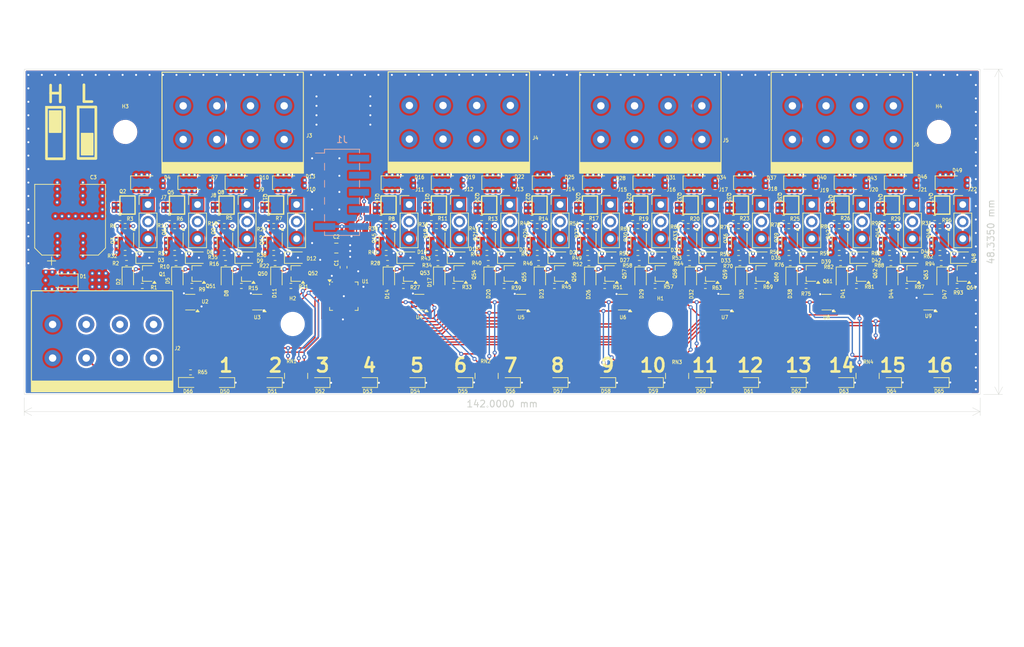
<source format=kicad_pcb>
(kicad_pcb (version 20241129) (generator "pcbnew") (generator_version "8.99")
  (layers (0 "F.Cu" signal) (4 "In1.Cu" signal) (6 "In2.Cu" signal) (2 "B.Cu" signal) (13 "F.Paste" user) (15 "B.Paste" user) (5 "F.SilkS" user "F.Silkscreen") (7 "B.SilkS" user "B.Silkscreen") (1 "F.Mask" user) (3 "B.Mask" user) (25 "Edge.Cuts" user))
  (net 0 "")
  (net 1 "GND")
  (net 2 "+VIN")
  (net 3 "Net-(D5-A)")
  (net 4 "Net-(D6-K)")
  (net 5 "/OUT1")
  (net 6 "/OUT2")
  (net 7 "/OUT3")
  (net 8 "/OUT4")
  (net 9 "Net-(D2-A)")
  (net 10 "Net-(D3-K)")
  (net 11 "/OUT5")
  (net 12 "Net-(D8-A)")
  (net 13 "Net-(D9-K)")
  (net 14 "/OUT6")
  (net 15 "Net-(D11-A)")
  (net 16 "Net-(D12-K)")
  (net 17 "Net-(D14-A)")
  (net 18 "/OUT7")
  (net 19 "Net-(D15-K)")
  (net 20 "/OUT8")
  (net 21 "Net-(D17-A)")
  (net 22 "Net-(D18-K)")
  (net 23 "/OUT9")
  (net 24 "Net-(D20-A)")
  (net 25 "Net-(D21-K)")
  (net 26 "Net-(D23-A)")
  (net 27 "/OUT10")
  (net 28 "Net-(D24-K)")
  (net 29 "Net-(D26-A)")
  (net 30 "/OUT11")
  (net 31 "Net-(D27-K)")
  (net 32 "Net-(D29-A)")
  (net 33 "Net-(D30-K)")
  (net 34 "Net-(D32-A)")
  (net 35 "Net-(D33-K)")
  (net 36 "Net-(D35-A)")
  (net 37 "Net-(D36-K)")
  (net 38 "Net-(D38-A)")
  (net 39 "Net-(D39-K)")
  (net 40 "Net-(D41-A)")
  (net 41 "Net-(D42-K)")
  (net 42 "Net-(D44-A)")
  (net 43 "Net-(D45-K)")
  (net 44 "Net-(D47-A)")
  (net 45 "Net-(D48-K)")
  (net 46 "/OUT12")
  (net 47 "/OUT13")
  (net 48 "/OUT14")
  (net 49 "/OUT15")
  (net 50 "/out1/N_DRAIN")
  (net 51 "/out1/P_DRAIN")
  (net 52 "/OUT16")
  (net 53 "/out2/P_DRAIN")
  (net 54 "/out2/N_DRAIN")
  (net 55 "/out3/P_DRAIN")
  (net 56 "/out3/N_DRAIN")
  (net 57 "/out4/P_DRAIN")
  (net 58 "/out4/N_DRAIN")
  (net 59 "/out5/P_DRAIN")
  (net 60 "/out5/N_DRAIN")
  (net 61 "/out6/N_DRAIN")
  (net 62 "/out6/P_DRAIN")
  (net 63 "/out7/P_DRAIN")
  (net 64 "/out7/N_DRAIN")
  (net 65 "/out8/N_DRAIN")
  (net 66 "/out8/P_DRAIN")
  (net 67 "/out9/P_DRAIN")
  (net 68 "/out9/N_DRAIN")
  (net 69 "/out10/P_DRAIN")
  (net 70 "/out10/N_DRAIN")
  (net 71 "/VIN_UNPROTECTED")
  (net 72 "Net-(D50-A)")
  (net 73 "Net-(D51-A)")
  (net 74 "Net-(D52-A)")
  (net 75 "Net-(D53-A)")
  (net 76 "Net-(D54-A)")
  (net 77 "Net-(D55-A)")
  (net 78 "Net-(D56-A)")
  (net 79 "Net-(D57-A)")
  (net 80 "Net-(D58-A)")
  (net 81 "Net-(D59-A)")
  (net 82 "Net-(D60-A)")
  (net 83 "Net-(D61-A)")
  (net 84 "Net-(D62-A)")
  (net 85 "Net-(D63-A)")
  (net 86 "Net-(D64-A)")
  (net 87 "Net-(D65-A)")
  (net 92 "/out11/N_DRAIN")
  (net 93 "/out11/P_DRAIN")
  (net 94 "/~{INT}")
  (net 95 "/SDA")
  (net 96 "+3V3")
  (net 97 "/SCL")
  (net 98 "/DEBUG_RX")
  (net 99 "/DEBUG_TX")
  (net 100 "/out12/N_DRAIN")
  (net 101 "/out12/P_DRAIN")
  (net 102 "/out13/N_DRAIN")
  (net 103 "/out13/P_DRAIN")
  (net 104 "/out14/N_DRAIN")
  (net 105 "/out14/P_DRAIN")
  (net 106 "/out15/N_DRAIN")
  (net 107 "/out15/P_DRAIN")
  (net 108 "/out16/N_DRAIN")
  (net 109 "/out16/P_DRAIN")
  (net 110 "/CTRL8")
  (net 111 "/CTRL9")
  (net 112 "/CTRL2")
  (net 113 "/CTRL7")
  (net 114 "/CTRL15")
  (net 115 "/CTRL10")
  (net 116 "/CTRL14")
  (net 117 "/CTRL5")
  (net 118 "/CTRL11")
  (net 119 "/CTRL16")
  (net 120 "/CTRL6")
  (net 121 "/CTRL13")
  (net 122 "/CTRL1")
  (net 123 "/CTRL3")
  (net 124 "/CTRL4")
  (net 125 "/CTRL12")
  (net 126 "Net-(Q1-Pad3)")
  (net 127 "Net-(Q50-Pad3)")
  (net 128 "Net-(Q51-Pad3)")
  (net 129 "Net-(Q52-Pad3)")
  (net 130 "Net-(Q53-Pad3)")
  (net 131 "Net-(Q54-Pad3)")
  (net 132 "Net-(Q55-Pad3)")
  (net 133 "Net-(Q56-Pad3)")
  (net 134 "Net-(Q57-Pad3)")
  (net 135 "Net-(Q58-Pad3)")
  (net 136 "Net-(Q59-Pad3)")
  (net 137 "Net-(Q60-Pad3)")
  (net 138 "Net-(Q61-Pad3)")
  (net 139 "Net-(Q62-Pad3)")
  (net 140 "Net-(Q63-Pad3)")
  (net 141 "Net-(Q64-Pad3)")
  (net 142 "/out1/CTRL")
  (net 143 "/out3/CTRL")
  (net 144 "/out2/CTRL")
  (net 145 "/out4/CTRL")
  (net 146 "/out5/CTRL")
  (net 147 "/out6/CTRL")
  (net 148 "/out7/CTRL")
  (net 149 "/out8/CTRL")
  (net 150 "/out9/CTRL")
  (net 151 "/out10/CTRL")
  (net 152 "/out11/CTRL")
  (net 153 "/out12/CTRL")
  (net 154 "/out13/CTRL")
  (net 155 "/out14/CTRL")
  (net 156 "/out15/CTRL")
  (net 157 "/out16/CTRL")
  (net 158 "/OUT_GND")
  (net 159 "Net-(D66-A)")
  (footprint "Resistor_SMD:R_0402_1005Metric" (layer "F.Cu") (at 142.902424 81.295)
    (property "Reference" "R17")
    (property "Value" "10K")
  )
  (footprint "My Footprints:Diodes_Inc_U-DFN2020-6 (Type E)" (layer "F.Cu") (at 82.693333 79.345 180)
    (property "Reference" "Q5")
    (property "Value" "DMP4047LFDE-7")
  )
  (footprint "Resistor_SMD:R_0402_1005Metric" (layer "F.Cu") (at 74.985 82.495 180)
    (property "Reference" "R4")
    (property "Value" "10K")
  )
  (footprint "Resistor_SMD:R_0402_1005Metric" (layer "F.Cu") (at 191.09106 91.395 180)
    (property "Reference" "R87")
    (property "Value" "4.7K")
  )
  (footprint "Resistor_SMD:R_0402_1005Metric" (layer "F.Cu") (at 96.285 81.295)
    (property "Reference" "R7")
    (property "Value" "10K")
  )
  (footprint "Resistor_SMD:R_0402_1005Metric" (layer "F.Cu") (at 113.768333 82.495 180)
    (property "Reference" "R30")
    (property "Value" "10K")
  )
  (footprint "Resistor_SMD:R_0402_1005Metric" (layer "F.Cu") (at 135.425151 81.295)
    (property "Reference" "R14")
    (property "Value" "10K")
  )
  (footprint "Package_TO_SOT_SMD:SOT-323_SC-70" (layer "F.Cu") (at 154.454697 89.545 180)
    (property "Reference" "Q58")
    (property "Value" "ADTA114EUAQ-13")
  )
  (footprint "MountingHole:MountingHole_3.2mm_M3_DIN965" (layer "F.Cu") (at 99.875 97.05)
    (property "Reference" "H2")
    (property "Value" "MountingHole")
  )
  (footprint "Resistor_SMD:R_0402_1005Metric" (layer "F.Cu") (at 82.543333 87.995)
    (property "Reference" "R10")
    (property "Value" "4.7K")
  )
  (footprint "Resistor_SMD:R_Array_Concave_4x0603" (layer "F.Cu") (at 156.985 104.77 90)
    (property "Reference" "RN3")
    (property "Value" "270R")
  )
  (footprint "Diode_SMD:D_SOD-323" (layer "F.Cu") (at 188.94106 90.195 -90)
    (property "Reference" "D44")
    (property "Value" "12V")
  )
  (footprint "Resistor_SMD:R_0402_1005Metric" (layer "F.Cu") (at 77.535 91.395 180)
    (property "Reference" "R1")
    (property "Value" "4.7K")
  )
  (footprint "My Footprints:Diodes_Inc_U-DFN2020-6 (Type E)" (layer "F.Cu") (at 97.41 79.345 180)
    (property "Reference" "Q11")
    (property "Value" "DMP4047LFDE-7")
  )
  (footprint "LED_SMD:LED_0603_1608Metric" (layer "F.Cu") (at 174.6805 105.7575 180)
    (property "Reference" "D62")
    (property "Value" "LED_Small_Filled")
  )
  (footprint "My Footprints:Diodes_Inc_U-DFN2020-6 (Type E)" (layer "F.Cu") (at 90.051667 79.345 180)
    (property "Reference" "Q8")
    (property "Value" "DMP4047LFDE-7")
  )
  (footprint "LED_SMD:LED_0603_1608Metric" (layer "F.Cu") (at 181.756167 105.7575 180)
    (property "Reference" "D63")
    (property "Value" "LED_Small_Filled")
  )
  (footprint "Resistor_SMD:R_0402_1005Metric" (layer "F.Cu") (at 188.54106 82.495 180)
    (property "Reference" "R90")
    (property "Value" "10K")
  )
  (footprint "Package_TO_SOT_SMD:SOT-323_SC-70" (layer "F.Cu") (at 124.545606 89.545 180)
    (property "Reference" "Q54")
    (property "Value" "ADTA114EUAQ-13")
  )
  (footprint "Connector_PinHeader_2.54mm:PinHeader_1x03_P2.54mm_Vertical" (layer "F.Cu") (at 117.168333 79.295)
    (property "Reference" "J11")
    (property "Value" "~")
  )
  (footprint "Diode_SMD:D_SOD-323" (layer "F.Cu") (at 154.354697 87.195)
    (property "Reference" "D30")
    (property "Value" "12V")
  )
  (footprint "Package_TO_SOT_SMD:SOT-323_SC-70" (layer "F.Cu") (at 146.977424 89.545 180)
    (property "Reference" "Q57")
    (property "Value" "ADTA114EUAQ-13")
  )
  (footprint "Resistor_SMD:R_0402_1005Metric" (layer "F.Cu") (at 128.722878 86.495 180)
    (property "Reference" "R44")
    (property "Value" "220K")
  )
  (footprint "Resistor_SMD:R_0402_1005Metric" (layer "F.Cu") (at 136.400151 87.995)
    (property "Reference" "R46")
    (property "Value" "4.7K")
  )
  (footprint "Diode_SMD:D_PowerDI-123" (layer "F.Cu") (at 78.11 76.045)
    (property "Reference" "D4")
    (property "Value" "~")
  )
  (footprint "Capacitor_SMD:C_0805_2012Metric" (layer "F.Cu") (at 106.36 85.77)
    (property "Reference" "C2")
    (property "Value" "10uF")
  )
  (footprint "Resistor_SMD:R_0402_1005Metric" (layer "F.Cu") (at 74.21 81.295)
    (property "Reference" "R3")
    (property "Value" "10K")
  )
  (footprint "Resistor_SMD:R_0402_1005Metric" (layer "F.Cu") (at 188.54106 86.495 180)
    (property "Reference" "R61")
    (property "Value" "220K")
  )
  (footprint "Package_DFN_QFN:Diodes_UDFN2020-6_Type-F" (layer "F.Cu") (at 89.851667 84.5025 -90)
    (property "Reference" "Q9")
    (property "Value" "BUK7D25-40EX")
  )
  (footprint "Connector_PinHeader_2.54mm:PinHeader_1x03_P2.54mm_Vertical" (layer "F.Cu") (at 176.986515 79.295)
    (property "Reference" "J19")
    (property "Value" "~")
  )
  (footprint "Diode_SMD:D_SOD-323" (layer "F.Cu") (at 114.168333 90.195 -90)
    (property "Reference" "D14")
    (property "Value" "12V")
  )
  (footprint "Resistor_SMD:R_0402_1005Metric" (layer "F.Cu") (at 158.831969 87.995)
    (property "Reference" "R64")
    (property "Value" "4.7K")
  )
  (footprint "Diode_SMD:D_PowerDI-123" (layer "F.Cu") (at 122.776667 76.045)
    (property "Reference" "D19")
    (property "Value" "~")
  )
  (footprint "Diode_SMD:D_SOD-323" (layer "F.Cu") (at 199.218333 87.195)
    (property "Reference" "D48")
    (property "Value" "12V")
  )
  (footprint "Package_TO_SOT_SMD:SOT-323_SC-70" (layer "F.Cu") (at 161.931969 89.545 180)
    (property "Reference" "Q59")
    (property "Value" "ADTA114EUAQ-13")
  )
  (footprint "Resistor_SMD:R_0402_1005Metric" (layer "F.Cu") (at 123.795606 91.395 180)
    (property "Reference" "R33")
    (property "Value" "4.7K")
  )
  (footprint "Package_TO_SOT_SMD:SOT-323_SC-70" (layer "F.Cu") (at 100.36 89.545 180)
    (property "Reference" "Q52")
    (property "Value" "ADTA114EUAQ-13")
  )
  (footprint "Resistor_SMD:R_0402_1005Metric" (layer "F.Cu") (at 183.613788 91.395 180)
    (property "Reference" "R81")
    (property "Value" "4.7K")
  )
  (footprint "Resistor_SMD:R_0402_1005Metric" (layer "F.Cu") (at 151.354697 87.995)
    (property "Reference" "R58")
    (property "Value" "4.7K")
  )
  (footprint "Resistor_SMD:R_0402_1005Metric" (layer "F.Cu") (at 75.185 87.995)
    (property "Reference" "R2")
    (property "Value" "4.7K")
  )
  (footprint "Diode_SMD:D_SOD-323" (layer "F.Cu") (at 184.263788 87.195)
    (property "Reference" "D42")
    (property "Value" "12V")
  )
  (footprint "Package_TO_SOT_SMD:SOT-323_SC-70" (layer "F.Cu") (at 78.285 89.545 180)
    (property "Reference" "Q1")
    (property "Value" "ADTA114EUAQ-13")
  )
  (footprint "Resistor_SMD:R_0402_1005Metric" (layer "F.Cu") (at 82.343333 82.495 180)
    (property "Reference" "R12")
    (property "Value" "10K")
  )
  (footprint "Package_DFN_QFN:Diodes_UDFN2020-6_Type-F" (layer "F.Cu") (at 113.918333 84.5025 -90)
    (property "Reference" "Q15")
    (property "Value" "BUK7D25-40EX")
  )
  (footprint "Diode_SMD:D_PowerDI-123" (layer "F.Cu") (at 85.126667 76.045)
    (property "Reference" "D7")
    (property "Value" "~")
  )
  (footprint "My Footprints:Diodes_Inc_U-DFN2020-6 (Type E)" (layer "F.Cu") (at 121.595606 79.345 180)
    (property "Reference" "Q17")
    (property "Value" "DMP4047LFDE-7")
  )
  (footprint "My Footprints:Diodes_Inc_U-DFN2020-6 (Type E)" (layer "F.Cu") (at 151.504697 79.345 180)
    (property "Reference" "Q29")
    (property "Value" "DMP4047LFDE-7")
  )
  (footprint "LED_SMD:LED_0603_1608Metric" (layer "F.Cu") (at 139.302167 105.7575 180)
    (property "Reference" "D57")
    (property "Value" "LED_Small_Filled")
  )
  (footprint "Resistor_SMD:R_0402_1005Metric" (layer "F.Cu") (at 181.063788 82.495 180)
    (property "Reference" "R84")
    (property "Value" "10K")
  )
  (footprint "Diode_SMD:D_PowerDI-123" (layer "F.Cu") (at 99.185 76.045)
    (property "Reference" "D13")
    (property "Value" "~")
  )
  (footprint "Resistor_SMD:R_0402_1005Metric" (layer "F.Cu") (at 112.993333 81.295)
    (property "Reference" "R8")
    (property "Value" "10K")
  )
  (footprint "LED_SMD:LED_0603_1608Metric" (layer "F.Cu") (at 96.848167 105.7575 180)
    (property "Reference" "D51")
    (property "Value" "LED_Small_Filled")
  )
  (footprint "Connector_PinHeader_2.54mm:PinHeader_1x03_P2.54mm_Vertical" (layer "F.Cu") (at 147.077424 79.295)
    (property "Reference" "J15")
    (property "Value" "~")
  )
  (footprint "Resistor_SMD:R_0402_1005Metric" (layer "F.Cu") (at 195.243333 81.295)
    (property "Reference" "R31")
    (property "Value" "10K")
  )
  (footprint "Resistor_SMD:R_0402_1005Metric" (layer "F.Cu") (at 153.704697 91.395 180)
    (property "Reference" "R57")
    (property "Value" "4.7K")
  )
  (footprint "My Footprints:Diodes_Inc_U-DFN2020-6 (Type E)" (layer "F.Cu") (at 144.027424 79.345 180)
    (property "Reference" "Q26")
    (property "Value" "DMP4047LFDE-7")
  )
  (footprint "Resistor_SMD:R_Array_Concave_4x0603" (layer "F.Cu") (at 100.385 104.77 90)
    (property "Reference" "RN1")
    (property "Value" "270R")
  )
  (footprint "Package_DFN_QFN:Diodes_UDFN2020-6_Type-F" (layer "F.Cu") (at 173.736515 84.5025 -90)
    (property "Reference" "Q39")
    (property "Value" "BUK7D25-40EX")
  )
  (footprint "Diode_SMD:D_SOD-323" (layer "F.Cu") (at 151.554697 90.195 -90)
    (property "Reference" "D29")
    (property "Value" "12V")
  )
  (footprint "Diode_SMD:D_PowerDI-123" (layer "F.Cu") (at 167.676667 76.045)
    (property "Reference" "D37")
    (property "Value" "~")
  )
  (footprint "Resistor_SMD:R_0402_1005Metric" (layer "F.Cu") (at 157.856969 81.295)
    (property "Reference" "R20")
    (property "Value" "10K")
  )
  (footprint "Resistor_SMD:R_0402_1005Metric" (layer "F.Cu") (at 128.922878 87.995)
    (property "Reference" "R40")
    (property "Value" "4.7K")
  )
  (footprint "Resistor_SMD:R_0402_1005Metric" (layer "F.Cu") (at 74.985 86.495 180)
    (property "Reference" "R32")
    (property "Value" "220K")
  )
  (footprint "Package_TO_SOT_SMD:SOT-323_SC-70" (layer "F.Cu") (at 184.363788 89.545 180)
    (property "Reference" "Q62")
    (property "Value" "ADTA114EUAQ-13")
  )
  (footprint "Diode_SMD:D_SOD-323" (layer "F.Cu") (at 75.385 90.195 -90)
    (property "Reference" "D2")
    (property "Value" "12V")
  )
  (footprint "Diode_SMD:D_SOD-323" (layer "F.Cu") (at 97.46 90.195 -90)
    (property "Reference" "D11")
    (property "Value" "12V")
  )
  (footprint "Package_TO_SOT_SMD:SOT-363_SC-70-6" (layer "F.Cu") (at 179.185 93.8075 180)
    (property "Reference" "U8")
    (property "Value" "PUMH10,115")
  )
  (footprint "Connector_PinHeader_2.54mm:PinHeader_1x03_P2.54mm_Vertical" (layer "F.Cu") (at 78.385 79.295)
    (property "Reference" "J7")
    (property "Value" "~")
  )
  (footprint "Connector_PinHeader_2.54mm:PinHeader_1x03_P2.54mm_Vertical" (layer "F.Cu") (at 100.46 79.295)
    (property "Reference" "J10")
    (property "Value" "~")
  )
  (footprint "Diode_SMD:D_PowerDI-123" (layer "F.Cu") (at 197.626667 76.044999)
    (property "Reference" "D49")
    (property "Value" "~")
  )
  (footprint "Resistor_SMD:R_0402_1005Metric" (layer "F.Cu") (at 173.786515 87.995)
    (property "Reference" "R76")
    (property "Value" "4.7K")
  )
  (footprint "Fiducial:Fiducial_1mm_Mask2mm" (layer "F.Cu") (at 62.12 61.42)
    (property "Reference" "FID2" (hide yes))
    (property "Value" "Fiducial")
  )
  (footprint "Package_TO_SOT_SMD:SOT-323_SC-70" (layer "F.Cu") (at 139.500151 89.545 180)
    (property "Reference" "Q56")
    (property "Value" "ADTA114EUAQ-13")
  )
  (footprint "Resistor_SMD:R_0402_1005Metric" (layer "F.Cu") (at 128.722878 82.495 180)
    (property "Reference" "R42")
    (property "Value" "10K")
  )
  (footprint "Connector_PinHeader_2.54mm:PinHeader_1x03_P2.54mm_Vertical" (layer "F.Cu") (at 132.122878 79.295)
    (property "Reference" "J13")
    (property "Value" "~")
  )
  (footprint "Diode_SMD:D_PowerDI-123" (layer "F.Cu") (at 182.626667 76.045)
    (property "Reference" "D43")
    (property "Value" "~")
  )
  (footprint "Package_TO_SOT_SMD:SOT-363_SC-70-6" (layer "F.Cu") (at 164.06 93.8075 180)
    (property "Reference" "U7")
    (property "Value" "PUMH10,115")
  )
  (footprint "Diode_SMD:D_SOD-323" (layer "F.Cu") (at 146.877424 87.195)
    (property "Reference" "D27")
    (property "Value" "12V")
  )
  (footprint "Diode_SMD:D_PowerDI-123" (layer "F.Cu") (at 190.076667 76.045)
    (property "Reference" "D46")
    (property "Value" "~")
  )
  (footprint "Package_TO_SOT_SMD:SOT-323_SC-70" (layer "F.Cu") (at 93.001667 89.545 180)
    (property "Reference" "Q50")
    (property "Value" "ADTA114EUAQ-13")
  )
  (footprint "Connector_PinHeader_2.54mm:PinHeader_1x03_P2.54mm_Vertical" (layer "F.Cu") (at 124.645606 79.295)
    (property "Reference" "J12")
    (property "Value" "~")
  )
  (footprint "Package_DFN_QFN:Diodes_UDFN2020-6_Type-F" (layer "F.Cu") (at 196.168333 84.5025 -90)
    (property "Reference" "Q48")
    (property "Value" "BUK7D25-40EX")
  )
  (footprint "Resistor_SMD:R_0402_1005Metric" (layer "F.Cu") (at 92.251667 91.395 180)
    (property "Reference" "R15")
    (property "Value" "4.7K")
  )
  (footprint "Resistor_SMD:R_0402_1005Metric" (layer "F.Cu") (at 166.309242 87.995)
    (property "Reference" "R70")
    (property "Value" "4.7K")
  )
  (footprint "Diode_SMD:D_PowerDI-123" (layer "F.Cu") (at 65.685 90.62 180)
    (property "Reference" "D1")
    (property "Value" "~")
  )
  (footprint "Resistor_SMD:R_0402_1005Metric" (layer "F.Cu") (at 150.379697 81.295)
    (property "Reference" "R19")
    (property "Value" "10K")
  )
  (footprint "Package_DFN_QFN:Diodes_UDFN2020-6_Type-F" (layer "F.Cu") (at 75.135 84.5025 -90)
    (property "Reference" "Q3")
    (property "Value" "BUK7D25-40EX")
  )
  (footprint "Diode_SMD:D_SOD-323" (layer "F.Cu") (at 116.968333 87.195)
    (property "Reference" "D15")
    (property "Value" "12V")
  )
  (footprint "Package_TO_SOT_SMD:SOT-323_SC-70" (layer "F.Cu") (at 199.318333 89.545 180)
    (property "Reference" "Q64")
    (property "Value" "ADTA114EUAQ-13")
  )
  (footprint "My Footprints:TerminalBlock_IMO_203001M-4" (layer "F.Cu") (at 83.61 69.62)
    (property "Reference" "J3")
    (property "Value" "TBL007A-500-04GY")
  )
  (footprint "Resistor_SMD:R_0402_1005Metric" (layer "F.Cu") (at 136.200151 82.495 180)
    (property "Reference" "R48")
    (property "Value" "10K")
  )
  (footprint "LED_SMD:LED_0603_1608Metric" (layer "F.Cu") (at 132.2265 105.7575 180)
    (property "Reference" "D56")
    (property "Value" "LED_Small_Filled")
  )
  (footprint "Diode_SMD:D_SOD-323" (layer "F.Cu") (at 92.901667 87.195)
    (property "Reference" "D9")
    (property "Value" "12V")
  )
  (footprint "Diode_SMD:D_SOD-323" (layer "F.Cu") (at 191.74106 87.195)
    (property "Reference" "D45")
    (property "Value" "12V")
  )
  (footprint "Diode_SMD:D_SOD-323" (layer "F.Cu") (at 173.986515 90.195 -90)
    (property "Reference" "D38")
    (property "Value" "12V")
  )
  (footprint "Resistor_SMD:R_0402_1005Metric" (layer "F.Cu") (at 161.181969 91.395 180)
    (property "Reference" "R63")
    (property "Value" "4.7K")
  )
  (footprint "Resistor_SMD:R_0402_1005Metric" (layer "F.Cu") (at 180.288788 81.295)
    (property "Reference" "R26")
    (property "Value" "10K")
  )
  (footprint "Resistor_SMD:R_0402_1005Metric" (layer "F.Cu") (at 158.631969 86.495 180)
    (property "Reference" "R53")
    (property "Value" "220K")
  )
  (footprint "Resistor_SMD:R_0402_1005Metric" (layer "F.Cu") (at 181.263788 87.995)
    (property "Reference" "R82")
    (property "Value" "4.7K")
  )
  (footprint "Resistor_SMD:R_0402_1005Metric" (layer "F.Cu") (at 121.245606 86.495 180)
    (property "Reference" "R43")
    (property "Value" "220K")
  )
  (footprint "Package_DFN_QFN:Diodes_UDFN2020-6_Type-F" (layer "F.Cu") (at 128.872878 84.5025 -90)
    (property "Reference" "Q21")
    (property "Value" "BUK7D25-40EX")
  )
  (footprint "Resistor_SMD:R_0402_1005Metric" (layer "F.Cu") (at 196.018333 86.495 180)
    (property "Reference" "R62")
    (property "Value" "220K")
  )
  (footprint "Resistor_SMD:R_0402_1005Metric" (layer "F.Cu") (at 151.154697 86.495 180)
    (property "Reference" "R50")
    (property "Value" "220K")
  )
  (footprint "Resistor_SMD:R_0402_1005Metric" (layer "F.Cu") (at 131.272878 91.395 180)
    (property "Reference" "R39")
    (property "Value" "4.7K")
  )
  (footprint "Connector_PinHeader_2.54mm:PinHeader_1x03_P2.54mm_Vertical" (layer "F.Cu") (at 162.031969 79.295)
    (property "Reference" "J17")
    (property "Value" "~")
  )
  (footprint "Package_DFN_QFN:Diodes_UDFN2020-6_Type-F" (layer "F.Cu") (at 143.827424 84.5025 -90)
    (property "Reference" "Q27")
    (property "Value" "BUK7D25-40EX")
  )
  (footprint "Resistor_SMD:R_0402_1005Metric" (layer "F.Cu") (at 121.245606 82.495 180)
    (property "Reference" "R36")
    (property "Value" "10K")
  )
  (footprint "Package_TO_SOT_SMD:SOT-363_SC-70-6" (layer "F.Cu") (at 118.685 93.8075 180)
    (property "Reference" "U4")
    (property "Value" "PUMH10,115")
  )
  (footprint "Resistor_SMD:R_0402_1005Metric" (layer "F.Cu") (at 120.470606 81.295)
    (property "Reference" "R11")
    (property "Value" "10K")
  )
  (footprint "MountingHole:MountingHole_3.2mm_M3_DIN965" (layer "F.Cu") (at 195.875 68.5)
    (property "Reference" "H4")
    (property "Value" "MountingHole")
  )
  (footprint "Resistor_SMD:R_0402_1005Metric" (layer "F.Cu") (at 84.893333 91.395 180)
    (property "Reference" "R9")
    (property "Value" "4.7K")
  )
  (footprint "Fiducial:Fiducial_1mm_Mask2mm" (layer "F.Cu") (at 62.11 105.52)
    (property "Reference" "FID1" (hide yes))
    (property "Value" "Fiducial")
  )
  (footprint "Connector_PinHeader_2.54mm:PinHeader_1x03_P2.54mm_Vertical" (layer "F.Cu") (at 93.101667 79.295)
    (property "Reference" "J9")
    (property "Value" "~")
  )
  (footprint "Diode_SMD:D_SOD-323" (layer "F.Cu") (at 129.122878 90.195 -90)
    (property "Reference" "D20")
    (property "Value" "12V")
  )
  (footprint "Diode_SMD:D_SOD-323" (layer "F.Cu") (at 181.463788 90.195 -90)
    (property "Reference" "D41")
    (property "Value" "12V")
  )
  (footprint "Resistor_SMD:R_0402_1005Metric" (layer "F.Cu") (at 143.677424 86.495 180)
    (property "Reference" "R49")
    (property "Value" "220K")
  )
  (footprint "Diode_SMD:D_PowerDI-123" (layer "F.Cu") (at 115.326667 76.044999)
    (property "Reference" "D16")
    (property "Value" "~")
  )
  (footprint "Connector_PinHeader_2.54mm:PinHeader_1x03_P2.54mm_Vertical" (layer "F.Cu") (at 85.743333 79.295)
    (property "Reference" "J8")
    (property "Value" "~")
  )
  (footprint "Diode_SMD:D_PowerDI-123" (layer "F.Cu") (at 145.226667 76.045)
    (property "Reference" "D28")
    (property "Value" "~")
  )
  (footprint "Resistor_SMD:R_0402_1005Metric" (layer "F.Cu") (at 158.631969 82.495 180)
    (property "Reference" "R66")
    (property "Value" "10K")
  )
  (footprint "Resistor_SMD:R_0402_1005Metric" (layer "F.Cu") (at 99.61 91.395 180)
    (property "Reference" "R21")
    (property "Value" "4.7K")
  )
  (footprint "Resistor_SMD:R_0402_1005Metric" (layer "F.Cu") (at 143.877424 87.995)
    (property "Reference" "R52")
    (property "Value" "4.7K")
  )
  (footprint "Package_DFN_QFN:Diodes_UDFN2020-6_Type-F" (layer "F.Cu") (at 151.304697 84.5025 -90)
    (property "Reference" "Q30")
    (property "Value" "BUK7D25-40EX")
  )
  (footprint "Resistor_SMD:R_0402_1005Metric" (layer "F.Cu") (at 173.586515 82.495 180)
    (property "Reference" "R78")
    (property "Value" "10K")
  )
  (footprint "Diode_SMD:D_SOD-323" (layer "F.Cu") (at 124.445606 87.195)
    (property "Reference" "D18")
    (property "Value" "12V")
  )
  (footprint "Resistor_SMD:R_0402_1005Metric" (layer "F.Cu") (at 97.06 86.495 180)
    (property "Reference" "R38")
    (property "Value" "220K")
  )
  (footprint "My Footprints:Diodes_Inc_U-DFN2020-6 (Type E)" (layer "F.Cu") (at 129.072878 79.345 180)
    (property "Reference" "Q20")
    (property "Value" "DMP4047LFDE-7")
  )
  (footprint "LED_SMD:LED_0603_1608Metric" (layer "F.Cu") (at 89.7725 105.7575 180)
    (property "Reference" "D50")
    (property "Value" "LED_Small_Filled")
  )
  (footprint "Diode_SMD:D_SOD-323" (layer "F.Cu") (at 90.101667 90.195 -90)
    (property "Reference" "D8")
    (property "Value" "12V")
  )
  (footprint "Package_TO_SOT_SMD:SOT-323_SC-70" (layer "F.Cu") (at 85.643333 89.545 180)
    (property "Reference" "Q51")
    (property "Value" "ADTA114EUAQ-13")
  )
  (footprint "Diode_SMD:D_SOD-323" (layer "F.Cu") (at 159.031969 90.195 -90)
    (property "Reference" "D32")
    (property "Value" "12V")
  )
  (footprint "LED_SMD:LED_0603_1608Metric" (layer "F.Cu") (at 103.923833 105.7575 180)
    (property "Reference" "D52")
    (property "Value" "LED_Small_Filled")
  )
  (footprint "Diode_SMD:D_SOD-323" (layer "F.Cu") (at 161.831969 87.195)
    (property "Reference" "D33")
    (property "Value" "12V")
  )
  (footprint "Resistor_SMD:R_0402_1005Metric" (layer "F.Cu") (at 196.218333 87.995)
    (property "Reference" "R94")
    (property "Value" "4.7K")
  )
  (footprint "Diode_SMD:D_SOD-323" (layer "F.Cu") (at 82.743333 90.195 -90)
    (property "Reference" "D5")
    (property "Value" "12V")
  )
  (footprint "My Footprints:TerminalBlock_IMO_203001M-4" (layer "F.Cu") (at 64.21 102.12)
    (property "Reference" "J2")
    (property "Value" "TBL007A-500-04GY")
  )
  (footprint "Resistor_SMD:R_0402_1005Metric" (layer "F.Cu") (at 97.06 82.495 180)
    (property "Reference" "R24")
    (property "Value" "10K")
  )
  (footprint "Diode_SMD:D_SOD-323" (layer "F.Cu") (at 85.543333 87.195)
    (property "Reference" "D6")
    (property "Value" "12V")
  )
  (footprint "Resistor_SMD:R_0402_1005Metric" (layer "F.Cu") (at 82.343333 86.495 180)
    (property "Reference" "R37")
    (property "Value" "220K")
  )
  (footprint "Diode_SMD:D_PowerDI-123" (layer "F.Cu") (at 160.176667 76.044999)
    (property "Reference" "D34")
    (property "Value" "~")
  )
  (footprint "My Footprints:TerminalBlock_IMO_203001M-4" (layer "F.Cu") (at 145.66 69.62)
    (property "Reference" "J5")
    (property "Value" "TBL007A-500-04GY")
  )
  (footprint "LED_SMD:LED_0603_1608Metric" (layer "F.Cu") (at 110.9995 105.7575 180)
    (property "Reference" "D53")
    (property "Value" "LED_Small_Filled")
  )
  (footprint "Connector_PinHeader_2.54mm:PinHeader_1x03_P2.54mm_Vertical" (layer "F.Cu") (at 169.509242 79.295)
    (property "Reference" "J18")
    (property "Value" "~")
  )
  (footprint "Resistor_SMD:R_0402_1005Metric" (layer "F.Cu") (at 166.109242 86.495 180)
    (property "Reference" "R55")
    (property "Value" "220K")
  )
  (footprint "Resistor_SMD:R_Array_Concave_4x0603" (layer "F.Cu") (at 128.685 104.77 90)
    (property "Reference" "RN2")
    (property "Value" "270R")
  )
  (footprint "Connector_PinHeader_2.54mm:PinHeader_1x03_P2.54mm_Vertical" (layer "F.Cu") (at 191.94106 79.295)
    (property "Reference" "J21")
    (property "Value" "~")
  )
  (footprint "Package_TO_SOT_SMD:SOT-323_SC-70" (layer "F.Cu") (at 191.84106 89.545 180)
    (property "Reference" "Q63")
    (property "Value" "ADTA114EUAQ-13")
  )
  (footprint "Diode_SMD:D_SOD-323" (layer "F.Cu") (at 196.418333 90.195 -90)
    (property "Reference" "D47")
    (property "Value" "12V")
  )
  (footprint "Resistor_SMD:R_0402_1005Metric" (layer "F.Cu") (at 187.76606 81.295)
    (property "Reference" "R29")
    (property "Value" "10K")
  )
  (footprint "Resistor_SMD:R_0402_1005Metric" (layer "F.Cu") (at 127.947878 81.295)
    (property "Reference" "R13")
    (property "Value" "10K")
  )
  (footprint "My Footprints:Diodes_Inc_U-DFN2020-6 (Type E)" (layer "F.Cu") (at 166.459242 79.345 180)
    (property "Reference" "Q35")
    (property "Value" "DMP4047LFDE-7")
  )
  (footprint "Resistor_SMD:R_0402_1005Metric" (layer "F.Cu") (at 89.901667 87.995)
    (property "Reference" "R16")
    (property "Value" "4.7K")
  )
  (footprint "My Footprints:Diodes_Inc_U-DFN2020-6 (Type E)" (layer "F.Cu") (at 136.550151 79.345 180)
    (property "Reference" "Q23")
    (property "Value" "DMP4047LFDE-7")
  )
  (footprint "My Footprints:Diodes_Inc_U-DFN2020-6 (Type E)" (layer "F.Cu") (at 181.413788 79.345 180)
    (property "Reference" "Q41")
    (property "Value" "DMP4047LFDE-7")
  )
  (footprint "My Footprints:Diodes_Inc_U-DFN2020-6 (Type E)" (layer "F.Cu") (at 188.89106 79.345 180)
    (property "Reference" "Q44")
    (property "Value" "DMP4047LFDE-7")
  )
  (footprint "Resistor_SMD:R_0402_1005Metric" (layer "F.Cu") (at 89.701667 82.495 180)
    (property "Reference" "R18")
    (property "Value" "10K")
  )
  (footprint "Resistor_SMD:R_0402_1005Metric" (layer "F.Cu") (at 165.334242 81.295)
    (property "Reference" "R23")
    (property "Value" "10K")
  )
  (footprint "Connector_PinHeader_2.54mm:PinHeader_1x03_P2.54mm_Vertical" (layer "F.Cu") (at 139.600151 79.295)
    (property "Reference" "J14")
    (property "Value" "~")
  )
  (footprint "Resistor_SMD:R_0402_1005Metric" (layer "F.Cu") (at 113.768333 86.495 180)
    (property "Reference" "R41")
    (property "Value" "220K")
  )
  (footprint "Package_TO_SOT_SMD:SOT-363_SC-70-6" (layer "F.Cu") (at 148.935 93.8075 180)
    (property "Reference" "U6")
    (property "Value" "PUMH10,115")
  )
  (footprint "LED_SMD:LED_0603_1608Metric" (layer "F.Cu") (at 118.075167 105.7575 180)
    (property "Reference" "D54")
    (property "Value" "LED_Small_Filled")
  )
  (footprint "Package_TO_SOT_SMD:SOT-323_SC-70" (layer "F.Cu") (at 132.022878 89.545 180)
    (property "Reference" "Q55")
    (property "Value" "ADTA114EUAQ-13")
  )
  (footprint "Package_DFN_QFN:Diodes_UDFN2020-6_Type-F" (layer "F.Cu") (at 136.350151 84.5025 -90)
    (property "Reference" "Q24")
    (property "Value" "BUK7D25-40EX")
  )
  (footprint "LED_SMD:LED_0603_1608Metric" (layer "F.Cu") (at 146.377833 105.7575 180)
    (property "Reference" "D58")
    (property "Value" "LED_Small_Filled")
  )
  (footprint "Connector_PinHeader_2.54mm:PinHeader_1x03_P2.54mm_Vertical" (layer "F.Cu") (at 184.463788 79.295)
    (property "Reference" "J20")
    (property "Value" "~")
  )
  (footprint "Diode_SMD:D_PowerDI-123" (layer "F.Cu") (at 130.276667 76.045)
    (property "Reference" "D22")
    (property "Value" "~")
  )
  (footprint "Resistor_SMD:R_0402_1005Metric" (layer "F.Cu") (at 176.136515 91.395 180)
    (property "Reference" "R75")
    (property "Value" "4.7K")
  )
  (footprint "Resistor_SMD:R_0402_1005Metric" (layer "F.Cu") (at 84.6975 104.245 180)
    (property "Reference" "R65")
    (property "Value" "5.6K")
  )
  (footprint "Diode_SMD:D_PowerDI-123" (layer "F.Cu") (at 92.151666 76.045)
    (property "Reference" "D10")
    (property "Value" "~")
  )
  (footprint "Package_TO_SOT_SMD:SOT-363_SC-70-6" (layer "F.Cu") (at 84.66 93.8075 180)
    (property "Reference" "U2")
    (property "Value" "PUMH10,115")
  )
  (footprint "My Footprints:Diodes_Inc_U-DFN2020-6 (Type E)" (layer "F.Cu") (at 114.118333 79.345 180)
    (property "Reference" "Q14")
    (property "Value" "DMP4047LFDE-7")
  )
  (footprint "Resistor_SMD:R_Array_Concave_4x0603" (layer "F.Cu") (at 185.285 104.77 90)
    (property "Reference" "RN4")
    (property "Value" "270R")
  )
  (footprint "Resistor_SMD:R_0402_1005Metric" (layer "F.Cu") (at 97.26 87.995)
    (property "Reference" "R22")
    (property "Value" "4.7K")
  )
  (footprint "Package_DFN_QFN:Diodes_UDFN2020-6_Type-F" (layer "F.Cu") (at 188.69106 84.5025 -90)
    (property "Reference" "Q45")
    (property "Value" "BUK7D25-40EX")
  )
  (footprint "Resistor_SMD:R_0402_1005Metric" (layer "F.Cu") (at 188.74106 87.995)
    (property "Reference" "R88")
    (property "Value" "4.7K")
  )
  (footprint "Resistor_SMD:R_0402_1005Metric" (layer "F.Cu") (at 89.701667 86.495 180)
    (property "Reference" "R35")
    (property "Value" "220K")
  )
  (footprint "LED_SMD:LED_0603_1608Metric" (layer "F.Cu") (at 125.150833 105.7575 180)
    (property "Reference" "D55")
    (property "Value" "LED_Small_Filled")
  )
  (footprint "Package_TO_SOT_SMD:SOT-323_SC-70" (layer "F.Cu") (at 117.068333 89.545 180)
    (property "Reference" "Q53")
    (property "Value" "ADTA114EUAQ-13")
  )
  (footprint "Resistor_SMD:R_0402_1005Metric" (layer "F.Cu") (at 173.586515 86.495 180)
    (property "Reference" "R56")
    (property "Value" "220K")
  )
  (footprint "Resistor_SMD:R_0402_1005Metric" (layer "F.Cu") (at 166.109242 82.495 180)
    (property "Reference" "R72")
    (property "Value" "10K")
  )
  (footprint "LED_SMD:LED_0603_1608Metric" (layer "F.Cu") (at 84.3975 105.745)
    (property "Reference" "D66")
    (property "Value" "LED_Small_Filled")
  )
  (footprint "MountingHole:MountingHole_3.2mm_M3_DIN965" (layer "F.Cu") (at 154.5 97.05)
    (property "Reference" "H1")
    (property "Value" "MountingHole")
  )
  (footprint "My Footprints:Diodes_Inc_U-DFN2020-6 (Type E)" (layer "F.Cu") (at 158.981969 79.345 180)
    (property "Reference" "Q32")
    (property "Value" "DMP4047LFDE-7")
  )
  (footprint "Diode_SMD:D_SOD-323" (layer "F.Cu") (at 166.509242 90.195 -90)
    (property "Reference" "D35")
    (property "Value" "12V")
  )
  (footprint "Resistor_SMD:R_0402_1005Metric" (layer "F.Cu") (at 151.154697 82.495 180)
    (property "Reference" "R60")
    (property "Value" "10K")
  )
  (footprint "LED_SMD:LED_0603_1608Metric" (layer "F.Cu") (at 195.9075 105.7575 180)
    (property "Reference" "D65")
    (property "Value" "LED_Small_Filled")
  )
  (footprint "Package_DFN_QFN:WQFN-24-1EP_4x4mm_P0.5mm_EP2.45x2.45mm" (layer "F.Cu") (at 107.4725 92.92)
    (property "Reference" "U1")
    (property "Value" "PCA9535HF,118")
  )
  (footprint "Diode_SMD:D_SOD-323" (layer "F.Cu") (at 176.786515 87.195)
    (property "Reference" "D39")
    (property "Value" "12V")
  )
  (footprint "Diode_SMD:D_SOD-323" (layer "F.Cu") (at 136.600151 90.195 -90)
    (property "Reference" "D23")
    (property "Value" "12V")
  )
  (footprint "Diode_SMD:D_SOD-323" (layer "F.Cu") (at 78.185 87.195)
    (property "Reference" "D3")
    (property "Value" "12V")
  )
  (footprint "Resistor_SMD:R_0402_1005Metric" (layer "F.Cu") (at 113.968333 87.995)
    (property "Reference" "R28")
    (property "Value" "4.7K")
  )
  (footprint "My Footprints:Diodes_Inc_U-DFN2020-6 (Type E)" (layer "F.Cu") (at 75.335 79.345 180)
    (property "Reference" "Q2")
    (property "Value" "DMP4047LFDE-7")
  )
  (footprint "Resistor_SMD:R_0402_1005Metric" (layer "F.Cu") (at 168.659242 91.395 180)
    (property "Reference" "R69")
    (property "Value" "4.7K")
  )
  (footprint "Resistor_SMD:R_0402_1005Metric" (layer "F.Cu") (at 88.926667 81.295)
    (property "Reference" "R5")
    (property "Value" "10K")
  )
  (footprint "LED_SMD:LED_0603_1608Metric" (layer "F.Cu") (at 160.529167 105.7575 180)
    (property "Reference" "D60")
    (property "Value" "LED_Small_Filled")
  )
  (footprint "Resistor_SMD:R_0402_1005Metric" (layer "F.Cu") (at 198.568333 91.395 180)
    (property "Reference" "R93")
    (property "Value" "4.7K")
  )
  (footprint "My Footprints:Diodes_Inc_U-DFN2020-6 (Type E)" (layer "F.Cu") (at 196.368333 79.345 180)
    (property "Reference" "Q47")
    (property "Value" "DMP4047LFDE-7")
  )
  (footprint "Fiducial:Fiducial_1mm_Mask2mm" (layer "F.Cu") (at 199.91 61.42)
    (property "Reference" "FID3" (hide yes))
    (property "Value" "Fiducial")
  )
  (footprint "Diode_SMD:D_SOD-323" (layer "F.Cu") (at 131.922878 87.195)
    (property "Reference" "D21")
    (property "Value" "12V")
  )
  (footprint "Diode_SMD:D_SOD-323" (layer "F.Cu") (at 121.645606 90.195 -90)
    (property "Reference" "D17")
    (property "Value" "12V")
  )
  (footprint "LED_SMD:LED_0603_1608Metric" (layer "F.Cu") (at 188.831833 105.7575 180)
    (property "Reference" "D64")
    (property "Value" "LED_Small_Filled")
  )
  (footprint "Package_DFN_QFN:Diodes_UDFN2020-6_Type-F" (layer "F.Cu") (at 166.259242 84.5025 -90)
    (property "Reference" "Q36")
    (property "Value" "BUK7D25-40EX")
  )
  (footprint "Diode_SMD:D_SOD-323" (layer "F.Cu") (at 139.400151 87.195)
    (property "Reference" "D24")
    (property "Value" "12V")
  )
  (footprint "Resistor_SMD:R_0402_1005Metric" (layer "F.Cu") (at 143.677424 82.495 180)
    (property "Reference" "R54")
    (property "Value" "10K")
  )
  (footprint "Diode_SMD:D_PowerDI-123" (layer "F.Cu") (at 137.776667 76.044999)
    (property "Reference" "D25")
    (property "Value" "~")
  )
  (footprint "Diode_SMD:D_SOD-323" (layer "F.Cu") (at 100.26 87.195)
    (property "Reference" "D12")
    (property "Value" "12V")
  )
  (footprint "Diode_SMD:D_SOD-323" (layer "F.Cu") (at 144.077424 90.195 -90)
    (property "Reference" "D26")
    (property "Value" "12V")
  )
  (footprint "Diode_SMD:D_SOD-323" (layer "F.Cu") (at 169.309242 87.195)
    (property "Reference" "D36")
    (property "Value" "12V")
  )
  (footprint "Resistor_SMD:R_0402_1005Metric" (layer "F.Cu") (at 196.018333 82.495 180)
    (property "Reference" "R96")
    (property "Value" "10K")
  )
  (footprint "Resistor_SMD:R_0402_1005Metric" (layer "F.Cu") (at 121.445606 87.995)
    (property "Reference" "R34")
    (property "Value" "4.7K")
  )
  (footprint "Package_DFN_QFN:Diodes_UDFN2020-6_Type-F" (layer "F.Cu") (at 121.395606 84.5025 -90)
    (property "Reference" "Q18")
    (property "Value" "BUK7D25-40EX")
  )
  (footprint "Connector_PinHeader_2.54mm:PinHeader_1x03_P2.54mm_Vertical" (layer "F.Cu") (at 154.554697 79.295)
    (property "Reference" "J16")
    (property "Value" "~")
  )
  (footprint "Package_DFN_QFN:Diodes_UDFN2020-6_Type-F" (layer "F.Cu") (at 181.213788 84.5025 -90)
    (property "Reference" "Q42")
    (property "Value" "BUK7D25-40EX")
  )
  (footprint "LED_SMD:LED_0603_1608Metric" (layer "F.Cu") (at 167.604833 105.7575 180)
    (property "Reference" "D61")
    (property "Value" "LED_Small_Filled")
  )
  (footprint "Package_TO_SOT_SMD:SOT-323_SC-70" (layer "F.Cu") (at 169.409242 89.545 180)
    (property "Reference" "Q60")
    (property "Value" "ADTA114EUAQ-13")
  )
  (footprint "Package_DFN_QFN:Diodes_UDFN2020-6_Type-F" (layer "F.Cu") (at 97.21 84.5025 -90)
    (property "Reference" "Q12")
    (property "Value" "BUK7D25-40EX")
  )
  (footprint "MountingHole:MountingHole_3.2mm_M3_DIN965" (layer "F.Cu") (at 75 68.5)
    (property "Reference" "H3")
    (property "Value" "MountingHole")
  )
  (footprint "Resistor_SMD:R_0402_1005Metric" (layer "F.Cu") (at 146.227424 91.395 180)
    (property "Reference" "R51")
    (property "Value" "4.7K")
  )
  (footprint "Capacitor_SMD:C_0603_1608Metric" (layer "F.Cu") (at 107.435 88.62 90)
    (property "Reference" "C1")
    (property "Value" "0.1uF")
  )
  (footprint "My Footprints:Diodes_Inc_U-DFN2020-6 (Type E)" (layer "F.Cu") (at 173.936515 79.345 180)
    (property "Reference" "Q38")
    (property "Value" "DMP4047LFDE-7")
  )
  (footprint "Resistor_SMD:R_0402_1005Metric" (layer "F.Cu") (at 136.200151 86.495 180)
    (property "Reference" "R47")
    (property "Value" "220K")
  )
  (footprint "Diode_SMD:D_PowerDI-123" (layer "F.Cu") (at 152.726667 76.044999)
    (property "Reference" "D31")
    (property "Value" "~")
  )
  (footprint "Package_DFN_QFN:Diodes_UDFN2020-6_Type-F" (layer "F.Cu") (at 158.781969 84.5025 -90)
    (property "Reference" "Q33")
    (property "Value" "BUK7D25-40EX")
  )
  (footprint "Package_TO_SOT_SMD:SOT-363_SC-70-6" (layer "F.Cu") (at 194.31 93.8075 180)
    (property "Reference" "U9")
    (property "Value" "PUMH10,115")
  )
  (footprint "Package_TO_SOT_SMD:SOT-363_SC-70-6" (layer "F.Cu") (at 94.61 93.8075 180)
    (property "Reference" "U3")
    (property "Value" "PUMH10,115")
  )
  (footprint "Resistor_SMD:R_0402_1005Metric" (layer "F.Cu") (at 116.318333 91.395 180)
    (property "Reference" "R27")
    (property "Value" "4.7K")
  )
  (footprint "LED_SMD:LED_0603_1608Metric" (layer "F.Cu") (at 153.4535 105.7575 180)
    (property "Reference" "D59")
    (property "Value" "LED_Small_Filled")
  )
  (footprint "Diode_SMD:D_PowerDI-123" (layer "F.Cu") (at 175.126667 76.044999)
    (property "Reference" "D40")
    (property "Value" "~")
  )
  (footprint "Package_TO_SOT_SMD:SOT-363_SC-70-6" (layer "F.Cu") (at 133.81 93.8075 180)
    (property "Reference" "U5")
    (property "Value" "PUMH10,115")
  )
  (footprint "Package_TO_SOT_SMD:SOT-323_SC-70" (layer "F.Cu") (at 176.886515 89.545 180)
    (property "Reference" "Q61")
    (property "Value" "ADTA114EUAQ-13")
  )
  (footprint "Resistor_SMD:R_0402_1005Metric" (layer "F.Cu") (at 81.568333 81.295)
    (property "Reference" "R6")
    (property "Value" "10K")
  )
  (footprint "Resistor_SMD:R_0402_1005Metric" (layer "F.Cu") (at 172.811515 81.295)
    (property "Reference" "R25")
    (property "Value" "10K")
  )
  (footprint "Package_DFN_QFN:Diodes_UDFN2020-6_Type-F" (layer "F.Cu") (at 82.493333 84.5025 -90)
    (property "Reference" "Q6")
    (property "Value" "BUK7D25-40EX")
  )
  (footprint "Capacitor_SMD:CP_Elec_10x10" (layer "F.Cu") (at 66.81 81.5525 90)
    (property "Reference" "C3")
    (property "Value" "220uF")
  )
  (footprint "My Footprints:TerminalBlock_IMO_203001M-4" (layer "F.Cu") (at 117.21 69.57)
    (property "Reference" "J4")
    (property "Value" "TBL007A-500-04GY")
  )
  (footprint "Connector_PinHeader_2.54mm:PinHeader_1x03_P2.54mm_Vertical" (layer "F.Cu") (at 199.418333 79.295)
    (property "Reference" "J22")
    (property "Value" "~")
  )
  (footprint "Resistor_SMD:R_0402_1005Metric" (layer "F.Cu") (at 181.063788 86.495 180)
    (property "Reference" "R59")
    (property "Value" "220K")
  )
  (footprint "Resistor_SMD:R_0402_1005Metric" (layer "F.Cu") (at 138.750151 91.395 180)
    (property "Reference" "R45")
    (property "Value" "4.7K")
  )
  (footprint "My Footprints:TerminalBlock_IMO_203001M-4" (layer "F.Cu") (at 174.11 69.62)
    (property "Reference" "J6")
    (property "Value" "TBL007A-500-04GY")
  )
  (footprint "Connector_PinSocket_2.54mm:PinSocket_2x05_P2.54mm_Vertical_SMD" (layer "B.Cu") (at 107.21 77.48 180)
    (property "Reference" "J1")
    (property "Value" "~")
  )
  (gr_rect (start 63.755 65.38625) (end 65.43 68.54875) (stroke (width 0.2)) (fill yes) (layer "F.SilkS"))
  (gr_rect (start 68.005 64.79) (end 70.635 72.445) (stroke (width 0.4)) (fill no) (layer "F.SilkS"))
  (gr_rect (start 63.3 64.8375) (end 65.93 72.4925) (stroke (width 0.4)) (fill no) (layer "F.SilkS"))
  (gr_rect (start 68.505 68.73375) (end 70.18 71.89625) (stroke (width 0.2)) (fill yes) (layer "F.SilkS"))
  (gr_rect (start 60 59.185) (end 202 107.52) (stroke (width 0.05)) (fill no) (layer "Edge.Cuts"))
  (gr_text "BK Telematics\nControl Unit 2 Rev1" (at 165.13 101.26 0) (layer "F.Cu") (effects (font (size 1 1) (thickness 0.2) (bold yes)) (justify left bottom)))
  (gr_text "15" (at 186.86 104.37 0) (layer "F.SilkS") (effects (font (size 2 2) (thickness 0.4) (bold yes)) (justify left bottom)))
  (gr_text "11" (at 158.96 104.37 0) (layer "F.SilkS") (effects (font (size 2 2) (thickness 0.4) (bold yes)) (justify left bottom)))
  (gr_text "9" (at 145.435 104.37 0) (layer "F.SilkS") (effects (font (size 2 2) (thickness 0.4) (bold yes)) (justify left bottom)))
  (gr_text "14" (at 179.285 104.37 0) (layer "F.SilkS") (effects (font (size 2 2) (thickness 0.4) (bold yes)) (justify left bottom)))
  (gr_text "10" (at 151.235 104.37 0) (layer "F.SilkS") (effects (font (size 2 2) (thickness 0.4) (bold yes)) (justify left bottom)))
  (gr_text "L" (at 68.005 64.315 0) (layer "F.SilkS") (effects (font (size 2.5 2.5) (thickness 0.4) (bold yes)) (justify left bottom)))
  (gr_text "7" (at 131.06 104.37 0) (layer "F.SilkS") (effects (font (size 2 2) (thickness 0.4) (bold yes)) (justify left bottom)))
  (gr_text "6" (at 123.585 104.37 0) (layer "F.SilkS") (effects (font (size 2 2) (thickness 0.4) (bold yes)) (justify left bottom)))
  (gr_text "3" (at 103.11 104.37 0) (layer "F.SilkS") (effects (font (size 2 2) (thickness 0.4) (bold yes)) (justify left bottom)))
  (gr_text "12" (at 165.685 104.37 0) (layer "F.SilkS") (effects (font (size 2 2) (thickness 0.4) (bold yes)) (justify left bottom)))
  (gr_text "4" (at 110.06 104.37 0) (layer "F.SilkS") (effects (font (size 2 2) (thickness 0.4) (bold yes)) (justify left bottom)))
  (gr_text "H" (at 63.055 64.365 0) (layer "F.SilkS") (effects (font (size 2.5 2.5) (thickness 0.4) (bold yes)) (justify left bottom)))
  (gr_text "1" (at 88.76 104.37 0) (layer "F.SilkS") (effects (font (size 2 2) (thickness 0.4) (bold yes)) (justify left bottom)))
  (gr_text "2" (at 96.11 104.37 0) (layer "F.SilkS") (effects (font (size 2 2) (thickness 0.4) (bold yes)) (justify left bottom)))
  (gr_text "8" (at 138.01 104.37 0) (layer "F.SilkS") (effects (font (size 2 2) (thickness 0.4) (bold yes)) (justify left bottom)))
  (gr_text "13" (at 172.86 104.37 0) (layer "F.SilkS") (effects (font (size 2 2) (thickness 0.4) (bold yes)) (justify left bottom)))
  (gr_text "5" (at 117.135 104.37 0) (layer "F.SilkS") (effects (font (size 2 2) (thickness 0.4) (bold yes)) (justify left bottom)))
  (gr_text "16" (at 193.86 104.37 0) (layer "F.SilkS") (effects (font (size 2 2) (thickness 0.4) (bold yes)) (justify left bottom)))
  (dimension (type orthogonal) (layer "Edge.Cuts") (pts (xy 60 107.52) (xy 202 107.52)) (height 2.56) (orientation 0) (format (prefix "") (suffix "") (units 3) (units_format 1) (precision 4)) (style (thickness 0.05) (arrow_length 1.27) (text_position_mode 0) (arrow_direction outward) (extension_height 0.58642) (extension_offset 0.5) (keep_text_aligned yes)) (gr_text "142,0000 mm" (at 131 108.93 0) (layer "Edge.Cuts") (effects (font (size 1 1) (thickness 0.15)))))
  (dimension (type orthogonal) (layer "Edge.Cuts") (pts (xy 202 59.185) (xy 202 107.52)) (height 2.75) (orientation 1) (format (prefix "") (suffix "") (units 3) (units_format 1) (precision 4)) (style (thickness 0.05) (arrow_length 1.27) (text_position_mode 0) (arrow_direction outward) (extension_height 0.58642) (extension_offset 0.5) (keep_text_aligned yes)) (gr_text "48,3350 mm" (at 203.6 83.3525 90) (layer "Edge.Cuts") (effects (font (size 1 1) (thickness 0.15)))))
  (segment (start 132.972878 87.195) (end 132.322878 87.195) (width 0.254) (layer "F.Cu") (net 1))
  (segment (start 147.985 93.1575) (end 147.985 92.595) (width 0.2) (layer "F.Cu") (net 1))
  (segment (start 106.71 89.895) (end 106.235 89.895) (width 0.254) (layer "F.Cu") (net 1))
  (segment (start 189.05106 86.495) (end 189.64106 86.495) (width 0.254) (layer "F.Cu") (net 1))
  (segment (start 134.76 94.4575) (end 134.76 95.045) (width 0.2) (layer "F.Cu") (net 1))
  (segment (start 162.1975 105.7825) (end 162.21 105.77) (width 0.2) (layer "F.Cu") (net 1))
  (segment (start 193.36 93.1575) (end 192.56 93.1575) (width 0.2) (layer "F.Cu") (net 1))
  (segment (start 86.593333 87.195) (end 85.943333 87.195) (width 0.254) (layer "F.Cu") (net 1))
  (segment (start 95.56 94.4575) (end 95.56 95.0325) (width 0.2) (layer "F.Cu") (net 1))
  (segment (start 75.495 86.495) (end 76.085 86.495) (width 0.254) (layer "F.Cu") (net 1))
  (segment (start 118.018333 87.195) (end 117.368333 87.195) (width 0.254) (layer "F.Cu") (net 1))
  (segment (start 196.57 105.7575) (end 197.5475 105.7575) (width 0.2) (layer "F.Cu") (net 1))
  (segment (start 200.268333 87.195) (end 199.618333 87.195) (width 0.254) (layer "F.Cu") (net 1))
  (segment (start 161.22 105.7825) (end 162.1975 105.7825) (width 0.2) (layer "F.Cu") (net 1))
  (segment (start 79.235 87.195) (end 78.585 87.195) (width 0.254) (layer "F.Cu") (net 1))
  (segment (start 163.11 93.1575) (end 163.11 92.57) (width 0.2) (layer "F.Cu") (net 1))
  (segment (start 101.31 87.19) (end 100.66 87.19) (width 0.254) (layer "F.Cu") (net 1))
  (segment (start 106.7225 92.17) (end 107.4725 92.92) (width 0.254) (layer "F.Cu") (net 1))
  (segment (start 192.79106 87.195) (end 192.14106 87.195) (width 0.254) (layer "F.Cu") (net 1))
  (segment (start 107.2225 96.0075) (end 107.2225 96.2575) (width 0.254) (layer "F.Cu") (net 1))
  (segment (start 176.3225 105.7825) (end 176.335 105.77) (width 0.2) (layer "F.Cu") (net 1))
  (segment (start 110.235 91.67) (end 110.385 91.52) (width 0.254) (layer "F.Cu") (net 1))
  (segment (start 106.2225 90.9825) (end 106.2225 89.9075) (width 0.254) (layer "F.Cu") (net 1))
  (segment (start 117.735 93.1575) (end 117.735 92.52) (width 0.2) (layer "F.Cu") (net 1))
  (segment (start 114.278333 86.495) (end 114.868333 86.495) (width 0.254) (layer "F.Cu") (net 1))
  (segment (start 107.2225 96.2575) (end 107.335 96.37) (width 0.254) (layer "F.Cu") (net 1))
  (segment (start 132.86 93.1575) (end 132.86 92.57) (width 0.2) (layer "F.Cu") (net 1))
  (segment (start 177.836515 87.195) (end 177.186515 87.195) (width 0.254) (layer "F.Cu") (net 1))
  (segment (start 91.3975 105.7825) (end 91.41 105.77) (width 0.2) (layer "F.Cu") (net 1))
  (segment (start 111.695 105.8075) (end 112.6725 105.8075) (width 0.2) (layer "F.Cu") (net 1))
  (segment (start 154.12 105.7825) (end 155.0975 105.7825) (width 0.2) (layer "F.Cu") (net 1))
  (segment (start 168.27 105.7575) (end 169.2475 105.7575) (width 0.2) (layer "F.Cu") (net 1))
  (segment (start 162.881969 87.195) (end 162.231969 87.195) (width 0.254) (layer "F.Cu") (net 1))
  (segment (start 93.951667 87.195) (end 93.301667 87.195) (width 0.254) (layer "F.Cu") (net 1))
  (segment (start 133.9225 105.7825) (end 133.935 105.77) (width 0.2) (layer "F.Cu") (net 1))
  (segment (start 119.6975 105.8075) (end 119.71 105.795) (width 0.2) (layer "F.Cu") (net 1))
  (segment (start 125.82 105.7575) (end 126.7975 105.7575) (width 0.2) (layer "F.Cu") (net 1))
  (segment (start 165.01 94.4575) (end 165.01 95.07) (width 0.2) (layer "F.Cu") (net 1))
  (segment (start 90.42 105.7825) (end 91.3975 105.7825) (width 0.2) (layer "F.Cu") (net 1))
  (segment (start 147.927424 87.195) (end 147.277424 87.195) (width 0.254) (layer "F.Cu") (net 1))
  (segment (start 132.945 105.7825) (end 133.9225 105.7825) (width 0.2) (layer "F.Cu") (net 1))
  (segment (start 159.141969 86.495) (end 159.731969 86.495) (width 0.254) (layer "F.Cu") (net 1))
  (segment (start 140.9725 105.7825) (end 140.985 105.77) (width 0.2) (layer "F.Cu") (net 1))
  (segment (start 192.5475 93.1575) (end 192.535 93.145) (width 0.2) (layer "F.Cu") (net 1))
  (segment (start 185.313788 87.195) (end 184.663788 87.195) (width 0.254) (layer "F.Cu") (net 1))
  (segment (start 140.450151 87.195) (end 139.800151 87.195) (width 0.254) (layer "F.Cu") (net 1))
  (segment (start 175.345 105.7825) (end 176.3225 105.7825) (width 0.2) (layer "F.Cu") (net 1))
  (segment (start 97.52 105.7825) (end 98.4975 105.7825) (width 0.2) (layer "F.Cu") (net 1))
  (segment (start 148.0475 105.8075) (end 148.06 105.795) (width 0.2) (layer "F.Cu") (net 1))
  (segment (start 139.995 105.7825) (end 140.9725 105.7825) (width 0.2) (layer "F.Cu") (net 1))
  (segment (start 174.096515 86.495) (end 174.686515 86.495) (width 0.254) (layer "F.Cu") (net 1))
  (segment (start 178.235 93.1575) (end 178.235 92.62) (width 0.2) (layer "F.Cu") (net 1))
  (segment (start 125.495606 87.195) (end 124.845606 87.195) (width 0.254) (layer "F.Cu") (net 1))
  (segment (start 83.71 93.1575) (end 83.71 92.495) (width 0.2) (layer "F.Cu") (net 1))
  (segment (start 166.619242 86.495) (end 167.209242 86.495) (width 0.254) (layer "F.Cu") (net 1))
  (segment (start 149.885 94.895) (end 149.885 95.07) (width 0.2) (layer "F.Cu") (net 1))
  (segment (start 107.2225 94.8575) (end 107.2225 96.0075) (width 0.254) (layer "F.Cu") (net 1))
  (segment (start 151.664697 86.495) (end 152.254697 86.495) (width 0.254) (layer "F.Cu") (net 1))
  (segment (start 121.755606 86.495) (end 122.345606 86.495) (width 0.254) (layer "F.Cu") (net 1))
  (segment (start 106.235 89.895) (end 105.685 89.895) (width 0.254) (layer "F.Cu") (net 1))
  (segment (start 90.211667 86.495) (end 90.801667 86.495) (width 0.254) (layer "F.Cu") (net 1))
  (segment (start 112.6725 105.8075) (end 112.685 105.795) (width 0.2) (layer "F.Cu") (net 1))
  (segment (start 136.710151 86.495) (end 137.300151 86.495) (width 0.254) (layer "F.Cu") (net 1))
  (segment (start 195.26 94.4575) (end 195.26 95.045) (width 0.2) (layer "F.Cu") (net 1))
  (segment (start 189.495 105.7575) (end 190.4725 105.7575) (width 0.2) (layer "F.Cu") (net 1))
  (segment (start 144.187424 86.495) (end 144.777424 86.495) (width 0.254) (layer "F.Cu") (net 1))
  (segment (start 155.0975 105.7825) (end 155.11 105.77) (width 0.2) (layer "F.Cu") (net 1))
  (segment (start 85.61 94.4575) (end 86.3225 94.4575) (width 0.2) (layer "F.Cu") (net 1))
  (segment (start 155.404697 87.195) (end 154.754697 87.195) (width 0.254) (layer "F.Cu") (net 1))
  (segment (start 182.42 105.7825) (end 183.3975 105.7825) (width 0.2) (layer "F.Cu") (net 1))
  (segment (start 107.2225 93.17) (end 107.4725 92.92) (width 0.254) (layer "F.Cu") (net 1))
  (segment (start 196.528333 86.495) (end 197.118333 86.495) (width 0.254) (layer "F.Cu") (net 1))
  (segment (start 107.2225 94.8575) (end 107.2225 93.17) (width 0.254) (layer "F.Cu") (net 1))
  (segment (start 126.7975 105.7575) (end 126.81 105.745) (width 0.2) (layer "F.Cu") (net 1))
  (segment (start 104.595 105.8075) (end 105.5725 105.8075) (width 0.2) (layer "F.Cu") (net 1))
  (segment (start 169.2475 105.7575) (end 169.26 105.745) (width 0.2) (layer "F.Cu") (net 1))
  (segment (start 181.573788 86.495) (end 182.163788 86.495) (width 0.254) (layer "F.Cu") (net 1))
  (segment (start 149.885 94.4575) (end 149.885 94.895) (width 0.2) (layer "F.Cu") (net 1))
  (segment (start 183.3975 105.7825) (end 183.41 105.77) (width 0.2) (layer "F.Cu") (net 1))
  (segment (start 97.57 86.49) (end 98.16 86.49) (width 0.254) (layer "F.Cu") (net 1))
  (segment (start 119.635 94.4575) (end 119.635 95.07) (width 0.2) (layer "F.Cu") (net 1))
  (segment (start 86.3225 94.4575) (end 86.335 94.445) (width 0.2) (layer "F.Cu") (net 1))
  (segment (start 197.5475 105.7575) (end 197.56 105.745) (width 0.2) (layer "F.Cu") (net 1))
  (segment (start 170.359242 87.195) (end 169.709242 87.195) (width 0.254) (layer "F.Cu") (net 1))
  (segment (start 82.853333 86.495) (end 83.443333 86.495) (width 0.254) (layer "F.Cu") (net 1))
  (segment (start 129.232878 86.495) (end 129.822878 86.495) (width 0.254) (layer "F.Cu") (net 1))
  (segment (start 147.07 105.8075) (end 148.0475 105.8075) (width 0.2) (layer "F.Cu") (net 1))
  (segment (start 180.135 94.4575) (end 180.135 95.07) (width 0.2) (layer "F.Cu") (net 1))
  (segment (start 192.56 93.1575) (end 192.5475 93.1575) (width 0.2) (layer "F.Cu") (net 1))
  (segment (start 109.41 91.67) (end 110.235 91.67) (width 0.254) (layer "F.Cu") (net 1))
  (segment (start 105.5725 105.8075) (end 105.585 105.795) (width 0.2) (layer "F.Cu") (net 1))
  (segment (start 106.7225 90.9825) (end 106.7225 92.17) (width 0.254) (layer "F.Cu") (net 1))
  (segment (start 118.72 105.8075) (end 119.6975 105.8075) (width 0.2) (layer "F.Cu") (net 1))
  (segment (start 106.7225 89.9075) (end 106.71 89.895) (width 0.254) (layer "F.Cu") (net 1))
  (segment (start 98.4975 105.7825) (end 98.51 105.77) (width 0.2) (layer "F.Cu") (net 1))
  (segment (start 93.66 93.1575) (end 93.66 92.495) (width 0.2) (layer "F.Cu") (net 1))
  (segment (start 190.4725 105.7575) (end 190.485 105.745) (width 0.2) (layer "F.Cu") (net 1))
  (segment (start 106.7225 90.9825) (end 106.7225 89.9075) (width 0.254) (layer "F.Cu") (net 1))
  (segment (start 106.2225 89.9075) (end 106.235 89.895) (width 0.254) (layer "F.Cu") (net 1))
  (via (at 105.685 89.895) (size 0.6) (drill 0.3) (layers "F.Cu" "B.Cu") (net 1))
  (via (at 132.61 60.02) (size 0.6) (drill 0.3) (layers "F.Cu" "B.Cu") (net 1))
  (via (at 201.36 97.52) (size 0.6) (drill 0.3) (layers "F.Cu" "B.Cu") (net 1))
  (via (at 184.61 60.02) (size 0.6) (drill 0.3) (layers "F.Cu" "B.Cu") (net 1))
  (via (at 178.235 92.62) (size 0.6) (drill 0.3) (layers "F.Cu" "B.Cu") (net 1))
  (via (at 90.61 60.02) (size 0.6) (drill 0.3) (layers "F.Cu" "B.Cu") (net 1))
  (via (at 201.36 81.52) (size 0.6) (drill 0.3) (layers "F.Cu" "B.Cu") (net 1))
  (via (at 162.61 60.02) (size 0.6) (drill 0.3) (layers "F.Cu" "B.Cu") (net 1))
  (via (at 119.71 105.795) (size 0.6) (drill 0.3) (layers "F.Cu" "B.Cu") (net 1))
  (via (at 165.01 95.07) (size 0.6) (drill 0.3) (layers "F.Cu" "B.Cu") (net 1))
  (via (at 76.61 60.02) (size 0.6) (drill 0.3) (layers "F.Cu" "B.Cu") (net 1))
  (via (at 91.41 105.77) (size 0.6) (drill 0.3) (layers "F.Cu" "B.Cu") (net 1))
  (via (at 201.36 85.52) (size 0.6) (drill 0.3) (layers "F.Cu" "B.Cu") (net 1))
  (via (at 159.731969 86.495) (size 0.6) (drill 0.3) (layers "F.Cu" "B.Cu") (net 1))
  (via (at 176.335 105.77) (size 0.6) (drill 0.3) (layers "F.Cu" "B.Cu") (net 1))
  (via (at 201.36 69.52) (size 0.6) (drill 0.3) (layers "F.Cu" "B.Cu") (net 1))
  (via (at 95.56 95.0325) (size 0.6) (drill 0.3) (layers "F.Cu" "B.Cu") (net 1))
  (via (at 174.61 60.02) (size 0.6) (drill 0.3) (layers "F.Cu" "B.Cu") (net 1))
  (via (at 103.41 66.02) (size 0.6) (drill 0.3) (layers "F.Cu" "B.Cu") (net 1))
  (via (at 102.76 74.82) (size 0.6) (drill 0.3) (layers "F.Cu" "B.Cu") (net 1))
  (via (at 152.254697 86.495) (size 0.6) (drill 0.3) (layers "F.Cu" "B.Cu") (net 1))
  (via (at 144.777424 86.495) (size 0.6) (drill 0.3) (layers "F.Cu" "B.Cu") (net 1))
  (via (at 124.61 60.02) (size 0.6) (drill 0.3) (layers "F.Cu" "B.Cu") (net 1))
  (via (at 133.935 105.77) (size 0.6) (drill 0.3) (layers "F.Cu" "B.Cu") (net 1))
  (via (at 110.61 60.02) (size 0.6) (drill 0.3) (layers "F.Cu" "B.Cu") (net 1))
  (via (at 120.61 60.02) (size 0.6) (drill 0.3) (layers "F.Cu" "B.Cu") (net 1))
  (via (at 108.41 86.2075) (size 0.6) (drill 0.3) (layers "F.Cu" "B.Cu") (net 1))
  (via (at 102.76 85.02) (size 0.6) (drill 0.3) (layers "F.Cu" "B.Cu") (net 1))
  (via (at 111.41 67.42) (size 0.6) (drill 0.3) (layers "F.Cu" "B.Cu") (net 1))
  (via (at 111.41 66.02) (size 0.6) (drill 0.3) (layers "F.Cu" "B.Cu") (net 1))
  (via (at 60.61 66.02) (size 0.6) (drill 0.3) (layers "F.Cu" "B.Cu") (net 1))
  (via (at 60.61 82.02) (size 0.6) (drill 0.3) (layers "F.Cu" "B.Cu") (net 1))
  (via (at 148.06 105.795) (size 0.6) (drill 0.3) (layers "F.Cu" "B.Cu") (net 1))
  (via (at 60.61 60.02) (size 0.6) (drill 0.3) (layers "F.Cu" "B.Cu") (net 1))
  (via (at 70.61 60.02) (size 0.6) (drill 0.3) (layers "F.Cu" "B.Cu") (net 1))
  (via (at 201.36 87.52) (size 0.6) (drill 0.3) (layers "F.Cu" "B.Cu") (net 1))
  (via (at 96.61 60.02) (size 0.6) (drill 0.3) (layers "F.Cu" "B.Cu") (net 1))
  (via (at 60.61 64.02) (size 0.6) (drill 0.3) (layers "F.Cu" "B.Cu") (net 1))
  (via (at 201.36 73.52) (size 0.6) (drill 0.3) (layers "F.Cu" "B.Cu") (net 1))
  (via (at 168.61 60.02) (size 0.6) (drill 0.3) (layers "F.Cu" "B.Cu") (net 1))
  (via (at 167.209242 86.495) (size 0.6) (drill 0.3) (layers "F.Cu" "B.Cu") (net 1))
  (via (at 124.845606 87.195) (size 0.6) (drill 0.3) (layers "F.Cu" "B.Cu") (net 1))
  (via (at 164.61 60.02) (size 0.6) (drill 0.3) (layers "F.Cu" "B.Cu") (net 1))
  (via (at 180.135 95.07) (size 0.6) (drill 0.3) (layers "F.Cu" "B.Cu") (net 1))
  (via (at 189.64106 86.495) (size 0.6) (drill 0.3) (layers "F.Cu" "B.Cu") (net 1))
  (via (at 102.76 80.02) (size 0.6) (drill 0.3) (layers "F.Cu" "B.Cu") (net 1))
  (via (at 106.81 80.02) (size 0.6) (drill 0.3) (layers "F.Cu" "B.Cu") (net 1))
  (via (at 122.61 60.02) (size 0.6) (drill 0.3) (layers "F.Cu" "B.Cu") (net 1))
  (via (at 102.76 77.42) (size 0.6) (drill 0.3) (layers "F.Cu" "B.Cu") (net 1))
  (via (at 152.61 60.02) (size 0.6) (drill 0.3) (layers "F.Cu" "B.Cu") (net 1))
  (via (at 190.61 60.02) (size 0.6) (drill 0.3) (layers "F.Cu" "B.Cu") (net 1))
  (via (at 166.61 60.02) (size 0.6) (drill 0.3) (layers "F.Cu" "B.Cu") (net 1))
  (via (at 122.345606 86.495) (size 0.6) (drill 0.3) (layers "F.Cu" "B.Cu") (net 1))
  (via (at 106.81 72.42) (size 0.6) (drill 0.3) (layers "F.Cu" "B.Cu") (net 1))
  (via (at 176.61 60.02) (size 0.6) (drill 0.3) (layers "F.Cu" "B.Cu") (net 1))
  (via (at 60.61 70.02) (size 0.6) (drill 0.3) (layers "F.Cu" "B.Cu") (net 1))
  (via (at 160.61 60.02) (size 0.6) (drill 0.3) (layers "F.Cu" "B.Cu") (net 1))
  (via (at 98.16 86.49) (size 0.6) (drill 0.3) (layers "F.Cu" "B.Cu") (net 1))
  (via (at 201.36 79.52) (size 0.6) (drill 0.3) (layers "F.Cu" "B.Cu") (net 1))
  (via (at 60.61 62.02) (size 0.6) (drill 0.3) (layers "F.Cu" "B.Cu") (net 1))
  (via (at 154.754697 87.195) (size 0.6) (drill 0.3) (layers "F.Cu" "B.Cu") (net 1))
  (via (at 60.61 68.02) (size 0.6) (drill 0.3) (layers "F.Cu" "B.Cu") (net 1))
  (via (at 178.61 60.02) (size 0.6) (drill 0.3) (layers "F.Cu" "B.Cu") (net 1))
  (via (at 88.61 60.02) (size 0.6) (drill 0.3) (layers "F.Cu" "B.Cu") (net 1))
  (via (at 182.163788 86.495) (size 0.6) (drill 0.3) (layers "F.Cu" "B.Cu") (net 1))
  (via (at 111.41 63.22) (size 0.6) (drill 0.3) (layers "F.Cu" "B.Cu") (net 1))
  (via (at 109.61 89.22) (size 0.6) (drill 0.3) (layers "F.Cu" "B.Cu") (net 1))
  (via (at 104.61 60.02) (size 0.6) (drill 0.3) (layers "F.Cu" "B.Cu") (net 1))
  (via (at 174.686515 86.495) (size 0.6) (drill 0.3) (layers "F.Cu" "B.Cu") (net 1))
  (via (at 201.36 105.52) (size 0.6) (drill 0.3) (layers "F.Cu" "B.Cu") (net 1))
  (via (at 201.36 91.52) (size 0.6) (drill 0.3) (layers "F.Cu" "B.Cu") (net 1))
  (via (at 188.61 60.02) (size 0.6) (drill 0.3) (layers "F.Cu" "B.Cu") (net 1))
  (via (at 201.36 71.52) (size 0.6) (drill 0.3) (layers "F.Cu" "B.Cu") (net 1))
  (via (at 158.61 60.02) (size 0.6) (drill 0.3) (layers "F.Cu" "B.Cu") (net 1))
  (via (at 146.61 60.02) (size 0.6) (drill 0.3) (layers "F.Cu" "B.Cu") (net 1))
  (via (at 86.335 94.445) (size 0.6) (drill 0.3) (layers "F.Cu" "B.Cu") (net 1))
  (via (at 190.485 105.745) (size 0.6) (drill 0.3) (layers "F.Cu" "B.Cu") (net 1))
  (via (at 194.61 60.02) (size 0.6) (drill 0.3) (layers "F.Cu" "B.Cu") (net 1))
  (via (at 68.61 60.02) (size 0.6) (drill 0.3) (layers "F.Cu" "B.Cu") (net 1))
  (via (at 106.81 77.42) (size 0.6) (drill 0.3) (layers "F.Cu" "B.Cu") (net 1))
  (via (at 136.61 60.02) (size 0.6) (drill 0.3) (layers "F.Cu" "B.Cu") (net 1))
  (via (at 162.21 105.77) (size 0.6) (drill 0.3) (layers "F.Cu" "B.Cu") (net 1))
  (via (at 74.61 60.02) (size 0.6) (drill 0.3) (layers "F.Cu" "B.Cu") (net 1))
  (via (at 137.300151 86.495) (size 0.6) (drill 0.3) (layers "F.Cu" "B.Cu") (net 1))
  (via (at 86.61 60.02) (size 0.6) (drill 0.3) (layers "F.Cu" "B.Cu") (net 1))
  (via (at 140.61 60.02) (size 0.6) (drill 0.3) (layers "F.Cu" "B.Cu") (net 1))
  (via (at 117.735 92.52) (size 0.6) (drill 0.3) (layers "F.Cu" "B.Cu") (net 1))
  (via (at 108.61 84.02) (size 0.6) (drill 0.3) (layers "F.Cu" "B.Cu") (net 1))
  (via (at 200.61 60.02) (size 0.6) (drill 0.3) (layers "F.Cu" "B.Cu") (net 1))
  (via (at 130.61 60.02) (size 0.6) (drill 0.3) (layers "F.Cu" "B.Cu") (net 1))
  (via (at 102.61 60.02) (size 0.6) (drill 0.3) (layers "F.Cu" "B.Cu") (net 1))
  (via (at 60.61 76.02) (size 0.6) (drill 0.3) (layers "F.Cu" "B.Cu") (net 1))
  (via (at 92.61 60.02) (size 0.6) (drill 0.3) (layers "F.Cu" "B.Cu") (net 1))
  (via (at 192.61 60.02) (size 0.6) (drill 0.3) (layers "F.Cu" "B.Cu") (net 1))
  (via (at 82.61 60.02) (size 0.6) (drill 0.3) (layers "F.Cu" "B.Cu") (net 1))
  (via (at 139.800151 87.195) (size 0.6) (drill 0.3) (layers "F.Cu" "B.Cu") (net 1))
  (via (at 98.61 60.02) (size 0.6) (drill 0.3) (layers "F.Cu" "B.Cu") (net 1))
  (via (at 108.41 85.345) (size 0.6) (drill 0.3) (layers "F.Cu" "B.Cu") (net 1))
  (via (at 180.61 60.02) (size 0.6) (drill 0.3) (layers "F.Cu" "B.Cu") (net 1))
  (via (at 60.61 86.02) (size 0.6) (drill 0.3) (layers "F.Cu" "B.Cu") (net 1))
  (via (at 170.61 60.02) (size 0.6) (drill 0.3) (layers "F.Cu" "B.Cu") (net 1))
  (via (at 138.61 60.02) (size 0.6) (drill 0.3) (layers "F.Cu" "B.Cu") (net 1))
  (via (at 103.41 64.62) (size 0.6) (drill 0.3) (layers "F.Cu" "B.Cu") (net 1))
  (via (at 163.11 92.57) (size 0.6) (drill 0.3) (layers "F.Cu" "B.Cu") (net 1))
  (via (at 201.36 67.52) (size 0.6) (drill 0.3) (layers "F.Cu" "B.Cu") (net 1))
  (via (at 197.118333 86.495) (size 0.6) (drill 0.3) (layers "F.Cu" "B.Cu") (net 1))
  (via (at 85.943333 87.195) (size 0.6) (drill 0.3) (layers "F.Cu" "B.Cu") (net 1))
  (via (at 107.4725 92.92) (size 0.6) (drill 0.3) (layers "F.Cu" "B.Cu") (net 1))
  (via (at 155.11 105.77) (size 0.6) (drill 0.3) (layers "F.Cu" "B.Cu") (net 1))
  (via (at 169.709242 87.195) (size 0.6) (drill 0.3) (layers "F.Cu" "B.Cu") (net 1))
  (via (at 83.443333 86.495) (size 0.6) (drill 0.3) (layers "F.Cu" "B.Cu") (net 1))
  (via (at 100.61 60.02) (size 0.6) (drill 0.3) (layers "F.Cu" "B.Cu") (net 1))
  (via (at 132.322878 87.195) (size 0.6) (drill 0.3) (layers "F.Cu" "B.Cu") (net 1))
  (via (at 134.61 60.02) (size 0.6) (drill 0.3) (layers "F.Cu" "B.Cu") (net 1))
  (via (at 201.36 63.52) (size 0.6) (drill 0.3) (layers "F.Cu" "B.Cu") (net 1))
  (via (at 156.61 60.02) (size 0.6) (drill 0.3) (layers "F.Cu" "B.Cu") (net 1))
  (via (at 201.36 77.52) (size 0.6) (drill 0.3) (layers "F.Cu" "B.Cu") (net 1))
  (via (at 134.76 95.045) (size 0.6) (drill 0.3) (layers "F.Cu" "B.Cu") (net 1))
  (via (at 110.385 91.52) (size 0.6) (drill 0.3) (layers "F.Cu" "B.Cu") (net 1))
  (via (at 132.86 92.57) (size 0.6) (drill 0.3) (layers "F.Cu" "B.Cu") (net 1))
  (via (at 78.585 87.195) (size 0.6) (drill 0.3) (layers "F.Cu" "B.Cu") (net 1))
  (via (at 142.61 60.02) (size 0.6) (drill 0.3) (layers "F.Cu" "B.Cu") (net 1))
  (via (at 184.663788 87.195) (size 0.6) (drill 0.3) (layers "F.Cu" "B.Cu") (net 1))
  (via (at 103.41 67.42) (size 0.6) (drill 0.3) (layers "F.Cu" "B.Cu") (net 1))
  (via (at 100.66 87.19) (size 0.6) (drill 0.3) (layers "F.Cu" "B.Cu") (net 1))
  (via (at 169.26 105.745) (size 0.6) (drill 0.3) (layers "F.Cu" "B.Cu") (net 1))
  (via (at 144.61 60.02) (size 0.6) (drill 0.3) (layers "F.Cu" "B.Cu") (net 1))
  (via (at 201.36 89.52) (size 0.6) (drill 0.3) (layers "F.Cu" "B.Cu") (net 1))
  (via (at 72.61 60.02) (size 0.6) (drill 0.3) (layers "F.Cu" "B.Cu") (net 1))
  (via (at 198.61 60.02) (size 0.6) (drill 0.3) (layers "F.Cu" "B.Cu") (net 1))
  (via (at 112.685 105.795) (size 0.6) (drill 0.3) (layers "F.Cu" "B.Cu") (net 1))
  (via (at 201.36 103.52) (size 0.6) (drill 0.3) (layers "F.Cu" "B.Cu") (net 1))
  (via (at 103.41 63.22) (size 0.6) (drill 0.3) (layers "F.Cu" "B.Cu") (net 1))
  (via (at 201.36 106.77) (size 0.6) (drill 0.3) (layers "F.Cu" "B.Cu") (net 1))
  (via (at 90.801667 86.495) (size 0.6) (drill 0.3) (layers "F.Cu" "B.Cu") (net 1))
  (via (at 183.41 105.77) (size 0.6) (drill 0.3) (layers "F.Cu" "B.Cu") (net 1))
  (via (at 182.61 60.02) (size 0.6) (drill 0.3) (layers "F.Cu" "B.Cu") (net 1))
  (via (at 140.985 105.77) (size 0.6) (drill 0.3) (layers "F.Cu" "B.Cu") (net 1))
  (via (at 195.26 95.045) (size 0.6) (drill 0.3) (layers "F.Cu" "B.Cu") (net 1))
  (via (at 60.61 78.02) (size 0.6) (drill 0.3) (layers "F.Cu" "B.Cu") (net 1))
  (via (at 107.335 96.37) (size 0.6) (drill 0.3) (layers "F.Cu" "B.Cu") (net 1))
  (via (at 150.61 60.02) (size 0.6) (drill 0.3) (layers "F.Cu" "B.Cu") (net 1))
  (via (at 106.61 60.02) (size 0.6) (drill 0.3) (layers "F.Cu" "B.Cu") (net 1))
  (via (at 94.61 60.02) (size 0.6) (drill 0.3) (layers "F.Cu" "B.Cu") (net 1))
  (via (at 117.368333 87.195) (size 0.6) (drill 0.3) (layers "F.Cu" "B.Cu") (net 1))
  (via (at 76.085 86.495) (size 0.6) (drill 0.3) (layers "F.Cu" "B.Cu") (net 1))
  (via (at 147.985 92.595) (size 0.6) (drill 0.3) (layers "F.Cu" "B.Cu") (net 1))
  (via (at 149.885 95.07) (size 0.6) (drill 0.3) (layers "F.Cu" "B.Cu") (net 1))
  (via (at 106.81 75.02) (size 0.6) (drill 0.3) (layers "F.Cu" "B.Cu") (net 1))
  (via (at 62.61 60.02) (size 0.6) (drill 0.3) (layers "F.Cu" "B.Cu") (net 1))
  (via (at 154.61 60.02) (size 0.6) (drill 0.3) (layers "F.Cu" "B.Cu") (net 1))
  (via (at 177.186515 87.195) (size 0.6) (drill 0.3) (layers "F.Cu" "B.Cu") (net 1))
  (via (at 84.61 60.02) (size 0.6) (drill 0.3) (layers "F.Cu" "B.Cu") (net 1))
  (via (at 197.56 105.745) (size 0.6) (drill 0.3) (layers "F.Cu" "B.Cu") (net 1))
  (via (at 60.61 72.02) (size 0.6) (drill 0.3) (layers "F.Cu" "B.Cu") (net 1))
  (via (at 201.36 101.52) (size 0.6) (drill 0.3) (layers "F.Cu" "B.Cu") (net 1))
  (via (at 114.868333 86.495) (size 0.6) (drill 0.3) (layers "F.Cu" "B.Cu") (net 1))
  (via (at 83.71 92.495) (size 0.6) (drill 0.3) (layers "F.Cu" "B.Cu") (net 1))
  (via (at 201.36 61.52) (size 0.6) (drill 0.3) (layers "F.Cu" "B.Cu") (net 1))
  (via (at 60.61 80.02) (size 0.6) (drill 0.3) (layers "F.Cu" "B.Cu") (net 1))
  (via (at 64.61 60.02) (size 0.6) (drill 0.3) (layers "F.Cu" "B.Cu") (net 1))
  (via (at 201.36 83.52) (size 0.6) (drill 0.3) (layers "F.Cu" "B.Cu") (net 1))
  (via (at 60.61 74.02) (size 0.6) (drill 0.3) (layers "F.Cu" "B.Cu") (net 1))
  (via (at 201.36 75.52) (size 0.6) (drill 0.3) (layers "F.Cu" "B.Cu") (net 1))
  (via (at 111.41 64.62) (size 0.6) (drill 0.3) (layers "F.Cu" "B.Cu") (net 1))
  (via (at 126.61 60.02) (size 0.6) (drill 0.3) (layers "F.Cu" "B.Cu") (net 1))
  (via (at 147.277424 87.195) (size 0.6) (drill 0.3) (layers "F.Cu" "B.Cu") (net 1))
  (via (at 128.61 60.02) (size 0.6) (drill 0.3) (layers "F.Cu" "B.Cu") (net 1))
  (via (at 196.61 60.02) (size 0.6) (drill 0.3) (layers "F.Cu" "B.Cu") (net 1))
  (via (at 93.66 92.495) (size 0.6) (drill 0.3) (layers "F.Cu" "B.Cu") (net 1))
  (via (at 201.36 99.52) (size 0.6) (drill 0.3) (layers "F.Cu" "B.Cu") (net 1))
  (via (at 98.51 105.77) (size 0.6) (drill 0.3) (layers "F.Cu" "B.Cu") (net 1))
  (via (at 186.61 60.02) (size 0.6) (drill 0.3) (layers "F.Cu" "B.Cu") (net 1))
  (via (at 172.61 60.02) (size 0.6) (drill 0.3) (layers "F.Cu" "B.Cu") (net 1))
  (via (at 199.618333 87.195) (size 0.6) (drill 0.3) (layers "F.Cu" "B.Cu") (net 1))
  (via (at 66.61 60.02) (size 0.6) (drill 0.3) (layers "F.Cu" "B.Cu") (net 1))
  (via (at 108.41 87.07) (size 0.6) (drill 0.3) (layers "F.Cu" "B.Cu") (net 1))
  (via (at 116.61 60.02) (size 0.6) (drill 0.3) (layers "F.Cu" "B.Cu") (net 1))
  (via (at 118.61 60.02) (size 0.6) (drill 0.3) (layers "F.Cu" "B.Cu") (net 1))
  (via (at 102.76 72.42) (size 0.6) (drill 0.3) (layers "F.Cu" "B.Cu") (net 1))
  (via (at 192.56 93.1575) (size 0.6) (drill 0.3) (layers "F.Cu" "B.Cu") (net 1))
  (via (at 201.36 65.52) (size 0.6) (drill 0.3) (layers "F.Cu" "B.Cu") (net 1))
  (via (at 93.301667 87.195) (size 0.6) (drill 0.3) (layers "F.Cu" "B.Cu") (net 1))
  (via (at 78.61 60.02) (size 0.6) (drill 0.3) (layers "F.Cu" "B.Cu") (net 1))
  (via (at 114.61 60.02) (size 0.6) (drill 0.3) (layers "F.Cu" "B.Cu") (net 1))
  (via (at 201.36 95.52) (size 0.6) (drill 0.3) (layers "F.Cu" "B.Cu") (net 1))
  (via (at 201.36 93.52) (size 0.6) (drill 0.3) (layers "F.Cu" "B.Cu") (net 1))
  (via (at 60.61 88.02) (size 0.6) (drill 0.3) (layers "F.Cu" "B.Cu") (net 1))
  (via (at 103.96 87.52) (size 0.6) (drill 0.3) (layers "F.Cu" "B.Cu") (net 1))
  (via (at 108.61 60.02) (size 0.6) (drill 0.3) (layers "F.Cu" "B.Cu") (net 1))
  (via (at 148.61 60.02) (size 0.6) (drill 0.3) (layers "F.Cu" "B.Cu") (net 1))
  (via (at 129.822878 86.495) (size 0.6) (drill 0.3) (layers "F.Cu" "B.Cu") (net 1))
  (via (at 192.14106 87.195) (size 0.6) (drill 0.3) (layers "F.Cu" "B.Cu") (net 1))
  (via (at 162.231969 87.195) (size 0.6) (drill 0.3) (layers "F.Cu" "B.Cu") (net 1))
  (via (at 80.61 60.02) (size 0.6) (drill 0.3) (layers "F.Cu" "B.Cu") (net 1))
  (via (at 112.61 60.02) (size 0.6) (drill 0.3) (layers "F.Cu" "B.Cu") (net 1))
  (via (at 126.81 105.745) (size 0.6) (drill 0.3) (layers "F.Cu" "B.Cu") (net 1))
  (via (at 119.635 95.07) (size 0.6) (drill 0.3) (layers "F.Cu" "B.Cu") (net 1))
  (via (at 60.61 84.02) (size 0.6) (drill 0.3) (layers "F.Cu" "B.Cu") (net 1))
  (via (at 105.585 105.795) (size 0.6) (drill 0.3) (layers "F.Cu" "B.Cu") (net 1))
  (segment (start 74.685 80.245) (end 74.685 81.26) (width 0.254) (layer "F.Cu") (net 2))
  (segment (start 79.085 92.245) (end 79.9475 93.1075) (width 0.2) (layer "F.Cu") (net 2))
  (segment (start 135.900151 80.245) (end 135.900151 81.26) (width 0.254) (layer "F.Cu") (net 2))
  (segment (start 82.043333 81.26) (end 82.078333 81.295) (width 0.254) (layer "F.Cu") (net 2))
  (segment (start 166.509242 89.145) (end 167.459242 89.145) (width 0.254) (layer "F.Cu") (net 2))
  (segment (start 84.1875 97.3475) (end 79.9475 93.1075) (width 0.2) (layer "F.Cu") (net 2))
  (segment (start 120.945606 80.245) (end 120.945606 81.26) (width 0.254) (layer "F.Cu") (net 2))
  (segment (start 122.845606 88.895) (end 125.545606 88.895) (width 0.254) (layer "F.Cu") (net 2))
  (segment (start 137.800151 88.895) (end 140.500151 88.895) (width 0.254) (layer "F.Cu") (net 2))
  (segment (start 145.277424 88.895) (end 147.977424 88.895) (width 0.254) (layer "F.Cu") (net 2))
  (segment (start 82.043333 80.245) (end 82.043333 81.26) (width 0.254) (layer "F.Cu") (net 2))
  (segment (start 158.331969 80.245) (end 158.331969 81.26) (width 0.254) (layer "F.Cu") (net 2))
  (segment (start 167.459242 89.145) (end 167.709242 88.895) (width 0.254) (layer "F.Cu") (net 2))
  (segment (start 150.854697 80.245) (end 150.854697 81.26) (width 0.254) (layer "F.Cu") (net 2))
  (segment (start 195.718333 81.26) (end 195.753333 81.295) (width 0.254) (layer "F.Cu") (net 2))
  (segment (start 96.76 80.24) (end 96.76 81.255) (width 0.254) (layer "F.Cu") (net 2))
  (segment (start 91.051667 89.145) (end 91.301667 88.895) (width 0.254) (layer "F.Cu") (net 2))
  (segment (start 115.118333 89.145) (end 115.368333 88.895) (width 0.254) (layer "F.Cu") (net 2))
  (segment (start 188.24106 81.26) (end 188.27606 81.295) (width 0.254) (layer "F.Cu") (net 2))
  (segment (start 150.854697 81.26) (end 150.889697 81.295) (width 0.254) (layer "F.Cu") (net 2))
  (segment (start 145.027424 89.145) (end 145.277424 88.895) (width 0.254) (layer "F.Cu") (net 2))
  (segment (start 144.077424 89.145) (end 145.027424 89.145) (width 0.254) (layer "F.Cu") (net 2))
  (segment (start 76.585 88.895) (end 79.285 88.895) (width 0.254) (layer "F.Cu") (net 2))
  (segment (start 189.89106 89.145) (end 190.14106 88.895) (width 0.254) (layer "F.Cu") (net 2))
  (segment (start 143.377424 81.26) (end 143.412424 81.295) (width 0.254) (layer "F.Cu") (net 2))
  (segment (start 113.468333 81.26) (end 113.503333 81.295) (width 0.254) (layer "F.Cu") (net 2))
  (segment (start 152.504697 89.145) (end 152.754697 88.895) (width 0.254) (layer "F.Cu") (net 2))
  (segment (start 83.943333 88.895) (end 86.643333 88.895) (width 0.254) (layer "F.Cu") (net 2))
  (segment (start 160.231969 88.895) (end 162.931969 88.895) (width 0.254) (layer "F.Cu") (net 2))
  (segment (start 114.168333 89.145) (end 115.118333 89.145) (width 0.254) (layer "F.Cu") (net 2))
  (segment (start 175.186515 88.895) (end 177.886515 88.895) (width 0.254) (layer "F.Cu") (net 2))
  (segment (start 180.763788 80.245) (end 180.763788 81.26) (width 0.254) (layer "F.Cu") (net 2))
  (segment (start 83.693333 89.145) (end 83.943333 88.895) (width 0.254) (layer "F.Cu") (net 2))
  (segment (start 130.072878 89.145) (end 130.322878 88.895) (width 0.254) (layer "F.Cu") (net 2))
  (segment (start 96.76 81.255) (end 96.795 81.29) (width 0.254) (layer "F.Cu") (net 2))
  (segment (start 152.754697 88.895) (end 155.454697 88.895) (width 0.254) (layer "F.Cu") (net 2))
  (segment (start 181.463788 89.145) (end 182.413788 89.145) (width 0.254) (layer "F.Cu") (net 2))
  (segment (start 165.809242 80.245) (end 165.809242 81.26) (width 0.254) (layer "F.Cu") (net 2))
  (segment (start 143.377424 80.245) (end 143.377424 81.26) (width 0.254) (layer "F.Cu") (net 2))
  (segment (start 190.14106 88.895) (end 192.84106 88.895) (width 0.254) (layer "F.Cu") (net 2))
  (segment (start 182.663788 88.895) (end 185.363788 88.895) (width 0.254) (layer "F.Cu") (net 2))
  (segment (start 129.122878 89.145) (end 130.072878 89.145) (width 0.254) (layer "F.Cu") (net 2))
  (segment (start 197.618333 88.895) (end 200.318333 88.895) (width 0.254) (layer "F.Cu") (net 2))
  (segment (start 173.286515 81.26) (end 173.321515 81.295) (width 0.254) (layer "F.Cu") (net 2))
  (segment (start 74.685 81.26) (end 74.72 81.295) (width 0.254) (layer "F.Cu") (net 2))
  (segment (start 135.900151 81.26) (end 135.935151 81.295) (width 0.254) (layer "F.Cu") (net 2))
  (segment (start 173.286515 80.245) (end 173.286515 81.26) (width 0.254) (layer "F.Cu") (net 2))
  (segment (start 195.718333 80.245) (end 195.718333 81.26) (width 0.254) (layer "F.Cu") (net 2))
  (segment (start 97.46 89.14) (end 98.41 89.14) (width 0.254) (layer "F.Cu") (net 2))
  (segment (start 122.595606 89.145) (end 122.845606 88.895) (width 0.254) (layer "F.Cu") (net 2))
  (segment (start 159.031969 89.145) (end 159.981969 89.145) (width 0.254) (layer "F.Cu") (net 2))
  (segment (start 82.743333 89.145) (end 83.693333 89.145) (width 0.254) (layer "F.Cu") (net 2))
  (segment (start 84.1875 104.245) (end 84.1875 97.3475) (width 0.2) (layer "F.Cu") (net 2))
  (segment (start 167.709242 88.895) (end 170.409242 88.895) (width 0.254) (layer "F.Cu") (net 2))
  (segment (start 197.368333 89.145) (end 197.618333 88.895) (width 0.254) (layer "F.Cu") (net 2))
  (segment (start 137.550151 89.145) (end 137.800151 88.895) (width 0.254) (layer "F.Cu") (net 2))
  (segment (start 91.301667 88.895) (end 94.001667 88.895) (width 0.254) (layer "F.Cu") (net 2))
  (segment (start 128.422878 81.26) (end 128.457878 81.295) (width 0.254) (layer "F.Cu") (net 2))
  (segment (start 90.101667 89.145) (end 91.051667 89.145) (width 0.254) (layer "F.Cu") (net 2))
  (segment (start 188.94106 89.145) (end 189.89106 89.145) (width 0.254) (layer "F.Cu") (net 2))
  (segment (start 182.413788 89.145) (end 182.663788 88.895) (width 0.254) (layer "F.Cu") (net 2))
  (segment (start 158.331969 81.26) (end 158.366969 81.295) (width 0.254) (layer "F.Cu") (net 2))
  (segment (start 130.322878 88.895) (end 133.022878 88.895) (width 0.254) (layer "F.Cu") (net 2))
  (segment (start 115.368333 88.895) (end 118.068333 88.895) (width 0.254) (layer "F.Cu") (net 2))
  (segment (start 159.981969 89.145) (end 160.231969 88.895) (width 0.254) (layer "F.Cu") (net 2))
  (segment (start 98.41 89.14) (end 98.66 88.89) (width 0.254) (layer "F.Cu") (net 2))
  (segment (start 74.885 92.245) (end 74.435 92.245) (width 0.2) (layer "F.Cu") (net 2))
  (segment (start 136.600151 89.145) (end 137.550151 89.145) (width 0.254) (layer "F.Cu") (net 2))
  (segment (start 121.645606 89.145) (end 122.595606 89.145) (width 0.254) (layer "F.Cu") (net 2))
  (segment (start 74.885 92.245) (end 79.085 92.245) (width 0.2) (layer "F.Cu") (net 2))
  (segment (start 128.422878 80.245) (end 128.422878 81.26) (width 0.254) (layer "F.Cu") (net 2))
  (segment (start 151.554697 89.145) (end 152.504697 89.145) (width 0.254) (layer "F.Cu") (net 2))
  (segment (start 89.401667 80.245) (end 89.401667 81.26) (width 0.254) (layer "F.Cu") (net 2))
  (segment (start 173.986515 89.145) (end 174.936515 89.145) (width 0.254) (layer "F.Cu") (net 2))
  (segment (start 120.945606 81.26) (end 120.980606 81.295) (width 0.254) (layer "F.Cu") (net 2))
  (segment (start 76.335 89.145) (end 76.585 88.895) (width 0.254) (layer "F.Cu") (net 2))
  (segment (start 89.401667 81.26) (end 89.436667 81.295) (width 0.254) (layer "F.Cu") (net 2))
  (segment (start 174.936515 89.145) (end 175.186515 88.895) (width 0.254) (layer "F.Cu") (net 2))
  (segment (start 188.24106 80.245) (end 188.24106 81.26) (width 0.254) (layer "F.Cu") (net 2))
  (segment (start 165.809242 81.26) (end 165.844242 81.295) (width 0.254) (layer "F.Cu") (net 2))
  (segment (start 113.468333 80.245) (end 113.468333 81.26) (width 0.254) (layer "F.Cu") (net 2))
  (segment (start 75.385 89.145) (end 76.335 89.145) (width 0.254) (layer "F.Cu") (net 2))
  (segment (start 98.66 88.89) (end 101.36 88.89) (width 0.254) (layer "F.Cu") (net 2))
  (segment (start 180.763788 81.26) (end 180.798788 81.295) (width 0.254) (layer "F.Cu") (net 2))
  (segment (start 196.418333 89.145) (end 197.368333 89.145) (width 0.254) (layer "F.Cu") (net 2))
  (via (at 190.14106 88.895) (size 0.6) (drill 0.3) (layers "F.Cu" "B.Cu") (net 2))
  (via (at 160.231969 88.895) (size 0.6) (drill 0.3) (layers "F.Cu" "B.Cu") (net 2))
  (via (at 195.033333 79.34) (size 0.6) (drill 0.3) (layers "F.Cu" "B.Cu") (net 2))
  (via (at 137.800151 88.895) (size 0.6) (drill 0.3) (layers "F.Cu" "B.Cu") (net 2))
  (via (at 179.388788 80.22) (size 0.6) (drill 0.3) (layers "F.Cu" "B.Cu") (net 2))
  (via (at 182.663788 88.895) (size 0.6) (drill 0.3) (layers "F.Cu" "B.Cu") (net 2))
  (via (at 119.570606 80.22) (size 0.6) (drill 0.3) (layers "F.Cu" "B.Cu") (net 2))
  (via (at 64.935 83.97) (size 0.6) (drill 0.3) (layers "F.Cu" "B.Cu") (net 2))
  (via (at 96.075 79.34) (size 0.6) (drill 0.3) (layers "F.Cu" "B.Cu") (net 2))
  (via (at 119.570606 79.34) (size 0.6) (drill 0.3) (layers "F.Cu" "B.Cu") (net 2))
  (via (at 171.911515 79.34) (size 0.6) (drill 0.3) (layers "F.Cu" "B.Cu") (net 2))
  (via (at 112.793333 80.22) (size 0.6) (drill 0.3) (layers "F.Cu" "B.Cu") (net 2))
  (via (at 73.31 79.34) (size 0.6) (drill 0.3) (layers "F.Cu" "B.Cu") (net 2))
  (via (at 81.358333 79.34) (size 0.6) (drill 0.3) (layers "F.Cu" "B.Cu") (net 2))
  (via (at 180.078788 79.34) (size 0.6) (drill 0.3) (layers "F.Cu" "B.Cu") (net 2))
  (via (at 91.301667 88.895) (size 0.6) (drill 0.3) (layers "F.Cu" "B.Cu") (net 2))
  (via (at 145.277424 88.895) (size 0.6) (drill 0.3) (layers "F.Cu" "B.Cu") (net 2))
  (via (at 83.943333 88.895) (size 0.6) (drill 0.3) (layers "F.Cu" "B.Cu") (net 2))
  (via (at 81.368333 80.22) (size 0.6) (drill 0.3) (layers "F.Cu" "B.Cu") (net 2))
  (via (at 135.225151 80.22) (size 0.6) (drill 0.3) (layers "F.Cu" "B.Cu") (net 2))
  (via (at 165.134242 80.22) (size 0.6) (drill 0.3) (layers "F.Cu" "B.Cu") (net 2))
  (via (at 127.737878 79.34) (size 0.6) (drill 0.3) (layers "F.Cu" "B.Cu") (net 2))
  (via (at 64.91 86.92) (size 0.6) (drill 0.3) (layers "F.Cu" "B.Cu") (net 2))
  (via (at 179.388788 79.34) (size 0.6) (drill 0.3) (layers "F.Cu" "B.Cu") (net 2))
  (via (at 88.026667 79.34) (size 0.6) (drill 0.3) (layers "F.Cu" "B.Cu") (net 2))
  (via (at 150.169697 79.34) (size 0.6) (drill 0.3) (layers "F.Cu" "B.Cu") (net 2))
  (via (at 68.71 86.92) (size 0.6) (drill 0.3) (layers "F.Cu" "B.Cu") (net 2))
  (via (at 112.093333 80.22) (size 0.6) (drill 0.3) (layers "F.Cu" "B.Cu") (net 2))
  (via (at 68.735 83.97) (size 0.6) (drill 0.3) (layers "F.Cu" "B.Cu") (net 2))
  (via (at 149.479697 79.34) (size 0.6) (drill 0.3) (layers "F.Cu" "B.Cu") (net 2))
  (via (at 156.956969 79.34) (size 0.6) (drill 0.3) (layers "F.Cu" "B.Cu") (net 2))
  (via (at 112.783333 79.34) (size 0.6) (drill 0.3) (layers "F.Cu" "B.Cu") (net 2))
  (via (at 127.747878 80.22) (size 0.6) (drill 0.3) (layers "F.Cu" "B.Cu") (net 2))
  (via (at 98.66 88.89) (size 0.6) (drill 0.3) (layers "F.Cu" "B.Cu") (net 2))
  (via (at 186.86606 79.34) (size 0.6) (drill 0.3) (layers "F.Cu" "B.Cu") (net 2))
  (via (at 187.55606 79.34) (size 0.6) (drill 0.3) (layers "F.Cu" "B.Cu") (net 2))
  (via (at 172.601515 79.34) (size 0.6) (drill 0.3) (layers "F.Cu" "B.Cu") (net 2))
  (via (at 120.270606 80.22) (size 0.6) (drill 0.3) (layers "F.Cu" "B.Cu") (net 2))
  (via (at 130.322878 88.895) (size 0.6) (drill 0.3) (layers "F.Cu" "B.Cu") (net 2))
  (via (at 186.86606 80.22) (size 0.6) (drill 0.3) (layers "F.Cu" "B.Cu") (net 2))
  (via (at 70.11 89.52) (size 0.6) (drill 0.3) (layers "F.Cu" "B.Cu") (net 2))
  (via (at 65.56 89.42) (size 0.6) (drill 0.3) (layers "F.Cu" "B.Cu") (net 2))
  (via (at 64.935 85.936667) (size 0.6) (drill 0.3) (layers "F.Cu" "B.Cu") (net 2))
  (via (at 80.668333 80.22) (size 0.6) (drill 0.3) (layers "F.Cu" "B.Cu") (net 2))
  (via (at 156.956969 80.22) (size 0.6) (drill 0.3) (layers "F.Cu" "B.Cu") (net 2))
  (via (at 152.754697 88.895) (size 0.6) (drill 0.3) (layers "F.Cu" "B.Cu") (net 2))
  (via (at 72.11 91.52) (size 0.6) (drill 0.3) (layers "F.Cu" "B.Cu") (net 2))
  (via (at 142.002424 80.22) (size 0.6) (drill 0.3) (layers "F.Cu" "B.Cu") (net 2))
  (via (at 96.085 80.22) (size 0.6) (drill 0.3) (layers "F.Cu" "B.Cu") (net 2))
  (via (at 88.026667 80.22) (size 0.6) (drill 0.3) (layers "F.Cu" "B.Cu") (net 2))
  (via (at 157.646969 79.34) (size 0.6) (drill 0.3) (layers "F.Cu" "B.Cu") (net 2))
  (via (at 164.434242 79.34) (size 0.6) (drill 0.3) (layers "F.Cu" "B.Cu") (net 2))
  (via (at 95.385 80.22) (size 0.6) (drill 0.3) (layers "F.Cu" "B.Cu") (net 2))
  (via (at 74 79.34) (size 0.6) (drill 0.3) (layers "F.Cu" "B.Cu") (net 2))
  (via (at 72.11 89.52) (size 0.6) (drill 0.3) (layers "F.Cu" "B.Cu") (net 2))
  (via (at 64.935 84.953333) (size 0.6) (drill 0.3) (layers "F.Cu" "B.Cu") (net 2))
  (via (at 67.46 91.845) (size 0.6) (drill 0.3) (layers "F.Cu" "B.Cu") (net 2))
  (via (at 142.702424 80.22) (size 0.6) (drill 0.3) (layers "F.Cu" "B.Cu") (net 2))
  (via (at 167.709242 88.895) (size 0.6) (drill 0.3) (layers "F.Cu" "B.Cu") (net 2))
  (via (at 171.911515 80.22) (size 0.6) (drill 0.3) (layers "F.Cu" "B.Cu") (net 2))
  (via (at 71.11 89.52) (size 0.6) (drill 0.3) (layers "F.Cu" "B.Cu") (net 2))
  (via (at 68.735 85.936667) (size 0.6) (drill 0.3) (layers "F.Cu" "B.Cu") (net 2))
  (via (at 194.343333 80.22) (size 0.6) (drill 0.3) (layers "F.Cu" "B.Cu") (net 2))
  (via (at 74.01 80.22) (size 0.6) (drill 0.3) (layers "F.Cu" "B.Cu") (net 2))
  (via (at 120.260606 79.34) (size 0.6) (drill 0.3) (layers "F.Cu" "B.Cu") (net 2))
  (via (at 73.31 80.22) (size 0.6) (drill 0.3) (layers "F.Cu" "B.Cu") (net 2))
  (via (at 68.735 84.953333) (size 0.6) (drill 0.3) (layers "F.Cu" "B.Cu") (net 2))
  (via (at 65.56 91.82) (size 0.6) (drill 0.3) (layers "F.Cu" "B.Cu") (net 2))
  (via (at 195.043333 80.22) (size 0.6) (drill 0.3) (layers "F.Cu" "B.Cu") (net 2))
  (via (at 180.088788 80.22) (size 0.6) (drill 0.3) (layers "F.Cu" "B.Cu") (net 2))
  (via (at 127.047878 79.34) (size 0.6) (drill 0.3) (layers "F.Cu" "B.Cu") (net 2))
  (via (at 70.11 90.52) (size 0.6) (drill 0.3) (layers "F.Cu" "B.Cu") (net 2))
  (via (at 150.179697 80.22) (size 0.6) (drill 0.3) (layers "F.Cu" "B.Cu") (net 2))
  (via (at 88.716667 79.34) (size 0.6) (drill 0.3) (layers "F.Cu" "B.Cu") (net 2))
  (via (at 66.51 89.445) (size 0.6) (drill 0.3) (layers "F.Cu" "B.Cu") (net 2))
  (via (at 172.611515 80.22) (size 0.6) (drill 0.3) (layers "F.Cu" "B.Cu") (net 2))
  (via (at 134.525151 79.34) (size 0.6) (drill 0.3) (layers "F.Cu" "B.Cu") (net 2))
  (via (at 66.51 91.845) (size 0.6) (drill 0.3) (layers "F.Cu" "B.Cu") (net 2))
  (via (at 70.11 91.52) (size 0.6) (drill 0.3) (layers "F.Cu" "B.Cu") (net 2))
  (via (at 175.186515 88.895) (size 0.6) (drill 0.3) (layers "F.Cu" "B.Cu") (net 2))
  (via (at 134.525151 80.22) (size 0.6) (drill 0.3) (layers "F.Cu" "B.Cu") (net 2))
  (via (at 187.56606 80.22) (size 0.6) (drill 0.3) (layers "F.Cu" "B.Cu") (net 2))
  (via (at 135.215151 79.34) (size 0.6) (drill 0.3) (layers "F.Cu" "B.Cu") (net 2))
  (via (at 149.479697 80.22) (size 0.6) (drill 0.3) (layers "F.Cu" "B.Cu") (net 2))
  (via (at 72.11 90.52) (size 0.6) (drill 0.3) (layers "F.Cu" "B.Cu") (net 2))
  (via (at 67.46 89.445) (size 0.6) (drill 0.3) (layers "F.Cu" "B.Cu") (net 2))
  (via (at 157.656969 80.22) (size 0.6) (drill 0.3) (layers "F.Cu" "B.Cu") (net 2))
  (via (at 115.368333 88.895) (size 0.6) (drill 0.3) (layers "F.Cu" "B.Cu") (net 2))
  (via (at 80.668333 79.34) (size 0.6) (drill 0.3) (layers "F.Cu" "B.Cu") (net 2))
  (via (at 164.434242 80.22) (size 0.6) (drill 0.3) (layers "F.Cu" "B.Cu") (net 2))
  (via (at 95.385 79.34) (size 0.6) (drill 0.3) (layers "F.Cu" "B.Cu") (net 2))
  (via (at 112.093333 79.34) (size 0.6) (drill 0.3) (layers "F.Cu" "B.Cu") (net 2))
  (via (at 71.11 90.52) (size 0.6) (drill 0.3) (layers "F.Cu" "B.Cu") (net 2))
  (via (at 197.618333 88.895) (size 0.6) (drill 0.3) (layers "F.Cu" "B.Cu") (net 2))
  (via (at 76.585 88.895) (size 0.6) (drill 0.3) (layers "F.Cu" "B.Cu") (net 2))
  (via (at 88.726667 80.22) (size 0.6) (drill 0.3) (layers "F.Cu" "B.Cu") (net 2))
  (via (at 194.343333 79.34) (size 0.6) (drill 0.3) (layers "F.Cu" "B.Cu") (net 2))
  (via (at 142.002424 79.34) (size 0.6) (drill 0.3) (layers "F.Cu" "B.Cu") (net 2))
  (via (at 142.692424 79.34) (size 0.6) (drill 0.3) (layers "F.Cu" "B.Cu") (net 2))
  (via (at 71.11 91.52) (size 0.6) (drill 0.3) (layers "F.Cu" "B.Cu") (net 2))
  (via (at 127.047878 80.22) (size 0.6) (drill 0.3) (layers "F.Cu" "B.Cu") (net 2))
  (via (at 122.845606 88.895) (size 0.6) (drill 0.3) (layers "F.Cu" "B.Cu") (net 2))
  (via (at 165.124242 79.34) (size 0.6) (drill 0.3) (layers "F.Cu" "B.Cu") (net 2))
  (segment (start 79.968333 88.945) (end 79.968333 78.82) (width 0.254) (layer "F.Cu") (net 3))
  (segment (start 80.343333 78.445) (end 82.043333 78.445) (width 0.254) (layer "F.Cu") (net 3))
  (segment (start 82.743333 91.245) (end 84.233333 91.245) (width 0.254) (layer "F.Cu") (net 3))
  (segment (start 82.743333 91.245) (end 82.268333 91.245) (width 0.254) (layer "F.Cu") (net 3))
  (segment (start 82.268333 91.245) (end 79.968333 88.945) (width 0.254) (layer "F.Cu") (net 3))
  (segment (start 82.033333 78.435) (end 82.043333 78.445) (width 0.254) (layer "F.Cu") (net 3))
  (segment (start 81.058333 81.295) (end 79.993333 81.295) (width 0.2) (layer "F.Cu") (net 3))
  (segment (start 79.968333 78.82) (end 80.343333 78.445) (width 0.254) (layer "F.Cu") (net 3))
  (segment (start 84.233333 91.245) (end 84.383333 91.395) (width 0.254) (layer "F.Cu") (net 3))
  (segment (start 83.053333 87.995) (end 83.693333 87.995) (width 0.254) (layer "F.Cu") (net 4))
  (segment (start 84.493333 87.195) (end 84.493333 86.57) (width 0.254) (layer "F.Cu") (net 4))
  (segment (start 81.833333 83.555) (end 81.843333 83.565) (width 0.2) (layer "F.Cu") (net 4))
  (segment (start 83.693333 87.995) (end 84.493333 87.195) (width 0.254) (layer "F.Cu") (net 4))
  (segment (start 81.833333 82.495) (end 81.833333 83.555) (width 0.254) (layer "F.Cu") (net 4))
  (segment (start 81.833333 82.495) (end 81.193333 82.495) (width 0.254) (layer "F.Cu") (net 4))
  (via (at 81.193333 82.495) (size 0.6) (drill 0.3) (layers "F.Cu" "B.Cu") (net 4))
  (via (at 84.493333 86.57) (size 0.6) (drill 0.3) (layers "F.Cu" "B.Cu") (net 4))
  (segment (start 81.193333 83.27) (end 81.193333 82.495) (width 0.254) (layer "B.Cu") (net 4))
  (segment (start 84.493333 86.57) (end 81.193333 83.27) (width 0.254) (layer "B.Cu") (net 4))
  (via (at 77.435 77.22) (size 0.6) (drill 0.3) (layers "F.Cu" "B.Cu") (net 5))
  (via (at 76.61 77.22) (size 0.6) (drill 0.3) (layers "F.Cu" "B.Cu") (net 5))
  (via (at 77.435 74.87) (size 0.6) (drill 0.3) (layers "F.Cu" "B.Cu") (net 5))
  (via (at 76.61 74.87) (size 0.6) (drill 0.3) (layers "F.Cu" "B.Cu") (net 5))
  (via (at 78.26 77.22) (size 0.6) (drill 0.3) (layers "F.Cu" "B.Cu") (net 5))
  (via (at 78.26 74.87) (size 0.6) (drill 0.3) (layers "F.Cu" "B.Cu") (net 5))
  (via (at 85.31 74.87) (size 0.6) (drill 0.3) (layers "F.Cu" "B.Cu") (net 6))
  (via (at 85.31 77.22) (size 0.6) (drill 0.3) (layers "F.Cu" "B.Cu") (net 6))
  (via (at 84.485 74.87) (size 0.6) (drill 0.3) (layers "F.Cu" "B.Cu") (net 6))
  (via (at 83.66 74.87) (size 0.6) (drill 0.3) (layers "F.Cu" "B.Cu") (net 6))
  (via (at 84.485 77.22) (size 0.6) (drill 0.3) (layers "F.Cu" "B.Cu") (net 6))
  (via (at 83.66 77.22) (size 0.6) (drill 0.3) (layers "F.Cu" "B.Cu") (net 6))
  (via (at 92.31 74.87) (size 0.6) (drill 0.3) (layers "F.Cu" "B.Cu") (net 7))
  (via (at 92.31 77.22) (size 0.6) (drill 0.3) (layers "F.Cu" "B.Cu") (net 7))
  (via (at 91.485 77.22) (size 0.6) (drill 0.3) (layers "F.Cu" "B.Cu") (net 7))
  (via (at 90.66 74.87) (size 0.6) (drill 0.3) (layers "F.Cu" "B.Cu") (net 7))
  (via (at 91.485 74.87) (size 0.6) (drill 0.3) (layers "F.Cu" "B.Cu") (net 7))
  (via (at 90.66 77.22) (size 0.6) (drill 0.3) (layers "F.Cu" "B.Cu") (net 7))
  (via (at 98.51 77.22) (size 0.6) (drill 0.3) (layers "F.Cu" "B.Cu") (net 8))
  (via (at 99.335 77.22) (size 0.6) (drill 0.3) (layers "F.Cu" "B.Cu") (net 8))
  (via (at 97.685 77.22) (size 0.6) (drill 0.3) (layers "F.Cu" "B.Cu") (net 8))
  (via (at 99.335 74.87) (size 0.6) (drill 0.3) (layers "F.Cu" "B.Cu") (net 8))
  (via (at 98.51 74.87) (size 0.6) (drill 0.3) (layers "F.Cu" "B.Cu") (net 8))
  (via (at 97.685 74.87) (size 0.6) (drill 0.3) (layers "F.Cu" "B.Cu") (net 8))
  (segment (start 73.7 81.295) (end 72.635 81.295) (width 0.2) (layer "F.Cu") (net 9))
  (segment (start 76.875 91.245) (end 77.025 91.395) (width 0.254) (layer "F.Cu") (net 9))
  (segment (start 72.61 88.945) (end 73.0975 89.4325) (width 0.254) (layer "F.Cu") (net 9))
  (segment (start 74.91 91.245) (end 75.385 91.245) (width 0.254) (layer "F.Cu") (net 9))
  (segment (start 74.685 78.445) (end 73.51 78.445) (width 0.254) (layer "F.Cu") (net 9))
  (segment (start 75.385 91.245) (end 76.875 91.245) (width 0.254) (layer "F.Cu") (net 9))
  (segment (start 74.675 78.435) (end 74.685 78.445) (width 0.254) (layer "F.Cu") (net 9))
  (segment (start 72.985 78.445) (end 72.61 78.82) (width 0.254) (layer "F.Cu") (net 9))
  (segment (start 72.61 78.82) (end 72.61 81.32) (width 0.254) (layer "F.Cu") (net 9))
  (segment (start 72.61 81.32) (end 72.61 88.945) (width 0.254) (layer "F.Cu") (net 9))
  (segment (start 73.51 78.445) (end 72.985 78.445) (width 0.254) (layer "F.Cu") (net 9))
  (segment (start 73.51 78.445) (end 73.185 78.445) (width 0.254) (layer "F.Cu") (net 9))
  (segment (start 72.635 81.295) (end 72.61 81.32) (width 0.2) (layer "F.Cu") (net 9))
  (segment (start 73.0975 89.4325) (end 74.91 91.245) (width 0.254) (layer "F.Cu") (net 9))
  (segment (start 74.475 82.495) (end 74.475 83.555) (width 0.254) (layer "F.Cu") (net 10))
  (segment (start 77.135 87.195) (end 77.135 86.57) (width 0.254) (layer "F.Cu") (net 10))
  (segment (start 74.475 82.495) (end 73.835 82.495) (width 0.254) (layer "F.Cu") (net 10))
  (segment (start 76.335 87.995) (end 77.135 87.195) (width 0.254) (layer "F.Cu") (net 10))
  (segment (start 75.695 87.995) (end 76.335 87.995) (width 0.254) (layer "F.Cu") (net 10))
  (segment (start 74.475 83.555) (end 74.485 83.565) (width 0.2) (layer "F.Cu") (net 10))
  (via (at 77.135 86.57) (size 0.6) (drill 0.3) (layers "F.Cu" "B.Cu") (net 10))
  (via (at 73.835 82.495) (size 0.6) (drill 0.3) (layers "F.Cu" "B.Cu") (net 10))
  (segment (start 77.135 86.57) (end 73.835 83.27) (width 0.254) (layer "B.Cu") (net 10))
  (segment (start 73.835 83.27) (end 73.835 82.495) (width 0.254) (layer "B.Cu") (net 10))
  (via (at 114.66 74.87) (size 0.6) (drill 0.3) (layers "F.Cu" "B.Cu") (net 11))
  (via (at 113.835 77.22) (size 0.6) (drill 0.3) (layers "F.Cu" "B.Cu") (net 11))
  (via (at 115.485 77.22) (size 0.6) (drill 0.3) (layers "F.Cu" "B.Cu") (net 11))
  (via (at 114.66 77.22) (size 0.6) (drill 0.3) (layers "F.Cu" "B.Cu") (net 11))
  (via (at 113.835 74.87) (size 0.6) (drill 0.3) (layers "F.Cu" "B.Cu") (net 11))
  (via (at 115.485 74.87) (size 0.6) (drill 0.3) (layers "F.Cu" "B.Cu") (net 11))
  (segment (start 87.701667 78.445) (end 89.401667 78.445) (width 0.254) (layer "F.Cu") (net 12))
  (segment (start 89.626667 91.245) (end 90.101667 91.245) (width 0.254) (layer "F.Cu") (net 12))
  (segment (start 87.955833 89.574167) (end 87.326667 88.945001) (width 0.254) (layer "F.Cu") (net 12))
  (segment (start 91.591667 91.245) (end 91.741667 91.395) (width 0.254) (layer "F.Cu") (net 12))
  (segment (start 90.101667 91.245) (end 91.591667 91.245) (width 0.254) (layer "F.Cu") (net 12))
  (segment (start 88.416667 81.295) (end 87.351667 81.295) (width 0.2) (layer "F.Cu") (net 12))
  (segment (start 89.391667 78.435) (end 89.401667 78.445) (width 0.254) (layer "F.Cu") (net 12))
  (segment (start 87.955833 89.574167) (end 89.626667 91.245) (width 0.254) (layer "F.Cu") (net 12))
  (segment (start 87.326667 88.945001) (end 87.326667 78.82) (width 0.254) (layer "F.Cu") (net 12))
  (segment (start 87.326667 78.82) (end 87.701667 78.445) (width 0.254) (layer "F.Cu") (net 12))
  (segment (start 90.411667 87.995) (end 91.051667 87.995) (width 0.254) (layer "F.Cu") (net 13))
  (segment (start 89.191667 83.555) (end 89.201667 83.565) (width 0.2) (layer "F.Cu") (net 13))
  (segment (start 91.851667 87.195) (end 91.851667 86.57) (width 0.254) (layer "F.Cu") (net 13))
  (segment (start 89.191667 82.495) (end 88.551667 82.495) (width 0.254) (layer "F.Cu") (net 13))
  (segment (start 91.051667 87.995) (end 91.851667 87.195) (width 0.254) (layer "F.Cu") (net 13))
  (segment (start 89.191667 82.495) (end 89.191667 83.555) (width 0.254) (layer "F.Cu") (net 13))
  (via (at 91.851667 86.57) (size 0.6) (drill 0.3) (layers "F.Cu" "B.Cu") (net 13))
  (via (at 88.551667 82.495) (size 0.6) (drill 0.3) (layers "F.Cu" "B.Cu") (net 13))
  (segment (start 91.851667 86.57) (end 88.551667 83.27) (width 0.254) (layer "B.Cu") (net 13))
  (segment (start 88.551667 83.27) (end 88.551667 82.495) (width 0.254) (layer "B.Cu") (net 13))
  (via (at 121.285 74.87) (size 0.6) (drill 0.3) (layers "F.Cu" "B.Cu") (net 14))
  (via (at 122.11 74.87) (size 0.6) (drill 0.3) (layers "F.Cu" "B.Cu") (net 14))
  (via (at 122.935 77.22) (size 0.6) (drill 0.3) (layers "F.Cu" "B.Cu") (net 14))
  (via (at 122.11 77.22) (size 0.6) (drill 0.3) (layers "F.Cu" "B.Cu") (net 14))
  (via (at 122.935 74.87) (size 0.6) (drill 0.3) (layers "F.Cu" "B.Cu") (net 14))
  (via (at 121.285 77.22) (size 0.6) (drill 0.3) (layers "F.Cu" "B.Cu") (net 14))
  (segment (start 99.1 91.39) (end 98.95 91.24) (width 0.254) (layer "F.Cu") (net 15))
  (segment (start 96.76 78.445) (end 95.585 78.445) (width 0.254) (layer "F.Cu") (net 15))
  (segment (start 96.985 91.24) (end 94.685 88.94) (width 0.254) (layer "F.Cu") (net 15))
  (segment (start 94.685 78.82) (end 94.685 81.32) (width 0.254) (layer "F.Cu") (net 15))
  (segment (start 95.06 78.445) (end 94.685 78.82) (width 0.254) (layer "F.Cu") (net 15))
  (segment (start 95.585 78.445) (end 95.06 78.445) (width 0.254) (layer "F.Cu") (net 15))
  (segment (start 94.685 88.32) (end 94.685 88.945) (width 0.254) (layer "F.Cu") (net 15))
  (segment (start 94.685 81.32) (end 94.685 88.32) (width 0.254) (layer "F.Cu") (net 15))
  (segment (start 98.95 91.24) (end 96.985 91.24) (width 0.254) (layer "F.Cu") (net 15))
  (segment (start 94.685 88.94) (end 94.685 88.32) (width 0.254) (layer "F.Cu") (net 15))
  (segment (start 95.775 81.295) (end 94.71 81.295) (width 0.2) (layer "F.Cu") (net 15))
  (segment (start 96.75 78.43) (end 96.76 78.44) (width 0.254) (layer "F.Cu") (net 15))
  (segment (start 96.55 82.49) (end 96.55 83.55) (width 0.254) (layer "F.Cu") (net 16))
  (segment (start 99.21 87.19) (end 99.21 86.565) (width 0.254) (layer "F.Cu") (net 16))
  (segment (start 97.77 87.99) (end 98.41 87.99) (width 0.254) (layer "F.Cu") (net 16))
  (segment (start 98.41 87.99) (end 99.21 87.19) (width 0.254) (layer "F.Cu") (net 16))
  (segment (start 96.55 82.49) (end 95.91 82.49) (width 0.254) (layer "F.Cu") (net 16))
  (segment (start 96.55 83.55) (end 96.56 83.56) (width 0.2) (layer "F.Cu") (net 16))
  (via (at 95.91 82.49) (size 0.6) (drill 0.3) (layers "F.Cu" "B.Cu") (net 16))
  (via (at 99.21 86.565) (size 0.6) (drill 0.3) (layers "F.Cu" "B.Cu") (net 16))
  (segment (start 99.21 86.565) (end 95.91 83.265) (width 0.254) (layer "B.Cu") (net 16))
  (segment (start 95.91 83.265) (end 95.91 82.49) (width 0.254) (layer "B.Cu") (net 16))
  (segment (start 111.393333 88.945) (end 111.393333 78.82) (width 0.254) (layer "F.Cu") (net 17))
  (segment (start 114.168333 91.245) (end 113.693333 91.245) (width 0.254) (layer "F.Cu") (net 17))
  (segment (start 113.693333 91.245) (end 111.393333 88.945) (width 0.254) (layer "F.Cu") (net 17))
  (segment (start 112.483333 81.295) (end 111.418333 81.295) (width 0.2) (layer "F.Cu") (net 17))
  (segment (start 111.393333 78.82) (end 111.768333 78.445) (width 0.254) (layer "F.Cu") (net 17))
  (segment (start 113.458333 78.435) (end 113.468333 78.445) (width 0.254) (layer "F.Cu") (net 17))
  (segment (start 114.168333 91.245) (end 115.658333 91.245) (width 0.254) (layer "F.Cu") (net 17))
  (segment (start 111.768333 78.445) (end 113.468333 78.445) (width 0.254) (layer "F.Cu") (net 17))
  (segment (start 115.658333 91.245) (end 115.808333 91.395) (width 0.254) (layer "F.Cu") (net 17))
  (via (at 128.785 77.245) (size 0.6) (drill 0.3) (layers "F.Cu" "B.Cu") (net 18))
  (via (at 130.435 77.245) (size 0.6) (drill 0.3) (layers "F.Cu" "B.Cu") (net 18))
  (via (at 129.61 77.245) (size 0.6) (drill 0.3) (layers "F.Cu" "B.Cu") (net 18))
  (via (at 129.61 74.895) (size 0.6) (drill 0.3) (layers "F.Cu" "B.Cu") (net 18))
  (via (at 128.785 74.895) (size 0.6) (drill 0.3) (layers "F.Cu" "B.Cu") (net 18))
  (via (at 130.435 74.895) (size 0.6) (drill 0.3) (layers "F.Cu" "B.Cu") (net 18))
  (segment (start 113.258333 82.495) (end 113.258333 83.555) (width 0.254) (layer "F.Cu") (net 19))
  (segment (start 113.258333 82.495) (end 112.618333 82.495) (width 0.254) (layer "F.Cu") (net 19))
  (segment (start 113.258333 83.555) (end 113.268333 83.565) (width 0.2) (layer "F.Cu") (net 19))
  (segment (start 115.118333 87.995) (end 115.918333 87.195) (width 0.254) (layer "F.Cu") (net 19))
  (segment (start 115.918333 87.195) (end 115.918333 86.57) (width 0.254) (layer "F.Cu") (net 19))
  (segment (start 114.478333 87.995) (end 115.118333 87.995) (width 0.254) (layer "F.Cu") (net 19))
  (via (at 115.918333 86.57) (size 0.6) (drill 0.3) (layers "F.Cu" "B.Cu") (net 19))
  (via (at 112.618333 82.495) (size 0.6) (drill 0.3) (layers "F.Cu" "B.Cu") (net 19))
  (segment (start 112.618333 83.27) (end 112.618333 82.495) (width 0.254) (layer "B.Cu") (net 19))
  (segment (start 115.918333 86.57) (end 112.618333 83.27) (width 0.254) (layer "B.Cu") (net 19))
  (via (at 136.235 74.87) (size 0.6) (drill 0.3) (layers "F.Cu" "B.Cu") (net 20))
  (via (at 137.06 74.87) (size 0.6) (drill 0.3) (layers "F.Cu" "B.Cu") (net 20))
  (via (at 137.06 77.22) (size 0.6) (drill 0.3) (layers "F.Cu" "B.Cu") (net 20))
  (via (at 137.885 74.87) (size 0.6) (drill 0.3) (layers "F.Cu" "B.Cu") (net 20))
  (via (at 137.885 77.22) (size 0.6) (drill 0.3) (layers "F.Cu" "B.Cu") (net 20))
  (via (at 136.235 77.22) (size 0.6) (drill 0.3) (layers "F.Cu" "B.Cu") (net 20))
  (segment (start 120.935606 78.435) (end 120.945606 78.445) (width 0.254) (layer "F.Cu") (net 21))
  (segment (start 121.645606 91.245) (end 123.135606 91.245) (width 0.254) (layer "F.Cu") (net 21))
  (segment (start 119.960606 81.295) (end 118.895606 81.295) (width 0.2) (layer "F.Cu") (net 21))
  (segment (start 123.135606 91.245) (end 123.285606 91.395) (width 0.254) (layer "F.Cu") (net 21))
  (segment (start 118.870606 88.945) (end 118.870606 78.82) (width 0.254) (layer "F.Cu") (net 21))
  (segment (start 121.170606 91.245) (end 118.870606 88.945) (width 0.254) (layer "F.Cu") (net 21))
  (segment (start 121.645606 91.245) (end 121.170606 91.245) (width 0.254) (layer "F.Cu") (net 21))
  (segment (start 119.245606 78.445) (end 120.945606 78.445) (width 0.254) (layer "F.Cu") (net 21))
  (segment (start 118.870606 78.82) (end 119.245606 78.445) (width 0.254) (layer "F.Cu") (net 21))
  (segment (start 120.735606 83.555) (end 120.745606 83.565) (width 0.2) (layer "F.Cu") (net 22))
  (segment (start 122.595606 87.995) (end 123.395606 87.195) (width 0.254) (layer "F.Cu") (net 22))
  (segment (start 120.735606 82.495) (end 120.095606 82.495) (width 0.254) (layer "F.Cu") (net 22))
  (segment (start 120.735606 82.495) (end 120.735606 83.555) (width 0.254) (layer "F.Cu") (net 22))
  (segment (start 121.955606 87.995) (end 122.595606 87.995) (width 0.254) (layer "F.Cu") (net 22))
  (segment (start 123.395606 87.195) (end 123.395606 86.57) (width 0.254) (layer "F.Cu") (net 22))
  (via (at 123.395606 86.57) (size 0.6) (drill 0.3) (layers "F.Cu" "B.Cu") (net 22))
  (via (at 120.095606 82.495) (size 0.6) (drill 0.3) (layers "F.Cu" "B.Cu") (net 22))
  (segment (start 123.395606 86.57) (end 120.095606 83.27) (width 0.254) (layer "B.Cu") (net 22))
  (segment (start 120.095606 83.27) (end 120.095606 82.495) (width 0.254) (layer "B.Cu") (net 22))
  (via (at 145.335 77.22) (size 0.6) (drill 0.3) (layers "F.Cu" "B.Cu") (net 23))
  (via (at 145.335 74.87) (size 0.6) (drill 0.3) (layers "F.Cu" "B.Cu") (net 23))
  (via (at 143.685 77.22) (size 0.6) (drill 0.3) (layers "F.Cu" "B.Cu") (net 23))
  (via (at 143.685 74.87) (size 0.6) (drill 0.3) (layers "F.Cu" "B.Cu") (net 23))
  (via (at 144.51 74.87) (size 0.6) (drill 0.3) (layers "F.Cu" "B.Cu") (net 23))
  (via (at 144.51 77.22) (size 0.6) (drill 0.3) (layers "F.Cu" "B.Cu") (net 23))
  (segment (start 127.437878 81.295) (end 126.372878 81.295) (width 0.2) (layer "F.Cu") (net 24))
  (segment (start 130.612878 91.245) (end 130.762878 91.395) (width 0.254) (layer "F.Cu") (net 24))
  (segment (start 128.647878 91.245) (end 126.347878 88.945) (width 0.254) (layer "F.Cu") (net 24))
  (segment (start 126.722878 78.445) (end 128.422878 78.445) (width 0.254) (layer "F.Cu") (net 24))
  (segment (start 129.122878 91.245) (end 128.647878 91.245) (width 0.254) (layer "F.Cu") (net 24))
  (segment (start 128.412878 78.435) (end 128.422878 78.445) (width 0.254) (layer "F.Cu") (net 24))
  (segment (start 126.347878 78.82) (end 126.722878 78.445) (width 0.254) (layer "F.Cu") (net 24))
  (segment (start 126.347878 88.945) (end 126.347878 78.82) (width 0.254) (layer "F.Cu") (net 24))
  (segment (start 129.122878 91.245) (end 130.612878 91.245) (width 0.254) (layer "F.Cu") (net 24))
  (segment (start 128.212878 82.495) (end 128.212878 83.555) (width 0.254) (layer "F.Cu") (net 25))
  (segment (start 130.072878 87.995) (end 130.872878 87.195) (width 0.254) (layer "F.Cu") (net 25))
  (segment (start 129.432878 87.995) (end 130.072878 87.995) (width 0.254) (layer "F.Cu") (net 25))
  (segment (start 130.872878 87.195) (end 130.872878 86.57) (width 0.254) (layer "F.Cu") (net 25))
  (segment (start 128.212878 83.555) (end 128.222878 83.565) (width 0.2) (layer "F.Cu") (net 25))
  (segment (start 128.212878 82.495) (end 127.572878 82.495) (width 0.254) (layer "F.Cu") (net 25))
  (via (at 130.872878 86.57) (size 0.6) (drill 0.3) (layers "F.Cu" "B.Cu") (net 25))
  (via (at 127.572878 82.495) (size 0.6) (drill 0.3) (layers "F.Cu" "B.Cu") (net 25))
  (segment (start 127.572878 83.27) (end 127.572878 82.495) (width 0.254) (layer "B.Cu") (net 25))
  (segment (start 130.872878 86.57) (end 127.572878 83.27) (width 0.254) (layer "B.Cu") (net 25))
  (segment (start 133.825151 78.82) (end 134.200151 78.445) (width 0.254) (layer "F.Cu") (net 26))
  (segment (start 135.890151 78.435) (end 135.900151 78.445) (width 0.254) (layer "F.Cu") (net 26))
  (segment (start 134.915151 81.295) (end 133.850151 81.295) (width 0.2) (layer "F.Cu") (net 26))
  (segment (start 134.200151 78.445) (end 135.900151 78.445) (width 0.254) (layer "F.Cu") (net 26))
  (segment (start 136.600151 91.245) (end 138.090151 91.245) (width 0.254) (layer "F.Cu") (net 26))
  (segment (start 136.600151 91.245) (end 136.125151 91.245) (width 0.254) (layer "F.Cu") (net 26))
  (segment (start 136.125151 91.245) (end 133.825151 88.945) (width 0.254) (layer "F.Cu") (net 26))
  (segment (start 133.825151 88.945) (end 133.825151 78.82) (width 0.254) (layer "F.Cu") (net 26))
  (segment (start 138.090151 91.245) (end 138.240151 91.395) (width 0.254) (layer "F.Cu") (net 26))
  (via (at 151.21 77.22) (size 0.6) (drill 0.3) (layers "F.Cu" "B.Cu") (net 27))
  (via (at 152.86 74.87) (size 0.6) (drill 0.3) (layers "F.Cu" "B.Cu") (net 27))
  (via (at 152.035 74.87) (size 0.6) (drill 0.3) (layers "F.Cu" "B.Cu") (net 27))
  (via (at 151.21 74.87) (size 0.6) (drill 0.3) (layers "F.Cu" "B.Cu") (net 27))
  (via (at 152.86 77.22) (size 0.6) (drill 0.3) (layers "F.Cu" "B.Cu") (net 27))
  (via (at 152.035 77.22) (size 0.6) (drill 0.3) (layers "F.Cu" "B.Cu") (net 27))
  (segment (start 135.690151 82.495) (end 135.050151 82.495) (width 0.254) (layer "F.Cu") (net 28))
  (segment (start 137.550151 87.995) (end 138.350151 87.195) (width 0.254) (layer "F.Cu") (net 28))
  (segment (start 135.690151 82.495) (end 135.690151 83.555) (width 0.254) (layer "F.Cu") (net 28))
  (segment (start 138.350151 87.195) (end 138.350151 86.57) (width 0.254) (layer "F.Cu") (net 28))
  (segment (start 135.690151 83.555) (end 135.700151 83.565) (width 0.2) (layer "F.Cu") (net 28))
  (segment (start 136.910151 87.995) (end 137.550151 87.995) (width 0.254) (layer "F.Cu") (net 28))
  (via (at 135.050151 82.495) (size 0.6) (drill 0.3) (layers "F.Cu" "B.Cu") (net 28))
  (via (at 138.350151 86.57) (size 0.6) (drill 0.3) (layers "F.Cu" "B.Cu") (net 28))
  (segment (start 135.050151 83.27) (end 135.050151 82.495) (width 0.254) (layer "B.Cu") (net 28))
  (segment (start 138.350151 86.57) (end 135.050151 83.27) (width 0.254) (layer "B.Cu") (net 28))
  (segment (start 141.677424 78.445) (end 143.377424 78.445) (width 0.254) (layer "F.Cu") (net 29))
  (segment (start 143.602424 91.245) (end 141.302424 88.945) (width 0.254) (layer "F.Cu") (net 29))
  (segment (start 142.392424 81.295) (end 141.327424 81.295) (width 0.2) (layer "F.Cu") (net 29))
  (segment (start 145.567424 91.245) (end 145.717424 91.395) (width 0.254) (layer "F.Cu") (net 29))
  (segment (start 144.077424 91.245) (end 145.567424 91.245) (width 0.254) (layer "F.Cu") (net 29))
  (segment (start 143.367424 78.435) (end 143.377424 78.445) (width 0.254) (layer "F.Cu") (net 29))
  (segment (start 141.302424 88.945) (end 141.302424 78.82) (width 0.254) (layer "F.Cu") (net 29))
  (segment (start 141.302424 78.82) (end 141.677424 78.445) (width 0.254) (layer "F.Cu") (net 29))
  (segment (start 144.077424 91.245) (end 143.602424 91.245) (width 0.254) (layer "F.Cu") (net 29))
  (via (at 158.685 74.87) (size 0.6) (drill 0.3) (layers "F.Cu" "B.Cu") (net 30))
  (via (at 159.51 77.22) (size 0.6) (drill 0.3) (layers "F.Cu" "B.Cu") (net 30))
  (via (at 159.51 74.87) (size 0.6) (drill 0.3) (layers "F.Cu" "B.Cu") (net 30))
  (via (at 160.335 77.22) (size 0.6) (drill 0.3) (layers "F.Cu" "B.Cu") (net 30))
  (via (at 158.685 77.22) (size 0.6) (drill 0.3) (layers "F.Cu" "B.Cu") (net 30))
  (via (at 160.335 74.87) (size 0.6) (drill 0.3) (layers "F.Cu" "B.Cu") (net 30))
  (segment (start 143.167424 82.495) (end 143.167424 83.555) (width 0.254) (layer "F.Cu") (net 31))
  (segment (start 144.387424 87.995) (end 145.027424 87.995) (width 0.254) (layer "F.Cu") (net 31))
  (segment (start 145.027424 87.995) (end 145.827424 87.195) (width 0.254) (layer "F.Cu") (net 31))
  (segment (start 143.167424 83.555) (end 143.177424 83.565) (width 0.2) (layer "F.Cu") (net 31))
  (segment (start 143.167424 82.495) (end 142.527424 82.495) (width 0.254) (layer "F.Cu") (net 31))
  (segment (start 145.827424 87.195) (end 145.827424 86.57) (width 0.254) (layer "F.Cu") (net 31))
  (via (at 145.827424 86.57) (size 0.6) (drill 0.3) (layers "F.Cu" "B.Cu") (net 31))
  (via (at 142.527424 82.495) (size 0.6) (drill 0.3) (layers "F.Cu" "B.Cu") (net 31))
  (segment (start 142.527424 83.27) (end 142.527424 82.495) (width 0.254) (layer "B.Cu") (net 31))
  (segment (start 145.827424 86.57) (end 142.527424 83.27) (width 0.254) (layer "B.Cu") (net 31))
  (segment (start 153.044697 91.245) (end 153.194697 91.395) (width 0.254) (layer "F.Cu") (net 32))
  (segment (start 149.229697 89.395) (end 151.079697 91.245) (width 0.254) (layer "F.Cu") (net 32))
  (segment (start 149.229697 89.395) (end 148.779697 88.945) (width 0.254) (layer "F.Cu") (net 32))
  (segment (start 149.154697 78.445) (end 148.779697 78.82) (width 0.254) (layer "F.Cu") (net 32))
  (segment (start 151.554697 91.245) (end 153.044697 91.245) (width 0.254) (layer "F.Cu") (net 32))
  (segment (start 151.079697 91.245) (end 151.554697 91.245) (width 0.254) (layer "F.Cu") (net 32))
  (segment (start 150.844697 78.435) (end 150.854697 78.445) (width 0.254) (layer "F.Cu") (net 32))
  (segment (start 148.779697 78.82) (end 148.779697 81.32) (width 0.254) (layer "F.Cu") (net 32))
  (segment (start 150.854697 78.445) (end 149.679697 78.445) (width 0.254) (layer "F.Cu") (net 32))
  (segment (start 149.869697 81.295) (end 148.804697 81.295) (width 0.2) (layer "F.Cu") (net 32))
  (segment (start 148.779697 88.92) (end 148.779697 88.945) (width 0.254) (layer "F.Cu") (net 32))
  (segment (start 149.679697 78.445) (end 149.154697 78.445) (width 0.254) (layer "F.Cu") (net 32))
  (segment (start 148.779697 81.32) (end 148.779697 88.92) (width 0.254) (layer "F.Cu") (net 32))
  (segment (start 150.644697 82.495) (end 150.004697 82.495) (width 0.254) (layer "F.Cu") (net 33))
  (segment (start 153.304697 87.195) (end 153.304697 86.57) (width 0.254) (layer "F.Cu") (net 33))
  (segment (start 151.864697 87.995) (end 152.504697 87.995) (width 0.254) (layer "F.Cu") (net 33))
  (segment (start 150.644697 83.555) (end 150.654697 83.565) (width 0.2) (layer "F.Cu") (net 33))
  (segment (start 152.504697 87.995) (end 153.304697 87.195) (width 0.254) (layer "F.Cu") (net 33))
  (segment (start 150.644697 82.495) (end 150.644697 83.555) (width 0.254) (layer "F.Cu") (net 33))
  (via (at 150.004697 82.495) (size 0.6) (drill 0.3) (layers "F.Cu" "B.Cu") (net 33))
  (via (at 153.304697 86.57) (size 0.6) (drill 0.3) (layers "F.Cu" "B.Cu") (net 33))
  (segment (start 150.004697 83.27) (end 150.004697 82.495) (width 0.254) (layer "B.Cu") (net 33))
  (segment (start 153.304697 86.57) (end 150.004697 83.27) (width 0.254) (layer "B.Cu") (net 33))
  (segment (start 159.031969 91.245) (end 160.521969 91.245) (width 0.254) (layer "F.Cu") (net 34))
  (segment (start 156.256969 78.82) (end 156.631969 78.445) (width 0.254) (layer "F.Cu") (net 34))
  (segment (start 160.521969 91.245) (end 160.671969 91.395) (width 0.254) (layer "F.Cu") (net 34))
  (segment (start 157.346969 81.295) (end 156.281969 81.295) (width 0.2) (layer "F.Cu") (net 34))
  (segment (start 156.631969 78.445) (end 158.331969 78.445) (width 0.254) (layer "F.Cu") (net 34))
  (segment (start 158.321969 78.435) (end 158.331969 78.445) (width 0.254) (layer "F.Cu") (net 34))
  (segment (start 159.031969 91.245) (end 158.556969 91.245) (width 0.254) (layer "F.Cu") (net 34))
  (segment (start 158.556969 91.245) (end 156.256969 88.945) (width 0.254) (layer "F.Cu") (net 34))
  (segment (start 156.256969 88.945) (end 156.256969 78.82) (width 0.254) (layer "F.Cu") (net 34))
  (segment (start 159.341969 87.995) (end 159.981969 87.995) (width 0.254) (layer "F.Cu") (net 35))
  (segment (start 160.781969 87.195) (end 160.781969 86.57) (width 0.254) (layer "F.Cu") (net 35))
  (segment (start 159.981969 87.995) (end 160.781969 87.195) (width 0.254) (layer "F.Cu") (net 35))
  (segment (start 158.121969 82.495) (end 158.121969 83.555) (width 0.254) (layer "F.Cu") (net 35))
  (segment (start 158.121969 82.495) (end 157.481969 82.495) (width 0.254) (layer "F.Cu") (net 35))
  (segment (start 158.121969 83.555) (end 158.131969 83.565) (width 0.2) (layer "F.Cu") (net 35))
  (via (at 160.781969 86.57) (size 0.6) (drill 0.3) (layers "F.Cu" "B.Cu") (net 35))
  (via (at 157.481969 82.495) (size 0.6) (drill 0.3) (layers "F.Cu" "B.Cu") (net 35))
  (segment (start 157.481969 83.27) (end 157.481969 82.495) (width 0.254) (layer "B.Cu") (net 35))
  (segment (start 160.781969 86.57) (end 157.481969 83.27) (width 0.254) (layer "B.Cu") (net 35))
  (segment (start 165.799242 78.435) (end 165.809242 78.445) (width 0.254) (layer "F.Cu") (net 36))
  (segment (start 164.824242 81.295) (end 163.759242 81.295) (width 0.2) (layer "F.Cu") (net 36))
  (segment (start 166.509242 91.245) (end 166.034242 91.245) (width 0.254) (layer "F.Cu") (net 36))
  (segment (start 164.109242 78.445) (end 165.809242 78.445) (width 0.254) (layer "F.Cu") (net 36))
  (segment (start 163.734242 78.82) (end 164.109242 78.445) (width 0.254) (layer "F.Cu") (net 36))
  (segment (start 163.734242 88.945) (end 163.734242 78.82) (width 0.254) (layer "F.Cu") (net 36))
  (segment (start 167.999242 91.245) (end 168.149242 91.395) (width 0.254) (layer "F.Cu") (net 36))
  (segment (start 166.034242 91.245) (end 163.734242 88.945) (width 0.254) (layer "F.Cu") (net 36))
  (segment (start 166.509242 91.245) (end 167.999242 91.245) (width 0.254) (layer "F.Cu") (net 36))
  (segment (start 165.599242 83.555) (end 165.609242 83.565) (width 0.2) (layer "F.Cu") (net 37))
  (segment (start 167.459242 87.995) (end 168.259242 87.195) (width 0.254) (layer "F.Cu") (net 37))
  (segment (start 165.599242 82.495) (end 164.959242 82.495) (width 0.254) (layer "F.Cu") (net 37))
  (segment (start 165.599242 82.495) (end 165.599242 83.555) (width 0.254) (layer "F.Cu") (net 37))
  (segment (start 168.259242 87.195) (end 168.259242 86.57) (width 0.254) (layer "F.Cu") (net 37))
  (segment (start 166.819242 87.995) (end 167.459242 87.995) (width 0.254) (layer "F.Cu") (net 37))
  (via (at 164.959242 82.495) (size 0.6) (drill 0.3) (layers "F.Cu" "B.Cu") (net 37))
  (via (at 168.259242 86.57) (size 0.6) (drill 0.3) (layers "F.Cu" "B.Cu") (net 37))
  (segment (start 164.959242 83.27) (end 164.959242 82.495) (width 0.254) (layer "B.Cu") (net 37))
  (segment (start 168.259242 86.57) (end 164.959242 83.27) (width 0.254) (layer "B.Cu") (net 37))
  (segment (start 173.276515 78.435) (end 173.286515 78.445) (width 0.254) (layer "F.Cu") (net 38))
  (segment (start 172.301515 81.295) (end 171.236515 81.295) (width 0.2) (layer "F.Cu") (net 38))
  (segment (start 173.986515 91.245) (end 173.511515 91.245) (width 0.254) (layer "F.Cu") (net 38))
  (segment (start 175.476515 91.245) (end 175.626515 91.395) (width 0.254) (layer "F.Cu") (net 38))
  (segment (start 171.586515 78.445) (end 173.286515 78.445) (width 0.254) (layer "F.Cu") (net 38))
  (segment (start 173.986515 91.245) (end 175.476515 91.245) (width 0.254) (layer "F.Cu") (net 38))
  (segment (start 171.211515 78.82) (end 171.586515 78.445) (width 0.254) (layer "F.Cu") (net 38))
  (segment (start 171.211515 88.945) (end 171.211515 78.82) (width 0.254) (layer "F.Cu") (net 38))
  (segment (start 173.511515 91.245) (end 171.211515 88.945) (width 0.254) (layer "F.Cu") (net 38))
  (segment (start 173.076515 82.495) (end 172.436515 82.495) (width 0.254) (layer "F.Cu") (net 39))
  (segment (start 175.736515 87.195) (end 175.736515 86.57) (width 0.254) (layer "F.Cu") (net 39))
  (segment (start 173.076515 82.495) (end 173.076515 83.555) (width 0.254) (layer "F.Cu") (net 39))
  (segment (start 173.076515 83.555) (end 173.086515 83.565) (width 0.2) (layer "F.Cu") (net 39))
  (segment (start 174.936515 87.995) (end 175.736515 87.195) (width 0.254) (layer "F.Cu") (net 39))
  (segment (start 174.296515 87.995) (end 174.936515 87.995) (width 0.254) (layer "F.Cu") (net 39))
  (via (at 172.436515 82.495) (size 0.6) (drill 0.3) (layers "F.Cu" "B.Cu") (net 39))
  (via (at 175.736515 86.57) (size 0.6) (drill 0.3) (layers "F.Cu" "B.Cu") (net 39))
  (segment (start 175.736515 86.57) (end 172.436515 83.27) (width 0.254) (layer "B.Cu") (net 39))
  (segment (start 172.436515 83.27) (end 172.436515 82.495) (width 0.254) (layer "B.Cu") (net 39))
  (segment (start 181.463788 91.245) (end 180.988788 91.245) (width 0.254) (layer "F.Cu") (net 40))
  (segment (start 178.688788 88.945) (end 178.688788 78.82) (width 0.254) (layer "F.Cu") (net 40))
  (segment (start 178.688788 78.82) (end 179.063788 78.445) (width 0.254) (layer "F.Cu") (net 40))
  (segment (start 180.753788 78.435) (end 180.763788 78.445) (width 0.254) (layer "F.Cu") (net 40))
  (segment (start 179.778788 81.295) (end 178.713788 81.295) (width 0.2) (layer "F.Cu") (net 40))
  (segment (start 181.463788 91.245) (end 182.953788 91.245) (width 0.254) (layer "F.Cu") (net 40))
  (segment (start 179.063788 78.445) (end 180.763788 78.445) (width 0.254) (layer "F.Cu") (net 40))
  (segment (start 182.953788 91.245) (end 183.103788 91.395) (width 0.254) (layer "F.Cu") (net 40))
  (segment (start 180.988788 91.245) (end 178.688788 88.945) (width 0.254) (layer "F.Cu") (net 40))
  (segment (start 180.553788 82.495) (end 179.913788 82.495) (width 0.254) (layer "F.Cu") (net 41))
  (segment (start 180.553788 83.555) (end 180.563788 83.565) (width 0.2) (layer "F.Cu") (net 41))
  (segment (start 181.773788 87.995) (end 182.413788 87.995) (width 0.254) (layer "F.Cu") (net 41))
  (segment (start 183.213788 87.195) (end 183.213788 86.57) (width 0.254) (layer "F.Cu") (net 41))
  (segment (start 182.413788 87.995) (end 183.213788 87.195) (width 0.254) (layer "F.Cu") (net 41))
  (segment (start 180.553788 82.495) (end 180.553788 83.555) (width 0.254) (layer "F.Cu") (net 41))
  (via (at 183.213788 86.57) (size 0.6) (drill 0.3) (layers "F.Cu" "B.Cu") (net 41))
  (via (at 179.913788 82.495) (size 0.6) (drill 0.3) (layers "F.Cu" "B.Cu") (net 41))
  (segment (start 179.913788 83.27) (end 179.913788 82.495) (width 0.254) (layer "B.Cu") (net 41))
  (segment (start 183.213788 86.57) (end 179.913788 83.27) (width 0.254) (layer "B.Cu") (net 41))
  (segment (start 186.16606 78.82) (end 186.54106 78.445) (width 0.254) (layer "F.Cu") (net 42))
  (segment (start 188.94106 91.245) (end 188.46606 91.245) (width 0.254) (layer "F.Cu") (net 42))
  (segment (start 188.23106 78.435) (end 188.24106 78.445) (width 0.254) (layer "F.Cu") (net 42))
  (segment (start 188.46606 91.245) (end 186.16606 88.945) (width 0.254) (layer "F.Cu") (net 42))
  (segment (start 188.94106 91.245) (end 190.43106 91.245) (width 0.254) (layer "F.Cu") (net 42))
  (segment (start 190.43106 91.245) (end 190.58106 91.395) (width 0.254) (layer "F.Cu") (net 42))
  (segment (start 186.16606 88.945) (end 186.16606 78.82) (width 0.254) (layer "F.Cu") (net 42))
  (segment (start 186.54106 78.445) (end 188.24106 78.445) (width 0.254) (layer "F.Cu") (net 42))
  (segment (start 187.25606 81.295) (end 186.19106 81.295) (width 0.2) (layer "F.Cu") (net 42))
  (segment (start 189.25106 87.995) (end 189.89106 87.995) (width 0.254) (layer "F.Cu") (net 43))
  (segment (start 188.03106 83.555) (end 188.04106 83.565) (width 0.2) (layer "F.Cu") (net 43))
  (segment (start 188.03106 82.495) (end 187.39106 82.495) (width 0.254) (layer "F.Cu") (net 43))
  (segment (start 188.03106 82.495) (end 188.03106 83.555) (width 0.254) (layer "F.Cu") (net 43))
  (segment (start 190.69106 87.195) (end 190.69106 86.57) (width 0.254) (layer "F.Cu") (net 43))
  (segment (start 189.89106 87.995) (end 190.69106 87.195) (width 0.254) (layer "F.Cu") (net 43))
  (via (at 187.39106 82.495) (size 0.6) (drill 0.3) (layers "F.Cu" "B.Cu") (net 43))
  (via (at 190.69106 86.57) (size 0.6) (drill 0.3) (layers "F.Cu" "B.Cu") (net 43))
  (segment (start 187.39106 83.27) (end 187.39106 82.495) (width 0.254) (layer "B.Cu") (net 43))
  (segment (start 190.69106 86.57) (end 187.39106 83.27) (width 0.254) (layer "B.Cu") (net 43))
  (segment (start 193.643333 88.945) (end 193.643333 78.82) (width 0.254) (layer "F.Cu") (net 44))
  (segment (start 195.943333 91.245) (end 193.643333 88.945) (width 0.254) (layer "F.Cu") (net 44))
  (segment (start 197.908333 91.245) (end 198.058333 91.395) (width 0.254) (layer "F.Cu") (net 44))
  (segment (start 194.733333 81.295) (end 193.668333 81.295) (width 0.2) (layer "F.Cu") (net 44))
  (segment (start 196.418333 91.245) (end 195.943333 91.245) (width 0.254) (layer "F.Cu") (net 44))
  (segment (start 194.018333 78.445) (end 195.718333 78.445) (width 0.254) (layer "F.Cu") (net 44))
  (segment (start 193.643333 78.82) (end 194.018333 78.445) (width 0.254) (layer "F.Cu") (net 44))
  (segment (start 196.418333 91.245) (end 197.908333 91.245) (width 0.254) (layer "F.Cu") (net 44))
  (segment (start 195.708333 78.435) (end 195.718333 78.445) (width 0.254) (layer "F.Cu") (net 44))
  (segment (start 195.508333 83.555) (end 195.518333 83.565) (width 0.2) (layer "F.Cu") (net 45))
  (segment (start 198.168333 87.195) (end 198.168333 86.57) (width 0.254) (layer "F.Cu") (net 45))
  (segment (start 196.728333 87.995) (end 197.368333 87.995) (width 0.254) (layer "F.Cu") (net 45))
  (segment (start 197.368333 87.995) (end 198.168333 87.195) (width 0.254) (layer "F.Cu") (net 45))
  (segment (start 195.508333 82.495) (end 194.868333 82.495) (width 0.254) (layer "F.Cu") (net 45))
  (segment (start 195.508333 82.495) (end 195.508333 83.555) (width 0.254) (layer "F.Cu") (net 45))
  (via (at 198.168333 86.57) (size 0.6) (drill 0.3) (layers "F.Cu" "B.Cu") (net 45))
  (via (at 194.868333 82.495) (size 0.6) (drill 0.3) (layers "F.Cu" "B.Cu") (net 45))
  (segment (start 194.868333 83.27) (end 194.868333 82.495) (width 0.254) (layer "B.Cu") (net 45))
  (segment (start 198.168333 86.57) (end 194.868333 83.27) (width 0.254) (layer "B.Cu") (net 45))
  (via (at 166.185 77.22) (size 0.6) (drill 0.3) (layers "F.Cu" "B.Cu") (net 46))
  (via (at 166.185 74.87) (size 0.6) (drill 0.3) (layers "F.Cu" "B.Cu") (net 46))
  (via (at 167.835 77.22) (size 0.6) (drill 0.3) (layers "F.Cu" "B.Cu") (net 46))
  (via (at 167.01 74.87) (size 0.6) (drill 0.3) (layers "F.Cu" "B.Cu") (net 46))
  (via (at 167.835 74.87) (size 0.6) (drill 0.3) (layers "F.Cu" "B.Cu") (net 46))
  (via (at 167.01 77.22) (size 0.6) (drill 0.3) (layers "F.Cu" "B.Cu") (net 46))
  (via (at 175.26 77.22) (size 0.6) (drill 0.3) (layers "F.Cu" "B.Cu") (net 47))
  (via (at 173.61 74.87) (size 0.6) (drill 0.3) (layers "F.Cu" "B.Cu") (net 47))
  (via (at 174.435 74.87) (size 0.6) (drill 0.3) (layers "F.Cu" "B.Cu") (net 47))
  (via (at 174.435 77.22) (size 0.6) (drill 0.3) (layers "F.Cu" "B.Cu") (net 47))
  (via (at 173.61 77.22) (size 0.6) (drill 0.3) (layers "F.Cu" "B.Cu") (net 47))
  (via (at 175.26 74.87) (size 0.6) (drill 0.3) (layers "F.Cu" "B.Cu") (net 47))
  (via (at 181.91 77.22) (size 0.6) (drill 0.3) (layers "F.Cu" "B.Cu") (net 48))
  (via (at 181.91 74.87) (size 0.6) (drill 0.3) (layers "F.Cu" "B.Cu") (net 48))
  (via (at 181.085 77.22) (size 0.6) (drill 0.3) (layers "F.Cu" "B.Cu") (net 48))
  (via (at 181.085 74.87) (size 0.6) (drill 0.3) (layers "F.Cu" "B.Cu") (net 48))
  (via (at 182.735 77.22) (size 0.6) (drill 0.3) (layers "F.Cu" "B.Cu") (net 48))
  (via (at 182.735 74.87) (size 0.6) (drill 0.3) (layers "F.Cu" "B.Cu") (net 48))
  (via (at 188.635 77.22) (size 0.6) (drill 0.3) (layers "F.Cu" "B.Cu") (net 49))
  (via (at 190.285 77.22) (size 0.6) (drill 0.3) (layers "F.Cu" "B.Cu") (net 49))
  (via (at 190.285 74.87) (size 0.6) (drill 0.3) (layers "F.Cu" "B.Cu") (net 49))
  (via (at 189.46 77.22) (size 0.6) (drill 0.3) (layers "F.Cu" "B.Cu") (net 49))
  (via (at 189.46 74.87) (size 0.6) (drill 0.3) (layers "F.Cu" "B.Cu") (net 49))
  (via (at 188.635 74.87) (size 0.6) (drill 0.3) (layers "F.Cu" "B.Cu") (net 49))
  (via (at 196.06 74.87) (size 0.6) (drill 0.3) (layers "F.Cu" "B.Cu") (net 52))
  (via (at 196.885 77.22) (size 0.6) (drill 0.3) (layers "F.Cu" "B.Cu") (net 52))
  (via (at 197.71 77.22) (size 0.6) (drill 0.3) (layers "F.Cu" "B.Cu") (net 52))
  (via (at 197.71 74.87) (size 0.6) (drill 0.3) (layers "F.Cu" "B.Cu") (net 52))
  (via (at 196.885 74.87) (size 0.6) (drill 0.3) (layers "F.Cu" "B.Cu") (net 52))
  (via (at 196.06 77.22) (size 0.6) (drill 0.3) (layers "F.Cu" "B.Cu") (net 52))
  (via (at 63.16 91.82) (size 0.6) (drill 0.3) (layers "F.Cu" "B.Cu") (net 71))
  (via (at 63.16 90.57) (size 0.6) (drill 0.3) (layers "F.Cu" "B.Cu") (net 71))
  (via (at 63.21 89.32) (size 0.6) (drill 0.3) (layers "F.Cu" "B.Cu") (net 71))
  (via (at 64.11 91.87) (size 0.6) (drill 0.3) (layers "F.Cu" "B.Cu") (net 71))
  (via (at 64.16 89.32) (size 0.6) (drill 0.3) (layers "F.Cu" "B.Cu") (net 71))
  (segment (start 99.185 105.22) (end 99.185 105.62) (width 0.2) (layer "F.Cu") (net 72))
  (segment (start 88.985 105.7575) (end 88.985 105.695) (width 0.254) (layer "F.Cu") (net 72))
  (segment (start 98.86 104.895) (end 99.185 105.22) (width 0.2) (layer "F.Cu") (net 72))
  (segment (start 89.785 104.895) (end 98.86 104.895) (width 0.2) (layer "F.Cu") (net 72))
  (segment (start 88.985 105.695) (end 89.785 104.895) (width 0.2) (layer "F.Cu") (net 72))
  (segment (start 99.985 106.395) (end 99.985 105.62) (width 0.2) (layer "F.Cu") (net 73))
  (segment (start 96.060667 105.820667) (end 96.885 106.645) (width 0.2) (layer "F.Cu") (net 73))
  (segment (start 96.060667 105.7575) (end 96.060667 105.820667) (width 0.254) (layer "F.Cu") (net 73))
  (segment (start 99.735 106.645) (end 99.985 106.395) (width 0.2) (layer "F.Cu") (net 73))
  (segment (start 96.885 106.645) (end 99.735 106.645) (width 0.2) (layer "F.Cu") (net 73))
  (segment (start 100.785 106.32) (end 101.11 106.645) (width 0.2) (layer "F.Cu") (net 74))
  (segment (start 101.11 106.645) (end 102.26 106.645) (width 0.2) (layer "F.Cu") (net 74))
  (segment (start 103.136333 105.768667) (end 102.26 106.645) (width 0.2) (layer "F.Cu") (net 74))
  (segment (start 100.785 105.62) (end 100.785 106.32) (width 0.2) (layer "F.Cu") (net 74))
  (segment (start 103.136333 105.7575) (end 103.136333 105.768667) (width 0.254) (layer "F.Cu") (net 74))
  (segment (start 101.585 105.62) (end 101.585 105.195) (width 0.2) (layer "F.Cu") (net 75))
  (segment (start 101.91 104.87) (end 109.485 104.87) (width 0.2) (layer "F.Cu") (net 75))
  (segment (start 110.212 105.7575) (end 110.212 105.597) (width 0.254) (layer "F.Cu") (net 75))
  (segment (start 110.212 105.597) (end 109.485 104.87) (width 0.2) (layer "F.Cu") (net 75))
  (segment (start 101.585 105.195) (end 101.91 104.87) (width 0.2) (layer "F.Cu") (net 75))
  (segment (start 127.485 105.145) (end 127.485 105.62) (width 0.2) (layer "F.Cu") (net 76))
  (segment (start 117.287667 105.642333) (end 117.985 104.945) (width 0.2) (layer "F.Cu") (net 76))
  (segment (start 117.985 104.945) (end 127.285 104.945) (width 0.2) (layer "F.Cu") (net 76))
  (segment (start 117.287667 105.7575) (end 117.287667 105.642333) (width 0.2) (layer "F.Cu") (net 76))
  (segment (start 127.285 104.945) (end 127.485 105.145) (width 0.2) (layer "F.Cu") (net 76))
  (segment (start 128.285 106.32) (end 127.91 106.695) (width 0.2) (layer "F.Cu") (net 77))
  (segment (start 128.285 105.62) (end 128.285 106.32) (width 0.2) (layer "F.Cu") (net 77))
  (segment (start 124.685 106.695) (end 124.363333 106.373333) (width 0.2) (layer "F.Cu") (net 77))
  (segment (start 124.363333 106.373333) (end 124.363333 105.7575) (width 0.2) (layer "F.Cu") (net 77))
  (segment (start 127.91 106.695) (end 124.685 106.695) (width 0.2) (layer "F.Cu") (net 77))
  (segment (start 129.41 106.695) (end 131.285 106.695) (width 0.2) (layer "F.Cu") (net 78))
  (segment (start 131.285 106.695) (end 131.435 106.545) (width 0.2) (layer "F.Cu") (net 78))
  (segment (start 131.435 105.7615) (end 131.439 105.7575) (width 0.2) (layer "F.Cu") (net 78))
  (segment (start 129.085 106.37) (end 129.41 106.695) (width 0.2) (layer "F.Cu") (net 78))
  (segment (start 131.435 106.545) (end 131.435 105.7615) (width 0.2) (layer "F.Cu") (net 78))
  (segment (start 129.085 105.62) (end 129.085 106.37) (width 0.2) (layer "F.Cu") (net 78))
  (segment (start 130.41 104.845) (end 137.602167 104.845) (width 0.2) (layer "F.Cu") (net 79))
  (segment (start 129.885 105.37) (end 130.41 104.845) (width 0.2) (layer "F.Cu") (net 79))
  (segment (start 129.885 105.62) (end 129.885 105.37) (width 0.2) (layer "F.Cu") (net 79))
  (segment (start 137.602167 104.845) (end 138.514667 105.7575) (width 0.2) (layer "F.Cu") (net 79))
  (segment (start 155.785 105.62) (end 155.785 105.395) (width 0.2) (layer "F.Cu") (net 80))
  (segment (start 155.285 104.895) (end 146.452833 104.895) (width 0.2) (layer "F.Cu") (net 80))
  (segment (start 146.452833 104.895) (end 145.590333 105.7575) (width 0.2) (layer "F.Cu") (net 80))
  (segment (start 155.785 105.395) (end 155.285 104.895) (width 0.2) (layer "F.Cu") (net 80))
  (segment (start 153.4535 106.545) (end 152.666 105.7575) (width 0.2) (layer "F.Cu") (net 81))
  (segment (start 156.16 106.545) (end 153.4535 106.545) (width 0.2) (layer "F.Cu") (net 81))
  (segment (start 156.585 105.62) (end 156.585 106.12) (width 0.2) (layer "F.Cu") (net 81))
  (segment (start 156.585 106.12) (end 156.16 106.545) (width 0.2) (layer "F.Cu") (net 81))
  (segment (start 157.685 106.545) (end 158.61 106.545) (width 0.2) (layer "F.Cu") (net 82))
  (segment (start 159.085 106.414167) (end 159.741667 105.7575) (width 0.2) (layer "F.Cu") (net 82))
  (segment (start 158.954167 106.545) (end 158.61 106.545) (width 0.2) (layer "F.Cu") (net 82))
  (segment (start 157.385 106.245) (end 157.685 106.545) (width 0.2) (layer "F.Cu") (net 82))
  (segment (start 159.741667 105.7575) (end 158.954167 106.545) (width 0.2) (layer "F.Cu") (net 82))
  (segment (start 157.385 105.62) (end 157.385 106.245) (width 0.2) (layer "F.Cu") (net 82))
  (segment (start 158.185 105.62) (end 158.185 105.32) (width 0.2) (layer "F.Cu") (net 83))
  (segment (start 165.979833 104.92) (end 166.817333 105.7575) (width 0.2) (layer "F.Cu") (net 83))
  (segment (start 158.185 105.32) (end 158.585 104.92) (width 0.2) (layer "F.Cu") (net 83))
  (segment (start 158.585 104.92) (end 165.979833 104.92) (width 0.2) (layer "F.Cu") (net 83))
  (segment (start 184.085 105.62) (end 184.085 105.27) (width 0.2) (layer "F.Cu") (net 84))
  (segment (start 184.085 105.27) (end 183.76 104.945) (width 0.2) (layer "F.Cu") (net 84))
  (segment (start 174.7055 104.945) (end 173.893 105.7575) (width 0.2) (layer "F.Cu") (net 84))
  (segment (start 183.76 104.945) (end 174.7055 104.945) (width 0.2) (layer "F.Cu") (net 84))
  (segment (start 184.885 106.095) (end 184.285 106.695) (width 0.2) (layer "F.Cu") (net 85))
  (segment (start 181.906167 106.695) (end 180.968667 105.7575) (width 0.2) (layer "F.Cu") (net 85))
  (segment (start 184.885 105.62) (end 184.885 106.095) (width 0.2) (layer "F.Cu") (net 85))
  (segment (start 184.285 106.695) (end 181.906167 106.695) (width 0.2) (layer "F.Cu") (net 85))
  (segment (start 187.206833 106.595) (end 186.81 106.595) (width 0.2) (layer "F.Cu") (net 86))
  (segment (start 187.206833 106.595) (end 188.044333 105.7575) (width 0.2) (layer "F.Cu") (net 86))
  (segment (start 187.01 106.595) (end 187.206833 106.595) (width 0.2) (layer "F.Cu") (net 86))
  (segment (start 187.26 106.541833) (end 188.044333 105.7575) (width 0.2) (layer "F.Cu") (net 86))
  (segment (start 185.685 105.62) (end 185.685 106.22) (width 0.2) (layer "F.Cu") (net 86))
  (segment (start 185.685 106.22) (end 186.06 106.595) (width 0.2) (layer "F.Cu") (net 86))
  (segment (start 186.06 106.595) (end 186.81 106.595) (width 0.2) (layer "F.Cu") (net 86))
  (segment (start 186.81 106.595) (end 187.01 106.595) (width 0.2) (layer "F.Cu") (net 86))
  (segment (start 186.485 105.245) (end 186.86 104.87) (width 0.2) (layer "F.Cu") (net 87))
  (segment (start 194.2325 104.87) (end 195.12 105.7575) (width 0.2) (layer "F.Cu") (net 87))
  (segment (start 186.485 105.62) (end 186.485 105.245) (width 0.2) (layer "F.Cu") (net 87))
  (segment (start 186.86 104.87) (end 194.2325 104.87) (width 0.2) (layer "F.Cu") (net 87))
  (segment (start 108.2225 88.5575) (end 108.2225 90.9825) (width 0.2) (layer "F.Cu") (net 95))
  (segment (start 109.36 81.92) (end 109.36 87.42) (width 0.2) (layer "F.Cu") (net 95))
  (segment (start 109.36 87.42) (end 108.2225 88.5575) (width 0.2) (layer "F.Cu") (net 95))
  (segment (start 109.9475 81.3325) (end 109.36 81.92) (width 0.2) (layer "F.Cu") (net 95))
  (via (at 109.9475 81.3325) (size 0.6) (drill 0.3) (layers "F.Cu" "B.Cu") (net 95))
  (segment (start 109.9475 81.3325) (end 109.9475 80.2375) (width 0.2) (layer "B.Cu") (net 95))
  (segment (start 109.9475 80.2375) (end 109.73 80.02) (width 0.2) (layer "B.Cu") (net 95))
  (segment (start 109.96 80.25) (end 109.73 80.02) (width 0.254) (layer "B.Cu") (net 95))
  (segment (start 106.335 89.395) (end 107.435 89.395) (width 0.4) (layer "F.Cu") (net 96))
  (segment (start 107.185 83.095) (end 105.41 84.87) (width 0.4) (layer "F.Cu") (net 96))
  (segment (start 107.7225 90.9825) (end 107.7225 89.6825) (width 0.254) (layer "F.Cu") (net 96))
  (segment (start 107.185 82.56) (end 107.185 83.095) (width 0.4) (layer "F.Cu") (net 96))
  (segment (start 107.7225 89.6825) (end 107.435 89.395) (width 0.254) (layer "F.Cu") (net 96))
  (segment (start 105.41 85.77) (end 105.41 88.47) (width 0.4) (layer "F.Cu") (net 96))
  (segment (start 105.41 88.47) (end 106.335 89.395) (width 0.4) (layer "F.Cu") (net 96))
  (segment (start 105.41 84.87) (end 105.41 85.77) (width 0.4) (layer "F.Cu") (net 96))
  (via (at 107.185 82.56) (size 0.6) (drill 0.3) (layers "F.Cu" "B.Cu") (net 96))
  (segment (start 107.185 82.56) (end 104.69 82.56) (width 0.4) (layer "B.Cu") (net 96))
  (segment (start 107.185 82.56) (end 109.73 82.56) (width 0.4) (layer "B.Cu") (net 96))
  (segment (start 110.585 81.72) (end 110.585 80.995) (width 0.2) (layer "F.Cu") (net 97))
  (segment (start 109.91 87.72) (end 109.91 82.395) (width 0.2) (layer "F.Cu") (net 97))
  (segment (start 109.91 82.395) (end 110.585 81.72) (width 0.2) (layer "F.Cu") (net 97))
  (segment (start 110.485 80.895) (end 110.485 78.82) (width 0.2) (layer "F.Cu") (net 97))
  (segment (start 108.7225 90.9825) (end 108.7225 88.9075) (width 0.2) (layer "F.Cu") (net 97))
  (segment (start 108.7225 88.9075) (end 109.91 87.72) (width 0.2) (layer "F.Cu") (net 97))
  (segment (start 110.585 80.995) (end 110.485 80.895) (width 0.2) (layer "F.Cu") (net 97))
  (via (at 110.485 78.82) (size 0.6) (drill 0.3) (layers "F.Cu" "B.Cu") (net 97))
  (segment (start 110.485 77.645) (end 110.485 78.82) (width 0.2) (layer "B.Cu") (net 97))
  (segment (start 110.32 77.48) (end 110.485 77.645) (width 0.2) (layer "B.Cu") (net 97))
  (segment (start 109.73 77.48) (end 110.32 77.48) (width 0.2) (layer "B.Cu") (net 97))
  (segment (start 113.16 93.17) (end 116.135 96.145) (width 0.2) (layer "F.Cu") (net 110))
  (segment (start 116.1975 96.2075) (end 120.7475 96.2075) (width 0.2) (layer "F.Cu") (net 110))
  (segment (start 120.7475 96.2075) (end 123.1475 93.8075) (width 0.2) (layer "F.Cu") (net 110))
  (segment (start 129.885 103.92) (end 129.885 101.32) (width 0.2) (layer "F.Cu") (net 110))
  (segment (start 116.135 96.145) (end 116.1975 96.2075) (width 0.2) (layer "F.Cu") (net 110))
  (segment (start 123.1475 93.8075) (end 132.86 93.8075) (width 0.2) (layer "F.Cu") (net 110))
  (segment (start 109.41 93.17) (end 113.16 93.17) (width 0.2) (layer "F.Cu") (net 110))
  (via (at 129.885 101.32) (size 0.6) (drill 0.3) (layers "F.Cu" "B.Cu") (net 110))
  (via (at 129.885 93.82) (size 0.6) (drill 0.3) (layers "F.Cu" "B.Cu") (net 110))
  (segment (start 129.885 101.32) (end 129.885 93.82) (width 0.2) (layer "B.Cu") (net 110))
  (segment (start 112.6975 94.8575) (end 115.485 97.645) (width 0.2) (layer "F.Cu") (net 111))
  (segment (start 150.035 95.72) (end 148.81 95.72) (width 0.2) (layer "F.Cu") (net 111))
  (segment (start 155.785 103.92) (end 154.21 103.92) (width 0.2) (layer "F.Cu") (net 111))
  (segment (start 138.735 95.12) (end 137.9725 95.8825) (width 0.2) (layer "F.Cu") (net 111))
  (segment (start 115.485 97.645) (end 121.66 97.645) (width 0.2) (layer "F.Cu") (net 111))
  (segment (start 147.26 95.12) (end 146.035 95.12) (width 0.2) (layer "F.Cu") (net 111))
  (segment (start 150.785 94.27) (end 150.785 94.97) (width 0.2) (layer "F.Cu") (net 111))
  (segment (start 148.81 95.72) (end 148.6475 95.5575) (width 0.2) (layer "F.Cu") (net 111))
  (segment (start 121.66 97.645) (end 122.71 96.595) (width 0.2) (layer "F.Cu") (net 111))
  (segment (start 122.71 96.595) (end 137.26 96.595) (width 0.2) (layer "F.Cu") (net 111))
  (segment (start 154.21 103.92) (end 147.185 103.92) (width 0.2) (layer "F.Cu") (net 111))
  (segment (start 147.26 95.12) (end 148.21 95.12) (width 0.2) (layer "F.Cu") (net 111))
  (segment (start 150.785 94.045) (end 150.785 94.27) (width 0.2) (layer "F.Cu") (net 111))
  (segment (start 148.21 95.12) (end 148.6475 95.5575) (width 0.2) (layer "F.Cu") (net 111))
  (segment (start 149.885 93.8075) (end 150.5475 93.8075) (width 0.2) (layer "F.Cu") (net 111))
  (segment (start 146.035 95.12) (end 138.735 95.12) (width 0.2) (layer "F.Cu") (net 111))
  (segment (start 108.7225 94.8575) (end 112.6975 94.8575) (width 0.2) (layer "F.Cu") (net 111))
  (segment (start 147.185 103.92) (end 146.035 102.77) (width 0.2) (layer "F.Cu") (net 111))
  (segment (start 150.0725 95.6825) (end 150.035 95.72) (width 0.2) (layer "F.Cu") (net 111))
  (segment (start 150.5475 93.8075) (end 150.785 94.045) (width 0.2) (layer "F.Cu") (net 111))
  (segment (start 150.0725 95.6825) (end 150.785 94.97) (width 0.2) (layer "F.Cu") (net 111))
  (segment (start 137.26 96.595) (end 137.9725 95.8825) (width 0.2) (layer "F.Cu") (net 111))
  (via (at 146.035 102.77) (size 0.6) (drill 0.3) (layers "F.Cu" "B.Cu") (net 111))
  (via (at 146.035 95.12) (size 0.6) (drill 0.3) (layers "F.Cu" "B.Cu") (net 111))
  (segment (start 146.035 102.77) (end 146.035 95.12) (width 0.2) (layer "B.Cu") (net 111))
  (segment (start 85.16 95.595) (end 91.085 95.595) (width 0.2) (layer "F.Cu") (net 112))
  (segment (start 103.6725 99.1075) (end 103.6725 93.4825) (width 0.2) (layer "F.Cu") (net 112))
  (segment (start 101.535 101.245) (end 99.985 101.245) (width 0.2) (layer "F.Cu") (net 112))
  (segment (start 83.71 93.8075) (end 84.3475 93.8075) (width 0.2) (layer "F.Cu") (net 112))
  (segment (start 101.785 100.995) (end 103.6725 99.1075) (width 0.2) (layer "F.Cu") (net 112))
  (segment (start 103.985 93.17) (end 104.535 93.17) (width 0.2) (layer "F.Cu") (net 112))
  (segment (start 99.985 101.245) (end 96.735 101.245) (width 0.2) (layer "F.Cu") (net 112))
  (segment (start 103.6725 93.4825) (end 103.985 93.17) (width 0.2) (layer "F.Cu") (net 112))
  (segment (start 84.585 95.02) (end 85.16 95.595) (width 0.2) (layer "F.Cu") (net 112))
  (segment (start 91.085 95.595) (end 96.485 100.995) (width 0.2) (layer "F.Cu") (net 112))
  (segment (start 101.785 100.995) (end 101.535 101.245) (width 0.2) (layer "F.Cu") (net 112))
  (segment (start 84.585 94.045) (end 84.585 95.02) (width 0.2) (layer "F.Cu") (net 112))
  (segment (start 99.985 103.92) (end 99.985 101.245) (width 0.2) (layer "F.Cu") (net 112))
  (segment (start 105.535 93.17) (end 104.535 93.17) (width 0.2) (layer "F.Cu") (net 112))
  (segment (start 96.735 101.245) (end 96.485 100.995) (width 0.2) (layer "F.Cu") (net 112))
  (segment (start 84.3475 93.8075) (end 84.585 94.045) (width 0.2) (layer "F.Cu") (net 112))
  (segment (start 109.41 93.67) (end 113.01 93.67) (width 0.2) (layer "F.Cu") (net 113))
  (segment (start 133.96 95.395) (end 134.235 95.67) (width 0.2) (layer "F.Cu") (net 113))
  (segment (start 116.035 96.695) (end 121.085 96.695) (width 0.2) (layer "F.Cu") (net 113))
  (segment (start 135.41 95.67) (end 135.71 95.37) (width 0.2) (layer "F.Cu") (net 113))
  (segment (start 135.71 95.37) (end 135.71 94.095) (width 0.2) (layer "F.Cu") (net 113))
  (segment (start 121.96 95.82) (end 121.6725 96.1075) (width 0.2) (layer "F.Cu") (net 113))
  (segment (start 135.71 94.095) (end 135.435 93.82) (width 0.2) (layer "F.Cu") (net 113))
  (segment (start 122.385 95.395) (end 129.085 95.395) (width 0.2) (layer "F.Cu") (net 113))
  (segment (start 129.085 103.92) (end 129.085 101.82) (width 0.2) (layer "F.Cu") (net 113))
  (segment (start 121.085 96.695) (end 121.6725 96.1075) (width 0.2) (layer "F.Cu") (net 113))
  (segment (start 135.435 93.82) (end 134.7725 93.82) (width 0.2) (layer "F.Cu") (net 113))
  (segment (start 134.7725 93.82) (end 134.76 93.8075) (width 0.2) (layer "F.Cu") (net 113))
  (segment (start 113.01 93.67) (end 116.035 96.695) (width 0.2) (layer "F.Cu") (net 113))
  (segment (start 121.96 95.82) (end 122.385 95.395) (width 0.2) (layer "F.Cu") (net 113))
  (segment (start 129.085 95.395) (end 133.96 95.395) (width 0.2) (layer "F.Cu") (net 113))
  (segment (start 134.235 95.67) (end 135.41 95.67) (width 0.2) (layer "F.Cu") (net 113))
  (via (at 129.085 95.395) (size 0.6) (drill 0.3) (layers "F.Cu" "B.Cu") (net 113))
  (via (at 129.085 101.82) (size 0.6) (drill 0.3) (layers "F.Cu" "B.Cu") (net 113))
  (segment (start 129.085 101.82) (end 129.085 95.395) (width 0.2) (layer "B.Cu") (net 113))
  (segment (start 185.685 103.92) (end 185.685 97.295) (width 0.2) (layer "F.Cu") (net 114))
  (segment (start 193.735 97.295) (end 185.685 97.295) (width 0.2) (layer "F.Cu") (net 114))
  (segment (start 104.21 93.92) (end 104.46 93.67) (width 0.2) (layer "F.Cu") (net 114))
  (segment (start 104.21 96.245) (end 104.21 93.92) (width 0.2) (layer "F.Cu") (net 114))
  (segment (start 196.135 94.02) (end 196.135 94.895) (width 0.2) (layer "F.Cu") (net 114))
  (segment (start 161.21 97.295) (end 156.86 101.645) (width 0.2) (layer "F.Cu") (net 114))
  (segment (start 194.41 97.295) (end 193.735 97.295) (width 0.2) (layer "F.Cu") (net 114))
  (segment (start 108.085 100.12) (end 104.21 96.245) (width 0.2) (layer "F.Cu") (net 114))
  (segment (start 151.935 101.645) (end 150.41 100.12) (width 0.2) (layer "F.Cu") (net 114))
  (segment (start 196.135 95.57) (end 194.41 97.295) (width 0.2) (layer "F.Cu") (net 114))
  (segment (start 156.86 101.645) (end 151.935 101.645) (width 0.2) (layer "F.Cu") (net 114))
  (segment (start 195.26 93.8075) (end 195.9225 93.8075) (width 0.2) (layer "F.Cu") (net 114))
  (segment (start 185.685 97.295) (end 161.21 97.295) (width 0.2) (layer "F.Cu") (net 114))
  (segment (start 104.46 93.67) (end 105.535 93.67) (width 0.2) (layer "F.Cu") (net 114))
  (segment (start 195.9225 93.8075) (end 196.135 94.02) (width 0.2) (layer "F.Cu") (net 114))
  (segment (start 150.41 100.12) (end 108.085 100.12) (width 0.2) (layer "F.Cu") (net 114))
  (segment (start 196.135 94.895) (end 196.135 95.57) (width 0.2) (layer "F.Cu") (net 114))
  (segment (start 138.46 94.57) (end 145.0475 94.57) (width 0.2) (layer "F.Cu") (net 115))
  (segment (start 146.835 93.8075) (end 145.81 93.8075) (width 0.2) (layer "F.Cu") (net 115))
  (segment (start 115.71 97.17) (end 112.71 94.17) (width 0.2) (layer "F.Cu") (net 115))
  (segment (start 138.46 94.57) (end 136.935 96.095) (width 0.2) (layer "F.Cu") (net 115))
  (segment (start 156.585 103.92) (end 156.585 103.12) (width 0.2) (layer "F.Cu") (net 115))
  (segment (start 156.585 103.12) (end 156.31 102.845) (width 0.2) (layer "F.Cu") (net 115))
  (segment (start 147.985 93.8075) (end 146.835 93.8075) (width 0.2) (layer "F.Cu") (net 115))
  (segment (start 151.085 102.82) (end 148.06 102.82) (width 0.2) (layer "F.Cu") (net 115))
  (segment (start 156.285 102.82) (end 151.085 102.82) (width 0.2) (layer "F.Cu") (net 115))
  (segment (start 122.51 96.095) (end 121.435 97.17) (width 0.2) (layer "F.Cu") (net 115))
  (segment (start 148.06 102.82) (end 147.26 102.02) (width 0.2) (layer "F.Cu") (net 115))
  (segment (start 156.31 102.845) (end 156.285 102.82) (width 0.2) (layer "F.Cu") (net 115))
  (segment (start 112.71 94.17) (end 109.41 94.17) (width 0.2) (layer "F.Cu") (net 115))
  (segment (start 121.435 97.17) (end 115.71 97.17) (width 0.2) (layer "F.Cu") (net 115))
  (segment (start 136.935 96.095) (end 122.51 96.095) (width 0.2) (layer "F.Cu") (net 115))
  (segment (start 145.0475 94.57) (end 145.81 93.8075) (width 0.2) (layer "F.Cu") (net 115))
  (via (at 146.835 93.8075) (size 0.6) (drill 0.3) (layers "F.Cu" "B.Cu") (net 115))
  (via (at 147.26 102.02) (size 0.6) (drill 0.3) (layers "F.Cu" "B.Cu") (net 115))
  (segment (start 146.81 96.27) (end 146.81 93.82) (width 0.2) (layer "B.Cu") (net 115))
  (segment (start 147.26 102.02) (end 146.81 101.57) (width 0.2) (layer "B.Cu") (net 115))
  (segment (start 146.81 101.57) (end 146.81 96.27) (width 0.2) (layer "B.Cu") (net 115))
  (segment (start 106.7225 96.9825) (end 108.685 98.945) (width 0.2) (layer "F.Cu") (net 116))
  (segment (start 106.7225 96.095) (end 106.7225 96.9825) (width 0.2) (layer "F.Cu") (net 116))
  (segment (start 183.26 101.87) (end 183.01 101.62) (width 0.2) (layer "F.Cu") (net 116))
  (segment (start 184.885 102.12) (end 184.635 101.87) (width 0.2) (layer "F.Cu") (net 116))
  (segment (start 165.735 96.095) (end 168.0225 93.8075) (width 0.2) (layer "F.Cu") (net 116))
  (segment (start 108.685 98.945) (end 109.41 98.945) (width 0.2) (layer "F.Cu") (net 116))
  (segment (start 106.7225 94.8575) (end 106.7225 96.095) (width 0.2) (layer "F.Cu") (net 116))
  (segment (start 184.635 101.87) (end 183.26 101.87) (width 0.2) (layer "F.Cu") (net 116))
  (segment (start 160.61 96.095) (end 165.735 96.095) (width 0.2) (layer "F.Cu") (net 116))
  (segment (start 168.0225 93.8075) (end 176.685 93.8075) (width 0.2) (layer "F.Cu") (net 116))
  (segment (start 176.685 93.8075) (end 178.235 93.8075) (width 0.2) (layer "F.Cu") (net 116))
  (segment (start 109.41 98.945) (end 151.035 98.945) (width 0.2) (layer "F.Cu") (net 116))
  (segment (start 152.435 100.345) (end 156.36 100.345) (width 0.2) (layer "F.Cu") (net 116))
  (segment (start 156.36 100.345) (end 160.61 96.095) (width 0.2) (layer "F.Cu") (net 116))
  (segment (start 151.035 98.945) (end 152.435 100.345) (width 0.2) (layer "F.Cu") (net 116))
  (segment (start 184.885 103.92) (end 184.885 102.12) (width 0.2) (layer "F.Cu") (net 116))
  (via (at 176.685 93.8075) (size 0.6) (drill 0.3) (layers "F.Cu" "B.Cu") (net 116))
  (via (at 183.01 101.62) (size 0.6) (drill 0.3) (layers "F.Cu" "B.Cu") (net 116))
  (segment (start 177.485 96.07) (end 179.06 96.07) (width 0.2) (layer "B.Cu") (net 116))
  (segment (start 176.685 95.27) (end 176.685 93.82) (width 0.2) (layer "B.Cu") (net 116))
  (segment (start 176.685 95.27) (end 177.485 96.07) (width 0.2) (layer "B.Cu") (net 116))
  (segment (start 182.36 96.07) (end 179.06 96.07) (width 0.2) (layer "B.Cu") (net 116))
  (segment (start 183.01 96.72) (end 182.36 96.07) (width 0.2) (layer "B.Cu") (net 116))
  (segment (start 183.01 101.62) (end 183.01 96.72) (width 0.2) (layer "B.Cu") (net 116))
  (segment (start 116.3725 95.6825) (end 116.41 95.72) (width 0.2) (layer "F.Cu") (net 117))
  (segment (start 116.3725 95.6825) (end 113.36 92.67) (width 0.2) (layer "F.Cu") (net 117))
  (segment (start 127.485 102.845) (end 126.885 102.245) (width 0.2) (layer "F.Cu") (net 117))
  (segment (start 120.26 93.82) (end 120.935 94.495) (width 0.2) (layer "F.Cu") (net 117))
  (segment (start 120.935 94.495) (end 120.935 94.645) (width 0.2) (layer "F.Cu") (net 117))
  (segment (start 119.635 93.8075) (end 120.26 93.8075) (width 0.2) (layer "F.Cu") (net 117))
  (segment (start 127.485 103.92) (end 127.485 102.845) (width 0.2) (layer "F.Cu") (net 117))
  (segment (start 113.36 92.67) (end 109.41 92.67) (width 0.2) (layer "F.Cu") (net 117))
  (segment (start 120.4475 95.3325) (end 120.935 94.845) (width 0.2) (layer "F.Cu") (net 117))
  (segment (start 116.41 95.72) (end 120.06 95.72) (width 0.2) (layer "F.Cu") (net 117))
  (segment (start 120.935 94.845) (end 120.935 94.645) (width 0.2) (layer "F.Cu") (net 117))
  (segment (start 120.26 93.8075) (end 120.26 93.82) (width 0.2) (layer "F.Cu") (net 117))
  (segment (start 120.06 95.72) (end 120.4475 95.3325) (width 0.2) (layer "F.Cu") (net 117))
  (via (at 120.935 94.645) (size 0.6) (drill 0.3) (layers "F.Cu" "B.Cu") (net 117))
  (via (at 126.885 102.245) (size 0.6) (drill 0.3) (layers "F.Cu" "B.Cu") (net 117))
  (segment (start 126.885 102.245) (end 120.935 96.295) (width 0.2) (layer "B.Cu") (net 117))
  (segment (start 120.935 96.295) (end 120.935 94.645) (width 0.2) (layer "B.Cu") (net 117))
  (segment (start 110.635 98.495) (end 122.135 98.495) (width 0.2) (layer "F.Cu") (net 118))
  (segment (start 165.5975 93.8075) (end 165.01 93.8075) (width 0.2) (layer "F.Cu") (net 118))
  (segment (start 122.135 98.495) (end 123.135 97.495) (width 0.2) (layer "F.Cu") (net 118))
  (segment (start 107.7225 95.7325) (end 110.485 98.495) (width 0.2) (layer "F.Cu") (net 118))
  (segment (start 166.06 95.17) (end 166.06 94.145) (width 0.2) (layer "F.Cu") (net 118))
  (segment (start 149.21 97.495) (end 148.81 97.495) (width 0.2) (layer "F.Cu") (net 118))
  (segment (start 160.135 95.72) (end 158.9975 94.5825) (width 0.2) (layer "F.Cu") (net 118))
  (segment (start 149.385 97.495) (end 149.21 97.495) (width 0.2) (layer "F.Cu") (net 118))
  (segment (start 151.3975 95.4825) (end 149.385 97.495) (width 0.2) (layer "F.Cu") (net 118))
  (segment (start 163.26 95.72) (end 160.135 95.72) (width 0.2) (layer "F.Cu") (net 118))
  (segment (start 165.01 93.8075) (end 165.7225 93.8075) (width 0.2) (layer "F.Cu") (net 118))
  (segment (start 158.335 101.52) (end 158.9975 100.8575) (width 0.2) (layer "F.Cu") (net 118))
  (segment (start 166.06 94.145) (end 165.735 93.82) (width 0.2) (layer "F.Cu") (net 118))
  (segment (start 157.385 103.92) (end 157.385 102.47) (width 0.2) (layer "F.Cu") (net 118))
  (segment (start 107.7225 95.72) (end 107.7225 95.7325) (width 0.2) (layer "F.Cu") (net 118))
  (segment (start 107.7225 94.8575) (end 107.7225 95.72) (width 0.2) (layer "F.Cu") (net 118))
  (segment (start 148.66 97.495) (end 148.81 97.495) (width 0.2) (layer "F.Cu") (net 118))
  (segment (start 163.26 95.72) (end 165.51 95.72) (width 0.2) (layer "F.Cu") (net 118))
  (segment (start 123.135 97.495) (end 148.66 97.495) (width 0.2) (layer "F.Cu") (net 118))
  (segment (start 149.385 97.495) (end 148.66 97.495) (width 0.2) (layer "F.Cu") (net 118))
  (segment (start 165.51 95.72) (end 166.06 95.17) (width 0.2) (layer "F.Cu") (net 118))
  (segment (start 151.51 95.37) (end 151.3975 95.4825) (width 0.2) (layer "F.Cu") (net 118))
  (segment (start 152.66 94.22) (end 151.51 95.37) (width 0.2) (layer "F.Cu") (net 118))
  (segment (start 158.9975 94.5825) (end 158.635 94.22) (width 0.2) (layer "F.Cu") (net 118))
  (segment (start 110.485 98.495) (end 110.635 98.495) (width 0.2) (layer "F.Cu") (net 118))
  (segment (start 165.7225 93.8075) (end 165.735 93.82) (width 0.2) (layer "F.Cu") (net 118))
  (segment (start 157.385 102.47) (end 158.335 101.52) (width 0.2) (layer "F.Cu") (net 118))
  (segment (start 152.66 94.22) (end 158.635 94.22) (width 0.2) (layer "F.Cu") (net 118))
  (via (at 158.9975 94.5825) (size 0.6) (drill 0.3) (layers "F.Cu" "B.Cu") (net 118))
  (via (at 158.9975 100.8575) (size 0.6) (drill 0.3) (layers "F.Cu" "B.Cu") (net 118))
  (segment (start 158.9975 100.8575) (end 159.01 100.845) (width 0.2) (layer "B.Cu") (net 118))
  (segment (start 159.01 100.845) (end 159.01 94.62) (width 0.2) (layer "B.Cu") (net 118))
  (segment (start 156.685 101.195) (end 161.035 96.845) (width 0.2) (layer "F.Cu") (net 119))
  (segment (start 193.36 93.8075) (end 192.5475 93.8075) (width 0.2) (layer "F.Cu") (net 119))
  (segment (start 189.71 96.645) (end 190.5475 95.8075) (width 0.2) (layer "F.Cu") (net 119))
  (segment (start 186.485 96.645) (end 185.01 96.645) (width 0.2) (layer "F.Cu") (net 119))
  (segment (start 105.535 96.92) (end 108.36 99.745) (width 0.2) (layer "F.Cu") (net 119))
  (segment (start 150.66 99.745) (end 152.11 101.195) (width 0.2) (layer "F.Cu") (net 119))
  (segment (start 192.5475 93.8075) (end 192.36 93.995) (width 0.2) (layer "F.Cu") (net 119))
  (segment (start 105.535 94.17) (end 105.535 96.42) (width 0.2) (layer "F.Cu") (net 119))
  (segment (start 161.035 96.845) (end 184.81 96.845) (width 0.2) (layer "F.Cu") (net 119))
  (segment (start 186.485 103.92) (end 186.485 98.745) (width 0.2) (layer "F.Cu") (net 119))
  (segment (start 192.36 93.995) (end 190.5475 95.8075) (width 0.2) (layer "F.Cu") (net 119))
  (segment (start 185.01 96.645) (end 184.81 96.845) (width 0.2) (layer "F.Cu") (net 119))
  (segment (start 105.535 96.42) (end 105.535 96.92) (width 0.2) (layer "F.Cu") (net 119))
  (segment (start 152.11 101.195) (end 156.685 101.195) (width 0.2) (layer "F.Cu") (net 119))
  (segment (start 108.985 99.745) (end 150.66 99.745) (width 0.2) (layer "F.Cu") (net 119))
  (segment (start 108.36 99.745) (end 108.985 99.745) (width 0.2) (layer "F.Cu") (net 119))
  (segment (start 186.485 96.645) (end 189.71 96.645) (width 0.2) (layer "F.Cu") (net 119))
  (via (at 186.485 98.745) (size 0.6) (drill 0.3) (layers "F.Cu" "B.Cu") (net 119))
  (via (at 186.485 96.645) (size 0.6) (drill 0.3) (layers "F.Cu" "B.Cu") (net 119))
  (segment (start 186.485 98.745) (end 186.485 96.645) (width 0.2) (layer "B.Cu") (net 119))
  (segment (start 128.285 103.92) (end 128.285 102.145) (width 0.2) (layer "F.Cu") (net 120))
  (segment (start 109.41 92.17) (end 113.51 92.17) (width 0.2) (layer "F.Cu") (net 120))
  (segment (start 127.635 101.495) (end 125.635 101.495) (width 0.2) (layer "F.Cu") (net 120))
  (segment (start 115.1475 93.8075) (end 116.66 93.8075) (width 0.2) (layer "F.Cu") (net 120))
  (segment (start 125.635 101.495) (end 124.91 101.495) (width 0.2) (layer "F.Cu") (net 120))
  (segment (start 116.66 93.8075) (end 117.735 93.8075) (width 0.2) (layer "F.Cu") (net 120))
  (segment (start 128.285 102.145) (end 127.635 101.495) (width 0.2) (layer "F.Cu") (net 120))
  (segment (start 113.51 92.17) (end 115.1475 93.8075) (width 0.2) (layer "F.Cu") (net 120))
  (via (at 124.91 101.495) (size 0.6) (drill 0.3) (layers "F.Cu" "B.Cu") (net 120))
  (via (at 116.66 93.8075) (size 0.6) (drill 0.3) (layers "F.Cu" "B.Cu") (net 120))
  (segment (start 117.2225 93.8075) (end 116.66 93.8075) (width 0.2) (layer "B.Cu") (net 120))
  (segment (start 124.91 101.495) (end 117.2225 93.8075) (width 0.2) (layer "B.Cu") (net 120))
  (segment (start 165.935 96.47) (end 160.785 96.47) (width 0.2) (layer "F.Cu") (net 121))
  (segment (start 184.085 95.67) (end 183.46 95.045) (width 0.2) (layer "F.Cu") (net 121))
  (segment (start 180.735 95.695) (end 166.71 95.695) (width 0.2) (layer "F.Cu") (net 121))
  (segment (start 183.46 95.045) (end 181.135 95.045) (width 0.2) (layer "F.Cu") (net 121))
  (segment (start 181.135 95.295) (end 180.735 95.695) (width 0.2) (layer "F.Cu") (net 121))
  (segment (start 181.135 94.045) (end 181.135 95.045) (width 0.2) (layer "F.Cu") (net 121))
  (segment (start 180.135 93.8075) (end 180.8975 93.8075) (width 0.2) (layer "F.Cu") (net 121))
  (segment (start 106.2225 96.37) (end 106.2225 94.8575) (width 0.2) (layer "F.Cu") (net 121))
  (segment (start 156.485 100.77) (end 152.285 100.77) (width 0.2) (layer "F.Cu") (net 121))
  (segment (start 106.2225 96.37) (end 106.2225 97.0075) (width 0.2) (layer "F.Cu") (net 121))
  (segment (start 180.8975 93.8075) (end 181.135 94.045) (width 0.2) (layer "F.Cu") (net 121))
  (segment (start 181.135 95.045) (end 181.135 95.295) (width 0.2) (layer "F.Cu") (net 121))
  (segment (start 106.2225 97.0075) (end 108.535 99.32) (width 0.2) (layer "F.Cu") (net 121))
  (segment (start 166.71 95.695) (end 165.935 96.47) (width 0.2) (layer "F.Cu") (net 121))
  (segment (start 184.085 96.245) (end 184.085 95.67) (width 0.2) (layer "F.Cu") (net 121))
  (segment (start 184.085 103.92) (end 184.085 102.745) (width 0.2) (layer "F.Cu") (net 121))
  (segment (start 150.835 99.32) (end 109.21 99.32) (width 0.2) (layer "F.Cu") (net 121))
  (segment (start 160.785 96.47) (end 156.485 100.77) (width 0.2) (layer "F.Cu") (net 121))
  (segment (start 108.535 99.32) (end 109.21 99.32) (width 0.2) (layer "F.Cu") (net 121))
  (segment (start 152.285 100.77) (end 150.835 99.32) (width 0.2) (layer "F.Cu") (net 121))
  (via (at 184.085 102.745) (size 0.6) (drill 0.3) (layers "F.Cu" "B.Cu") (net 121))
  (via (at 184.085 96.245) (size 0.6) (drill 0.3) (layers "F.Cu" "B.Cu") (net 121))
  (segment (start 184.085 102.745) (end 184.085 96.245) (width 0.2) (layer "B.Cu") (net 121))
  (segment (start 89.8225 93.8075) (end 90.4225 94.4075) (width 0.2) (layer "F.Cu") (net 122))
  (segment (start 99.185 103.92) (end 99.185 101.795) (width 0.2) (layer "F.Cu") (net 122))
  (segment (start 96.635 100.62) (end 90.4225 94.4075) (width 0.2) (layer "F.Cu") (net 122))
  (segment (start 105.535 92.67) (end 105.21 92.67) (width 0.2) (layer "F.Cu") (net 122))
  (segment (start 103.66 92.67) (end 104.21 92.67) (width 0.2) (layer "F.Cu") (net 122))
  (segment (start 101.635 100.62) (end 99.185 100.62) (width 0.2) (layer "F.Cu") (net 122))
  (segment (start 105.535 92.67) (end 104.21 92.67) (width 0.2) (layer "F.Cu") (net 122))
  (segment (start 103.185 93.145) (end 103.66 92.67) (width 0.2) (layer "F.Cu") (net 122))
  (segment (start 85.61 93.8075) (end 89.8225 93.8075) (width 0.2) (layer "F.Cu") (net 122))
  (segment (start 103.185 99.07) (end 101.635 100.62) (width 0.2) (layer "F.Cu") (net 122))
  (segment (start 103.185 99.07) (end 103.185 93.145) (width 0.2) (layer "F.Cu") (net 122))
  (segment (start 99.185 100.62) (end 96.635 100.62) (width 0.2) (layer "F.Cu") (net 122))
  (via (at 99.185 101.795) (size 0.6) (drill 0.3) (layers "F.Cu" "B.Cu") (net 122))
  (via (at 99.185 100.62) (size 0.6) (drill 0.3) (layers "F.Cu" "B.Cu") (net 122))
  (segment (start 99.185 101.795) (end 99.185 100.645) (width 0.2) (layer "B.Cu") (net 122))
  (segment (start 100.785 103.92) (end 100.785 102.145) (width 0.2) (layer "F.Cu") (net 123))
  (segment (start 95.56 93.8075) (end 96.4475 93.8075) (width 0.2) (layer "F.Cu") (net 123))
  (segment (start 100.685 92.97) (end 101.985 91.67) (width 0.2) (layer "F.Cu") (net 123))
  (segment (start 101.985 91.67) (end 105.535 91.67) (width 0.2) (layer "F.Cu") (net 123))
  (segment (start 97.81 92.97) (end 100.685 92.97) (width 0.2) (layer "F.Cu") (net 123))
  (segment (start 97.285 92.97) (end 97.81 92.97) (width 0.2) (layer "F.Cu") (net 123))
  (segment (start 96.4475 93.8075) (end 97.285 92.97) (width 0.2) (layer "F.Cu") (net 123))
  (via (at 100.785 102.145) (size 0.6) (drill 0.3) (layers "F.Cu" "B.Cu") (net 123))
  (via (at 101.385 92.145) (size 0.6) (drill 0.3) (layers "F.Cu" "B.Cu") (net 123))
  (segment (start 100.785 102.145) (end 100.785 101.145) (width 0.2) (layer "B.Cu") (net 123))
  (segment (start 103.235 95.32) (end 103.235 94.695) (width 0.2) (layer "B.Cu") (net 123))
  (segment (start 102.135 99.795) (end 103.235 98.695) (width 0.2) (layer "B.Cu") (net 123))
  (segment (start 100.785 101.145) (end 102.135 99.795) (width 0.2) (layer "B.Cu") (net 123))
  (segment (start 101.635 93.095) (end 101.41 92.87) (width 0.2) (layer "B.Cu") (net 123))
  (segment (start 103.235 94.695) (end 101.635 93.095) (width 0.2) (layer "B.Cu") (net 123))
  (segment (start 103.235 98.695) (end 103.235 96.17) (width 0.2) (layer "B.Cu") (net 123))
  (segment (start 101.41 92.87) (end 101.41 92.045) (width 0.2) (layer "B.Cu") (net 123))
  (segment (start 103.235 96.17) (end 103.235 95.32) (width 0.2) (layer "B.Cu") (net 123))
  (segment (start 101.26 93.395) (end 102.235 92.42) (width 0.2) (layer "F.Cu") (net 124))
  (segment (start 100.935 93.395) (end 101.26 93.395) (width 0.2) (layer "F.Cu") (net 124))
  (segment (start 96.01 95.72) (end 96.31 95.42) (width 0.2) (layer "F.Cu") (net 124))
  (segment (start 94.585 94.02) (end 94.585 94.37) (width 0.2) (layer "F.Cu") (net 124))
  (segment (start 100.935 93.395) (end 98.06 93.395) (width 0.2) (layer "F.Cu") (net 124))
  (segment (start 97.66 93.395) (end 98.06 93.395) (width 0.2) (layer "F.Cu") (net 124))
  (segment (start 96.31 94.745) (end 97.66 93.395) (width 0.2) (layer "F.Cu") (net 124))
  (segment (start 94.3725 93.8075) (end 94.585 94.02) (width 0.2) (layer "F.Cu") (net 124))
  (segment (start 102.235 92.42) (end 102.485 92.17) (width 0.2) (layer "F.Cu") (net 124))
  (segment (start 101.585 103.92) (end 101.585 101.945) (width 0.2) (layer "F.Cu") (net 124))
  (segment (start 93.66 93.8075) (end 94.3725 93.8075) (width 0.2) (layer "F.Cu") (net 124))
  (segment (start 94.585 95.47) (end 94.585 94.37) (width 0.2) (layer "F.Cu") (net 124))
  (segment (start 94.835 95.72) (end 94.585 95.47) (width 0.2) (layer "F.Cu") (net 124))
  (segment (start 94.835 95.72) (end 96.01 95.72) (width 0.2) (layer "F.Cu") (net 124))
  (segment (start 105.535 92.17) (end 102.485 92.17) (width 0.2) (layer "F.Cu") (net 124))
  (segment (start 96.31 95.42) (end 96.31 94.745) (width 0.2) (layer "F.Cu") (net 124))
  (via (at 101.585 101.945) (size 0.6) (drill 0.3) (layers "F.Cu" "B.Cu") (net 124))
  (via (at 102.235 92.42) (size 0.6) (drill 0.3) (layers "F.Cu" "B.Cu") (net 124))
  (segment (start 103.735 98.17) (end 103.735 93.945) (width 0.2) (layer "B.Cu") (net 124))
  (segment (start 103.735 98.895) (end 103.735 98.17) (width 0.2) (layer "B.Cu") (net 124))
  (segment (start 101.585 101.945) (end 101.585 101.045) (width 0.2) (layer "B.Cu") (net 124))
  (segment (start 101.585 101.045) (end 102.535 100.095) (width 0.2) (layer "B.Cu") (net 124))
  (segment (start 102.535 100.095) (end 103.735 98.895) (width 0.2) (layer "B.Cu") (net 124))
  (segment (start 103.735 93.945) (end 102.26 92.47) (width 0.2) (layer "B.Cu") (net 124))
  (segment (start 158.185 103.92) (end 158.185 102.695) (width 0.2) (layer "F.Cu") (net 125))
  (segment (start 122.96 97.045) (end 148.385 97.045) (width 0.2) (layer "F.Cu") (net 125))
  (segment (start 159.885 100.995) (end 159.885 99.945) (width 0.2) (layer "F.Cu") (net 125))
  (segment (start 159.46 101.42) (end 159.885 100.995) (width 0.2) (layer "F.Cu") (net 125))
  (segment (start 152.96 93.8075) (end 159.885 93.8075) (width 0.2) (layer "F.Cu") (net 125))
  (segment (start 152.5225 93.8075) (end 152.96 93.8075) (width 0.2) (layer "F.Cu") (net 125))
  (segment (start 108.2225 94.8575) (end 108.2225 95.5325) (width 0.2) (layer "F.Cu") (net 125))
  (segment (start 158.185 102.695) (end 159.46 101.42) (width 0.2) (layer "F.Cu") (net 125))
  (segment (start 108.2225 95.5325) (end 110.76 98.07) (width 0.2) (layer "F.Cu") (net 125))
  (segment (start 150.9225 95.4075) (end 149.385 96.945) (width 0.2) (layer "F.Cu") (net 125))
  (segment (start 148.385 97.045) (end 149.285 97.045) (width 0.2) (layer "F.Cu") (net 125))
  (segment (start 110.76 98.07) (end 110.96 98.07) (width 0.2) (layer "F.Cu") (net 125))
  (segment (start 121.935 98.07) (end 122.96 97.045) (width 0.2) (layer "F.Cu") (net 125))
  (segment (start 150.9225 95.4075) (end 152.5225 93.8075) (width 0.2) (layer "F.Cu") (net 125))
  (segment (start 159.885 93.8075) (end 163.11 93.8075) (width 0.2) (layer "F.Cu") (net 125))
  (segment (start 149.385 96.945) (end 149.285 97.045) (width 0.2) (layer "F.Cu") (net 125))
  (segment (start 110.96 98.07) (end 121.935 98.07) (width 0.2) (layer "F.Cu") (net 125))
  (via (at 159.885 99.945) (size 0.6) (drill 0.3) (layers "F.Cu" "B.Cu") (net 125))
  (via (at 159.885 93.8075) (size 0.6) (drill 0.3) (layers "F.Cu" "B.Cu") (net 125))
  (segment (start 159.885 99.945) (end 159.885 93.82) (width 0.2) (layer "B.Cu") (net 125))
  (segment (start 74.71 89.62) (end 74.71 88.03) (width 0.254) (layer "F.Cu") (net 126))
  (segment (start 76.51 89.745) (end 76.41 89.845) (width 0.254) (layer "F.Cu") (net 126))
  (segment (start 77.285 89.545) (end 76.71 89.545) (width 0.254) (layer "F.Cu") (net 126))
  (segment (start 76.41 89.845) (end 76.135 89.845) (width 0.254) (layer "F.Cu") (net 126))
  (segment (start 76.71 89.545) (end 76.51 89.745) (width 0.254) (layer "F.Cu") (net 126))
  (segment (start 74.935 89.845) (end 74.71 89.62) (width 0.254) (layer "F.Cu") (net 126))
  (segment (start 76.135 89.845) (end 74.935 89.845) (width 0.254) (layer "F.Cu") (net 126))
  (segment (start 74.71 88.03) (end 74.675 87.995) (width 0.2) (layer "F.Cu") (net 126))
  (segment (start 92.001667 89.545) (end 91.426667 89.545) (width 0.254) (layer "F.Cu") (net 127))
  (segment (start 89.426667 89.62) (end 89.426667 88.03) (width 0.254) (layer "F.Cu") (net 127))
  (segment (start 89.426667 88.03) (end 89.391667 87.995) (width 0.2) (layer "F.Cu") (net 127))
  (segment (start 90.851667 89.845) (end 89.651667 89.845) (width 0.254) (layer "F.Cu") (net 127))
  (segment (start 91.126667 89.845) (end 90.851667 89.845) (width 0.254) (layer "F.Cu") (net 127))
  (segment (start 91.426667 89.545) (end 91.226667 89.745) (width 0.254) (layer "F.Cu") (net 127))
  (segment (start 89.651667 89.845) (end 89.426667 89.62) (width 0.254) (layer "F.Cu") (net 127))
  (segment (start 91.226667 89.745) (end 91.126667 89.845) (width 0.254) (layer "F.Cu") (net 127))
  (segment (start 83.768333 89.845) (end 83.493333 89.845) (width 0.254) (layer "F.Cu") (net 128))
  (segment (start 84.068333 89.545) (end 83.868333 89.745) (width 0.254) (layer "F.Cu") (net 128))
  (segment (start 82.068333 88.03) (end 82.033333 87.995) (width 0.2) (layer "F.Cu") (net 128))
  (segment (start 83.493333 89.845) (end 82.293333 89.845) (width 0.254) (layer "F.Cu") (net 128))
  (segment (start 82.068333 89.62) (end 82.068333 88.03) (width 0.254) (layer "F.Cu") (net 128))
  (segment (start 82.293333 89.845) (end 82.068333 89.62) (width 0.254) (layer "F.Cu") (net 128))
  (segment (start 83.868333 89.745) (end 83.768333 89.845) (width 0.254) (layer "F.Cu") (net 128))
  (segment (start 84.643333 89.545) (end 84.068333 89.545) (width 0.254) (layer "F.Cu") (net 128))
  (segment (start 98.21 89.84) (end 97.01 89.84) (width 0.254) (layer "F.Cu") (net 129))
  (segment (start 96.785 88.025) (end 96.75 87.99) (width 0.2) (layer "F.Cu") (net 129))
  (segment (start 97.01 89.84) (end 96.785 89.615) (width 0.254) (layer "F.Cu") (net 129))
  (segment (start 98.585 89.74) (end 98.485 89.84) (width 0.254) (layer "F.Cu") (net 129))
  (segment (start 96.785 89.615) (end 96.785 88.025) (width 0.254) (layer "F.Cu") (net 129))
  (segment (start 98.485 89.84) (end 98.21 89.84) (width 0.254) (layer "F.Cu") (net 129))
  (segment (start 98.785 89.54) (end 98.585 89.74) (width 0.254) (layer "F.Cu") (net 129))
  (segment (start 99.36 89.54) (end 98.785 89.54) (width 0.254) (layer "F.Cu") (net 129))
  (segment (start 115.493333 89.545) (end 115.293333 89.745) (width 0.254) (layer "F.Cu") (net 130))
  (segment (start 114.918333 89.845) (end 113.718333 89.845) (width 0.254) (layer "F.Cu") (net 130))
  (segment (start 115.193333 89.845) (end 114.918333 89.845) (width 0.254) (layer "F.Cu") (net 130))
  (segment (start 115.293333 89.745) (end 115.193333 89.845) (width 0.254) (layer "F.Cu") (net 130))
  (segment (start 113.718333 89.845) (end 113.493333 89.62) (width 0.254) (layer "F.Cu") (net 130))
  (segment (start 113.493333 89.62) (end 113.493333 88.03) (width 0.254) (layer "F.Cu") (net 130))
  (segment (start 116.068333 89.545) (end 115.493333 89.545) (width 0.254) (layer "F.Cu") (net 130))
  (segment (start 113.493333 88.03) (end 113.458333 87.995) (width 0.2) (layer "F.Cu") (net 130))
  (segment (start 123.545606 89.545) (end 122.970606 89.545) (width 0.254) (layer "F.Cu") (net 131))
  (segment (start 121.195606 89.845) (end 120.970606 89.62) (width 0.254) (layer "F.Cu") (net 131))
  (segment (start 122.395606 89.845) (end 121.195606 89.845) (width 0.254) (layer "F.Cu") (net 131))
  (segment (start 122.770606 89.745) (end 122.670606 89.845) (width 0.254) (layer "F.Cu") (net 131))
  (segment (start 122.970606 89.545) (end 122.770606 89.745) (width 0.254) (layer "F.Cu") (net 131))
  (segment (start 122.670606 89.845) (end 122.395606 89.845) (width 0.254) (layer "F.Cu") (net 131))
  (segment (start 120.970606 89.62) (end 120.970606 88.03) (width 0.254) (layer "F.Cu") (net 131))
  (segment (start 120.970606 88.03) (end 120.935606 87.995) (width 0.2) (layer "F.Cu") (net 131))
  (segment (start 130.147878 89.845) (end 129.872878 89.845) (width 0.254) (layer "F.Cu") (net 132))
  (segment (start 130.447878 89.545) (end 130.247878 89.745) (width 0.254) (layer "F.Cu") (net 132))
  (segment (start 130.247878 89.745) (end 130.147878 89.845) (width 0.254) (layer "F.Cu") (net 132))
  (segment (start 128.672878 89.845) (end 128.447878 89.62) (width 0.254) (layer "F.Cu") (net 132))
  (segment (start 128.447878 88.03) (end 128.412878 87.995) (width 0.2) (layer "F.Cu") (net 132))
  (segment (start 131.022878 89.545) (end 130.447878 89.545) (width 0.254) (layer "F.Cu") (net 132))
  (segment (start 128.447878 89.62) (end 128.447878 88.03) (width 0.254) (layer "F.Cu") (net 132))
  (segment (start 129.872878 89.845) (end 128.672878 89.845) (width 0.254) (layer "F.Cu") (net 132))
  (segment (start 135.925151 89.62) (end 135.925151 88.03) (width 0.254) (layer "F.Cu") (net 133))
  (segment (start 138.500151 89.545) (end 137.925151 89.545) (width 0.254) (layer "F.Cu") (net 133))
  (segment (start 135.925151 88.03) (end 135.890151 87.995) (width 0.2) (layer "F.Cu") (net 133))
  (segment (start 137.925151 89.545) (end 137.725151 89.745) (width 0.254) (layer "F.Cu") (net 133))
  (segment (start 137.725151 89.745) (end 137.625151 89.845) (width 0.254) (layer "F.Cu") (net 133))
  (segment (start 137.350151 89.845) (end 136.150151 89.845) (width 0.254) (layer "F.Cu") (net 133))
  (segment (start 136.150151 89.845) (end 135.925151 89.62) (width 0.254) (layer "F.Cu") (net 133))
  (segment (start 137.625151 89.845) (end 137.350151 89.845) (width 0.254) (layer "F.Cu") (net 133))
  (segment (start 145.102424 89.845) (end 144.827424 89.845) (width 0.254) (layer "F.Cu") (net 134))
  (segment (start 144.827424 89.845) (end 143.627424 89.845) (width 0.254) (layer "F.Cu") (net 134))
  (segment (start 143.402424 88.03) (end 143.367424 87.995) (width 0.2) (layer "F.Cu") (net 134))
  (segment (start 143.402424 89.62) (end 143.402424 88.03) (width 0.254) (layer "F.Cu") (net 134))
  (segment (start 143.627424 89.845) (end 143.402424 89.62) (width 0.254) (layer "F.Cu") (net 134))
  (segment (start 145.977424 89.545) (end 145.402424 89.545) (width 0.254) (layer "F.Cu") (net 134))
  (segment (start 145.202424 89.745) (end 145.102424 89.845) (width 0.254) (layer "F.Cu") (net 134))
  (segment (start 145.402424 89.545) (end 145.202424 89.745) (width 0.254) (layer "F.Cu") (net 134))
  (segment (start 150.879697 88.03) (end 150.844697 87.995) (width 0.2) (layer "F.Cu") (net 135))
  (segment (start 152.879697 89.545) (end 152.679697 89.745) (width 0.254) (layer "F.Cu") (net 135))
  (segment (start 152.579697 89.845) (end 152.304697 89.845) (width 0.254) (layer "F.Cu") (net 135))
  (segment (start 151.104697 89.845) (end 150.879697 89.62) (width 0.254) (layer "F.Cu") (net 135))
  (segment (start 150.879697 89.62) (end 150.879697 88.03) (width 0.254) (layer "F.Cu") (net 135))
  (segment (start 152.304697 89.845) (end 151.104697 89.845) (width 0.254) (layer "F.Cu") (net 135))
  (segment (start 152.679697 89.745) (end 152.579697 89.845) (width 0.254) (layer "F.Cu") (net 135))
  (segment (start 153.454697 89.545) (end 152.879697 89.545) (width 0.254) (layer "F.Cu") (net 135))
  (segment (start 160.156969 89.745) (end 160.056969 89.845) (width 0.254) (layer "F.Cu") (net 136))
  (segment (start 158.356969 89.62) (end 158.356969 88.03) (width 0.254) (layer "F.Cu") (net 136))
  (segment (start 158.356969 88.03) (end 158.321969 87.995) (width 0.2) (layer "F.Cu") (net 136))
  (segment (start 160.356969 89.545) (end 160.156969 89.745) (width 0.254) (layer "F.Cu") (net 136))
  (segment (start 160.931969 89.545) (end 160.356969 89.545) (width 0.254) (layer "F.Cu") (net 136))
  (segment (start 158.581969 89.845) (end 158.356969 89.62) (width 0.254) (layer "F.Cu") (net 136))
  (segment (start 159.781969 89.845) (end 158.581969 89.845) (width 0.254) (layer "F.Cu") (net 136))
  (segment (start 160.056969 89.845) (end 159.781969 89.845) (width 0.254) (layer "F.Cu") (net 136))
  (segment (start 167.834242 89.545) (end 167.634242 89.745) (width 0.254) (layer "F.Cu") (net 137))
  (segment (start 167.534242 89.845) (end 167.259242 89.845) (width 0.254) (layer "F.Cu") (net 137))
  (segment (start 167.259242 89.845) (end 166.059242 89.845) (width 0.254) (layer "F.Cu") (net 137))
  (segment (start 165.834242 88.03) (end 165.799242 87.995) (width 0.2) (layer "F.Cu") (net 137))
  (segment (start 167.634242 89.745) (end 167.534242 89.845) (width 0.254) (layer "F.Cu") (net 137))
  (segment (start 166.059242 89.845) (end 165.834242 89.62) (width 0.254) (layer "F.Cu") (net 137))
  (segment (start 168.409242 89.545) (end 167.834242 89.545) (width 0.254) (layer "F.Cu") (net 137))
  (segment (start 165.834242 89.62) (end 165.834242 88.03) (width 0.254) (layer "F.Cu") (net 137))
  (segment (start 175.111515 89.745) (end 175.011515 89.845) (width 0.254) (layer "F.Cu") (net 138))
  (segment (start 173.311515 89.62) (end 173.311515 88.03) (width 0.254) (layer "F.Cu") (net 138))
  (segment (start 174.736515 89.845) (end 173.536515 89.845) (width 0.254) (layer "F.Cu") (net 138))
  (segment (start 175.011515 89.845) (end 174.736515 89.845) (width 0.254) (layer "F.Cu") (net 138))
  (segment (start 173.311515 88.03) (end 173.276515 87.995) (width 0.2) (layer "F.Cu") (net 138))
  (segment (start 175.311515 89.545) (end 175.111515 89.745) (width 0.254) (layer "F.Cu") (net 138))
  (segment (start 175.886515 89.545) (end 175.311515 89.545) (width 0.254) (layer "F.Cu") (net 138))
  (segment (start 173.536515 89.845) (end 173.311515 89.62) (width 0.254) (layer "F.Cu") (net 138))
  (segment (start 183.363788 89.545) (end 182.788788 89.545) (width 0.254) (layer "F.Cu") (net 139))
  (segment (start 182.788788 89.545) (end 182.588788 89.745) (width 0.254) (layer "F.Cu") (net 139))
  (segment (start 180.788788 88.03) (end 180.753788 87.995) (width 0.2) (layer "F.Cu") (net 139))
  (segment (start 182.588788 89.745) (end 182.488788 89.845) (width 0.254) (layer "F.Cu") (net 139))
  (segment (start 181.013788 89.845) (end 180.788788 89.62) (width 0.254) (layer "F.Cu") (net 139))
  (segment (start 182.213788 89.845) (end 181.013788 89.845) (width 0.254) (layer "F.Cu") (net 139))
  (segment (start 182.488788 89.845) (end 182.213788 89.845) (width 0.254) (layer "F.Cu") (net 139))
  (segment (start 180.788788 89.62) (end 180.788788 88.03) (width 0.254) (layer "F.Cu") (net 139))
  (segment (start 188.26606 89.62) (end 188.26606 88.03) (width 0.254) (layer "F.Cu") (net 140))
  (segment (start 189.69106 89.845) (end 188.49106 89.845) (width 0.254) (layer "F.Cu") (net 140))
  (segment (start 188.49106 89.845) (end 188.26606 89.62) (width 0.254) (layer "F.Cu") (net 140))
  (segment (start 189.96606 89.845) (end 189.69106 89.845) (width 0.254) (layer "F.Cu") (net 140))
  (segment (start 190.26606 89.545) (end 190.06606 89.745) (width 0.254) (layer "F.Cu") (net 140))
  (segment (start 190.06606 89.745) (end 189.96606 89.845) (width 0.254) (layer "F.Cu") (net 140))
  (segment (start 188.26606 88.03) (end 188.23106 87.995) (width 0.2) (layer "F.Cu") (net 140))
  (segment (start 190.84106 89.545) (end 190.26606 89.545) (width 0.254) (layer "F.Cu") (net 140))
  (segment (start 197.168333 89.845) (end 195.968333 89.845) (width 0.254) (layer "F.Cu") (net 141))
  (segment (start 197.543333 89.745) (end 197.443333 89.845) (width 0.254) (layer "F.Cu") (net 141))
  (segment (start 198.318333 89.545) (end 197.743333 89.545) (width 0.254) (layer "F.Cu") (net 141))
  (segment (start 197.443333 89.845) (end 197.168333 89.845) (width 0.254) (layer "F.Cu") (net 141))
  (segment (start 195.743333 88.03) (end 195.708333 87.995) (width 0.2) (layer "F.Cu") (net 141))
  (segment (start 195.968333 89.845) (end 195.743333 89.62) (width 0.254) (layer "F.Cu") (net 141))
  (segment (start 197.743333 89.545) (end 197.543333 89.745) (width 0.254) (layer "F.Cu") (net 141))
  (segment (start 195.743333 89.62) (end 195.743333 88.03) (width 0.254) (layer "F.Cu") (net 141))
  (segment (start 78.045 90.535) (end 78.385 90.195) (width 0.254) (layer "F.Cu") (net 142))
  (segment (start 79.285 90.195) (end 78.385 90.195) (width 0.254) (layer "F.Cu") (net 142))
  (segment (start 83.71 94.4575) (end 82.6475 94.4575) (width 0.2) (layer "F.Cu") (net 142))
  (segment (start 78.045 91.395) (end 78.045 90.535) (width 0.254) (layer "F.Cu") (net 142))
  (segment (start 82.6475 94.4575) (end 79.585 91.395) (width 0.2) (layer "F.Cu") (net 142))
  (segment (start 79.585 91.395) (end 78.045 91.395) (width 0.2) (layer "F.Cu") (net 142))
  (segment (start 94.001667 90.195) (end 93.101667 90.195) (width 0.254) (layer "F.Cu") (net 143))
  (segment (start 92.76 94.145) (end 92.76 91.396667) (width 0.2) (layer "F.Cu") (net 143))
  (segment (start 93.0725 94.4575) (end 92.76 94.145) (width 0.2) (layer "F.Cu") (net 143))
  (segment (start 92.76 91.396667) (end 92.761667 91.395) (width 0.2) (layer "F.Cu") (net 143))
  (segment (start 92.761667 91.395) (end 92.761667 90.535) (width 0.254) (layer "F.Cu") (net 143))
  (segment (start 93.66 94.4575) (end 93.0725 94.4575) (width 0.2) (layer "F.Cu") (net 143))
  (segment (start 92.761667 90.535) (end 93.101667 90.195) (width 0.254) (layer "F.Cu") (net 143))
  (segment (start 85.41 92.12) (end 85.403333 92.113333) (width 0.2) (layer "F.Cu") (net 144))
  (segment (start 85.403333 90.535) (end 85.743333 90.195) (width 0.254) (layer "F.Cu") (net 144))
  (segment (start 85.403333 92.113333) (end 85.403333 91.395) (width 0.2) (layer "F.Cu") (net 144))
  (segment (start 85.403333 91.395) (end 85.403333 90.535) (width 0.254) (layer "F.Cu") (net 144))
  (segment (start 85.61 92.445) (end 85.41 92.245) (width 0.2) (layer "F.Cu") (net 144))
  (segment (start 86.643333 90.195) (end 85.743333 90.195) (width 0.254) (layer "F.Cu") (net 144))
  (segment (start 85.41 92.245) (end 85.41 92.12) (width 0.2) (layer "F.Cu") (net 144))
  (segment (start 85.61 93.1575) (end 85.61 92.445) (width 0.2) (layer "F.Cu") (net 144))
  (segment (start 99.835 92.295) (end 100.12 92.01) (width 0.2) (layer "F.Cu") (net 145))
  (segment (start 95.56 93.1575) (end 95.56 92.695) (width 0.2) (layer "F.Cu") (net 145))
  (segment (start 100.12 91.39) (end 100.12 90.53) (width 0.254) (layer "F.Cu") (net 145))
  (segment (start 100.12 90.53) (end 100.46 90.19) (width 0.254) (layer "F.Cu") (net 145))
  (segment (start 100.12 92.01) (end 100.12 91.395) (width 0.2) (layer "F.Cu") (net 145))
  (segment (start 101.36 90.19) (end 100.46 90.19) (width 0.254) (layer "F.Cu") (net 145))
  (segment (start 95.56 92.695) (end 95.96 92.295) (width 0.2) (layer "F.Cu") (net 145))
  (segment (start 95.96 92.295) (end 99.835 92.295) (width 0.2) (layer "F.Cu") (net 145))
  (segment (start 116.828333 91.395) (end 116.828333 90.535) (width 0.254) (layer "F.Cu") (net 146))
  (segment (start 117.735 94.4575) (end 118.2475 94.4575) (width 0.2) (layer "F.Cu") (net 146))
  (segment (start 118.185 91.395) (end 116.828333 91.395) (width 0.2) (layer "F.Cu") (net 146))
  (segment (start 118.585 94.12) (end 118.585 91.795) (width 0.2) (layer "F.Cu") (net 146))
  (segment (start 116.828333 90.535) (end 117.168333 90.195) (width 0.254) (layer "F.Cu") (net 146))
  (segment (start 118.068333 90.195) (end 117.168333 90.195) (width 0.254) (layer "F.Cu") (net 146))
  (segment (start 118.2475 94.4575) (end 118.585 94.12) (width 0.2) (layer "F.Cu") (net 146))
  (segment (start 118.585 91.795) (end 118.185 91.395) (width 0.2) (layer "F.Cu") (net 146))
  (segment (start 119.635 93.1575) (end 123.6725 93.1575) (width 0.2) (layer "F.Cu") (net 147))
  (segment (start 124.305606 91.395) (end 124.305606 90.535) (width 0.254) (layer "F.Cu") (net 147))
  (segment (start 124.31 91.399394) (end 124.305606 91.395) (width 0.2) (layer "F.Cu") (net 147))
  (segment (start 124.305606 90.535) (end 124.645606 90.195) (width 0.254) (layer "F.Cu") (net 147))
  (segment (start 123.6725 93.1575) (end 124.31 92.52) (width 0.2) (layer "F.Cu") (net 147))
  (segment (start 124.31 92.52) (end 124.31 91.399394) (width 0.2) (layer "F.Cu") (net 147))
  (segment (start 125.545606 90.195) (end 124.645606 90.195) (width 0.254) (layer "F.Cu") (net 147))
  (segment (start 133.4725 94.4575) (end 133.71 94.22) (width 0.2) (layer "F.Cu") (net 148))
  (segment (start 133.6225 91.7325) (end 133.385 91.495) (width 0.2) (layer "F.Cu") (net 148))
  (segment (start 133.022878 90.195) (end 132.122878 90.195) (width 0.254) (layer "F.Cu") (net 148))
  (segment (start 131.782878 91.395) (end 133.285 91.395) (width 0.2) (layer "F.Cu") (net 148))
  (segment (start 131.782878 91.395) (end 131.782878 90.535) (width 0.254) (layer "F.Cu") (net 148))
  (segment (start 133.285 91.395) (end 133.6225 91.7325) (width 0.2) (layer "F.Cu") (net 148))
  (segment (start 133.71 94.22) (end 133.71 91.82) (width 0.2) (layer "F.Cu") (net 148))
  (segment (start 133.16 91.395) (end 131.782878 91.395) (width 0.2) (layer "F.Cu") (net 148))
  (segment (start 131.782878 90.535) (end 132.122878 90.195) (width 0.254) (layer "F.Cu") (net 148))
  (segment (start 133.71 91.82) (end 133.6225 91.7325) (width 0.2) (layer "F.Cu") (net 148))
  (segment (start 132.86 94.4575) (end 133.4725 94.4575) (width 0.2) (layer "F.Cu") (net 148))
  (segment (start 139.260151 91.395) (end 139.260151 90.535) (width 0.254) (layer "F.Cu") (net 149))
  (segment (start 139.260151 90.535) (end 139.600151 90.195) (width 0.254) (layer "F.Cu") (net 149))
  (segment (start 139.260151 92.544849) (end 138.6475 93.1575) (width 0.2) (layer "F.Cu") (net 149))
  (segment (start 140.500151 90.195) (end 139.600151 90.195) (width 0.254) (layer "F.Cu") (net 149))
  (segment (start 139.260151 91.395) (end 139.260151 92.544849) (width 0.2) (layer "F.Cu") (net 149))
  (segment (start 134.76 93.1575) (end 138.61 93.1575) (width 0.2) (layer "F.Cu") (net 149))
  (segment (start 138.61 93.1575) (end 138.6475 93.1575) (width 0.2) (layer "F.Cu") (net 149))
  (segment (start 139.260151 92.445151) (end 139.260151 91.395) (width 0.2) (layer "F.Cu") (net 149))
  (segment (start 147.977424 90.195) (end 147.077424 90.195) (width 0.254) (layer "F.Cu") (net 150))
  (segment (start 146.737424 90.535) (end 147.077424 90.195) (width 0.254) (layer "F.Cu") (net 150))
  (segment (start 148.5475 94.4575) (end 148.835 94.17) (width 0.2) (layer "F.Cu") (net 150))
  (segment (start 147.96 91.395) (end 146.737424 91.395) (width 0.2) (layer "F.Cu") (net 150))
  (segment (start 147.985 94.4575) (end 148.5475 94.4575) (width 0.2) (layer "F.Cu") (net 150))
  (segment (start 148.835 94.17) (end 148.835 92.27) (width 0.2) (layer "F.Cu") (net 150))
  (segment (start 148.835 92.27) (end 147.96 91.395) (width 0.2) (layer "F.Cu") (net 150))
  (segment (start 146.737424 91.395) (end 146.737424 90.535) (width 0.254) (layer "F.Cu") (net 150))
  (segment (start 155.454697 90.195) (end 154.554697 90.195) (width 0.254) (layer "F.Cu") (net 151))
  (segment (start 149.885 93.1575) (end 153.4725 93.1575) (width 0.2) (layer "F.Cu") (net 151))
  (segment (start 153.4725 93.1575) (end 154.214697 92.415303) (width 0.2) (layer "F.Cu") (net 151))
  (segment (start 154.214697 90.535) (end 154.554697 90.195) (width 0.254) (layer "F.Cu") (net 151))
  (segment (start 154.214697 91.395) (end 154.214697 90.535) (width 0.254) (layer "F.Cu") (net 151))
  (segment (start 154.214697 92.415303) (end 154.214697 91.395) (width 0.2) (layer "F.Cu") (net 151))
  (segment (start 163.86 94.195) (end 163.86 91.945) (width 0.2) (layer "F.Cu") (net 152))
  (segment (start 163.31 91.395) (end 161.691969 91.395) (width 0.2) (layer "F.Cu") (net 152))
  (segment (start 163.11 94.4575) (end 163.5975 94.4575) (width 0.2) (layer "F.Cu") (net 152))
  (segment (start 161.691969 90.535) (end 162.031969 90.195) (width 0.254) (layer "F.Cu") (net 152))
  (segment (start 161.691969 91.395) (end 161.691969 90.535) (width 0.254) (layer "F.Cu") (net 152))
  (segment (start 162.931969 90.195) (end 162.031969 90.195) (width 0.254) (layer "F.Cu") (net 152))
  (segment (start 163.5975 94.4575) (end 163.86 94.195) (width 0.2) (layer "F.Cu") (net 152))
  (segment (start 163.86 91.945) (end 163.31 91.395) (width 0.2) (layer "F.Cu") (net 152))
  (segment (start 165.01 93.1575) (end 168.3475 93.1575) (width 0.2) (layer "F.Cu") (net 153))
  (segment (start 170.409242 90.195) (end 169.509242 90.195) (width 0.254) (layer "F.Cu") (net 153))
  (segment (start 168.3475 93.1575) (end 169.135 92.37) (width 0.2) (layer "F.Cu") (net 153))
  (segment (start 169.135 92.37) (end 169.135 91.429242) (width 0.2) (layer "F.Cu") (net 153))
  (segment (start 169.169242 91.395) (end 169.169242 90.535) (width 0.254) (layer "F.Cu") (net 153))
  (segment (start 169.135 91.429242) (end 169.169242 91.395) (width 0.2) (layer "F.Cu") (net 153))
  (segment (start 169.169242 90.535) (end 169.509242 90.195) (width 0.254) (layer "F.Cu") (net 153))
  (segment (start 176.646515 91.395) (end 176.646515 90.535) (width 0.254) (layer "F.Cu") (net 154))
  (segment (start 177.886515 90.195) (end 176.986515 90.195) (width 0.254) (layer "F.Cu") (net 154))
  (segment (start 179.06 91.995) (end 178.46 91.395) (width 0.2) (layer "F.Cu") (net 154))
  (segment (start 176.646515 90.535) (end 176.986515 90.195) (width 0.254) (layer "F.Cu") (net 154))
  (segment (start 178.7225 94.4575) (end 179.06 94.12) (width 0.2) (layer "F.Cu") (net 154))
  (segment (start 179.06 94.12) (end 179.06 91.995) (width 0.2) (layer "F.Cu") (net 154))
  (segment (start 178.46 91.395) (end 176.646515 91.395) (width 0.2) (layer "F.Cu") (net 154))
  (segment (start 178.235 94.4575) (end 178.7225 94.4575) (width 0.2) (layer "F.Cu") (net 154))
  (segment (start 185.363788 90.195) (end 184.463788 90.195) (width 0.254) (layer "F.Cu") (net 155))
  (segment (start 184.11 91.408788) (end 184.123788 91.395) (width 0.2) (layer "F.Cu") (net 155))
  (segment (start 184.123788 90.535) (end 184.463788 90.195) (width 0.254) (layer "F.Cu") (net 155))
  (segment (start 183.3475 93.1575) (end 184.11 92.395) (width 0.2) (layer "F.Cu") (net 155))
  (segment (start 184.123788 91.395) (end 184.123788 90.535) (width 0.254) (layer "F.Cu") (net 155))
  (segment (start 184.11 92.395) (end 184.11 91.408788) (width 0.2) (layer "F.Cu") (net 155))
  (segment (start 180.135 93.1575) (end 183.3475 93.1575) (width 0.2) (layer "F.Cu") (net 155))
  (segment (start 194.235 94.145) (end 194.235 92.27) (width 0.2) (layer "F.Cu") (net 156))
  (segment (start 193.36 91.395) (end 191.60106 91.395) (width 0.2) (layer "F.Cu") (net 156))
  (segment (start 191.60106 90.535) (end 191.94106 90.195) (width 0.254) (layer "F.Cu") (net 156))
  (segment (start 193.9225 94.4575) (end 194.235 94.145) (width 0.2) (layer "F.Cu") (net 156))
  (segment (start 193.36 94.4575) (end 193.9225 94.4575) (width 0.2) (layer "F.Cu") (net 156))
  (segment (start 192.84106 90.195) (end 191.94106 90.195) (width 0.254) (layer "F.Cu") (net 156))
  (segment (start 191.60106 91.395) (end 191.60106 90.535) (width 0.254) (layer "F.Cu") (net 156))
  (segment (start 194.235 92.27) (end 193.36 91.395) (width 0.2) (layer "F.Cu") (net 156))
  (segment (start 195.26 93.1575) (end 198.3725 93.1575) (width 0.2) (layer "F.Cu") (net 157))
  (segment (start 199.078333 92.451667) (end 199.078333 91.395) (width 0.2) (layer "F.Cu") (net 157))
  (segment (start 200.318333 90.195) (end 199.418333 90.195) (width 0.254) (layer "F.Cu") (net 157))
  (segment (start 199.078333 90.535) (end 199.418333 90.195) (width 0.254) (layer "F.Cu") (net 157))
  (segment (start 199.078333 91.395) (end 199.078333 90.535) (width 0.254) (layer "F.Cu") (net 157))
  (segment (start 198.3725 93.1575) (end 199.078333 92.451667) (width 0.2) (layer "F.Cu") (net 157))
  (segment (start 158.131969 85.44) (end 158.131969 86.485) (width 0.2) (layer "F.Cu") (net 158))
  (segment (start 120.745606 84.5525) (end 120.695606 84.5025) (width 0.2) (layer "F.Cu") (net 158))
  (segment (start 121.755606 82.495) (end 122.445606 82.495) (width 0.254) (layer "F.Cu") (net 158))
  (segment (start 113.268333 84.5525) (end 113.218333 84.5025) (width 0.2) (layer "F.Cu") (net 158))
  (segment (start 83.61 105.745) (end 72.835 105.745) (width 0.254) (layer "F.Cu") (net 158))
  (segment (start 135.700151 85.44) (end 135.700151 86.485) (width 0.2) (layer "F.Cu") (net 158))
  (segment (start 114.278333 82.495) (end 114.968333 82.495) (width 0.254) (layer "F.Cu") (net 158))
  (segment (start 165.609242 85.44) (end 165.609242 84.5525) (width 0.2) (layer "F.Cu") (net 158))
  (segment (start 151.664697 82.495) (end 152.354697 82.495) (width 0.254) (layer "F.Cu") (net 158))
  (segment (start 96.56 86.48) (end 96.55 86.49) (width 0.2) (layer "F.Cu") (net 158))
  (segment (start 150.654697 85.44) (end 150.654697 86.485) (width 0.2) (layer "F.Cu") (net 158))
  (segment (start 195.518333 86.485) (end 195.508333 86.495) (width 0.2) (layer "F.Cu") (net 158))
  (segment (start 90.211667 82.495) (end 90.901667 82.495) (width 0.254) (layer "F.Cu") (net 158))
  (segment (start 150.654697 86.485) (end 150.644697 86.495) (width 0.2) (layer "F.Cu") (net 158))
  (segment (start 189.05106 82.495) (end 189.74106 82.495) (width 0.254) (layer "F.Cu") (net 158))
  (segment (start 180.563788 85.44) (end 180.563788 86.485) (width 0.2) (layer "F.Cu") (net 158))
  (segment (start 82.853333 82.495) (end 83.543333 82.495) (width 0.254) (layer "F.Cu") (net 158))
  (segment (start 113.268333 86.485) (end 113.258333 86.495) (width 0.2) (layer "F.Cu") (net 158))
  (segment (start 165.609242 85.44) (end 165.609242 86.485) (width 0.2) (layer "F.Cu") (net 158))
  (segment (start 81.843333 86.485) (end 81.833333 86.495) (width 0.2) (layer "F.Cu") (net 158))
  (segment (start 128.222878 84.5525) (end 128.172878 84.5025) (width 0.2) (layer "F.Cu") (net 158))
  (segment (start 72.835 105.745) (end 71.96 104.87) (width 0.254) (layer "F.Cu") (net 158))
  (segment (start 135.700151 85.44) (end 135.700151 84.5525) (width 0.2) (layer "F.Cu") (net 158))
  (segment (start 181.573788 82.495) (end 182.263788 82.495) (width 0.254) (layer "F.Cu") (net 158))
  (segment (start 143.177424 84.5525) (end 143.127424 84.5025) (width 0.2) (layer "F.Cu") (net 158))
  (segment (start 143.177424 86.485) (end 143.167424 86.495) (width 0.2) (layer "F.Cu") (net 158))
  (segment (start 128.222878 85.44) (end 128.222878 84.5525) (width 0.2) (layer "F.Cu") (net 158))
  (segment (start 81.843333 85.44) (end 81.843333 86.485) (width 0.2) (layer "F.Cu") (net 158))
  (segment (start 81.843333 85.44) (end 81.843333 84.5525) (width 0.2) (layer "F.Cu") (net 158))
  (segment (start 165.609242 86.485) (end 165.599242 86.495) (width 0.2) (layer "F.Cu") (net 158))
  (segment (start 135.700151 86.485) (end 135.690151 86.495) (width 0.2) (layer "F.Cu") (net 158))
  (segment (start 173.086515 86.485) (end 173.076515 86.495) (width 0.2) (layer "F.Cu") (net 158))
  (segment (start 173.086515 85.44) (end 173.086515 84.5525) (width 0.2) (layer "F.Cu") (net 158))
  (segment (start 188.04106 85.44) (end 188.04106 86.485) (width 0.2) (layer "F.Cu") (net 158))
  (segment (start 158.131969 86.485) (end 158.121969 86.495) (width 0.2) (layer "F.Cu") (net 158))
  (segment (start 144.187424 82.495) (end 144.877424 82.495) (width 0.254) (layer "F.Cu") (net 158))
  (segment (start 128.222878 86.485) (end 128.212878 86.495) (width 0.2) (layer "F.Cu") (net 158))
  (segment (start 173.086515 85.44) (end 173.086515 86.485) (width 0.2) (layer "F.Cu") (net 158))
  (segment (start 75.495 82.495) (end 76.185 82.495) (width 0.254) (layer "F.Cu") (net 158))
  (segment (start 188.04106 86.485) (end 188.03106 86.495) (width 0.2) (layer "F.Cu") (net 158))
  (segment (start 180.563788 86.485) (end 180.553788 86.495) (width 0.2) (layer "F.Cu") (net 158))
  (segment (start 74.485 84.5525) (end 74.435 84.5025) (width 0.2) (layer "F.Cu") (net 158))
  (segment (start 166.619242 82.495) (end 167.309242 82.495) (width 0.254) (layer "F.Cu") (net 158))
  (segment (start 74.485 85.44) (end 74.485 84.5525) (width 0.2) (layer "F.Cu") (net 158))
  (segment (start 173.086515 84.5525) (end 173.036515 84.5025) (width 0.2) (layer "F.Cu") (net 158))
  (segment (start 74.485 86.485) (end 74.475 86.495) (width 0.2) (layer "F.Cu") (net 158))
  (segment (start 71.96 104.87) (end 69.21 102.12) (width 0.254) (layer "F.Cu") (net 158))
  (segment (start 120.745606 86.485) (end 120.735606 86.495) (width 0.2) (layer "F.Cu") (net 158))
  (segment (start 143.177424 85.44) (end 143.177424 84.5525) (width 0.2) (layer "F.Cu") (net 158))
  (segment (start 89.201667 85.44) (end 89.201667 86.485) (width 0.2) (layer "F.Cu") (net 158))
  (segment (start 180.563788 84.5525) (end 180.513788 84.5025) (width 0.2) (layer "F.Cu") (net 158))
  (segment (start 143.177424 85.44) (end 143.177424 86.485) (width 0.2) (layer "F.Cu") (net 158))
  (segment (start 158.131969 84.5525) (end 158.081969 84.5025) (width 0.2) (layer "F.Cu") (net 158))
  (segment (start 89.201667 85.44) (end 89.201667 84.5525) (width 0.2) (layer "F.Cu") (net 158))
  (segment (start 113.268333 85.44) (end 113.268333 86.485) (width 0.2) (layer "F.Cu") (net 158))
  (segment (start 97.57 82.49) (end 98.26 82.49) (width 0.254) (layer "F.Cu") (net 158))
  (segment (start 89.201667 86.485) (end 89.191667 86.495) (width 0.2) (layer "F.Cu") (net 158))
  (segment (start 129.232878 82.495) (end 129.922878 82.495) (width 0.254) (layer "F.Cu") (net 158))
  (segment (start 96.56 84.5475) (end 96.51 84.4975) (width 0.2) (layer "F.Cu") (net 158))
  (segment (start 196.528333 82.495) (end 197.218333 82.495) (width 0.254) (layer "F.Cu") (net 158))
  (segment (start 180.563788 85.44) (end 180.563788 84.5525) (width 0.2) (layer "F.Cu") (net 158))
  (segment (start 159.141969 82.495) (end 159.831969 82.495) (width 0.254) (layer "F.Cu") (net 158))
  (segment (start 120.745606 85.44) (end 120.745606 86.485) (width 0.2) (layer "F.Cu") (net 158))
  (segment (start 195.518333 85.44) (end 195.518333 84.5525) (width 0.2) (layer "F.Cu") (net 158))
  (segment (start 195.518333 84.5525) (end 195.468333 84.5025) (width 0.2) (layer "F.Cu") (net 158))
  (segment (start 174.096515 82.495) (end 174.786515 82.495) (width 0.254) (layer "F.Cu") (net 158))
  (segment (start 96.56 85.435) (end 96.56 86.48) (width 0.2) (layer "F.Cu") (net 158))
  (segment (start 165.609242 84.5525) (end 165.559242 84.5025) (width 0.2) (layer "F.Cu") (net 158))
  (segment (start 195.518333 85.44) (end 195.518333 86.485) (width 0.2) (layer "F.Cu") (net 158))
  (segment (start 96.56 85.435) (end 96.56 84.5475) (width 0.2) (layer "F.Cu") (net 158))
  (segment (start 150.654697 84.5525) (end 150.604697 84.5025) (width 0.2) (layer "F.Cu") (net 158))
  (segment (start 188.04106 84.5525) (end 187.99106 84.5025) (width 0.2) (layer "F.Cu") (net 158))
  (segment (start 128.222878 85.44) (end 128.222878 86.485) (width 0.2) (layer "F.Cu") (net 158))
  (segment (start 188.04106 85.44) (end 188.04106 84.5525) (width 0.2) (layer "F.Cu") (net 158))
  (segment (start 74.485 85.44) (end 74.485 86.485) (width 0.2) (layer "F.Cu") (net 158))
  (segment (start 158.131969 85.44) (end 158.131969 84.5525) (width 0.2) (layer "F.Cu") (net 158))
  (segment (start 113.268333 85.44) (end 113.268333 84.5525) (width 0.2) (layer "F.Cu") (net 158))
  (segment (start 135.700151 84.5525) (end 135.650151 84.5025) (width 0.2) (layer "F.Cu") (net 158))
  (segment (start 120.745606 85.44) (end 120.745606 84.5525) (width 0.2) (layer "F.Cu") (net 158))
  (segment (start 136.710151 82.495) (end 137.400151 82.495) (width 0.254) (layer "F.Cu") (net 158))
  (segment (start 81.843333 84.5525) (end 81.793333 84.5025) (width 0.2) (layer "F.Cu") (net 158))
  (segment (start 150.654697 85.44) (end 150.654697 84.5525) (width 0.2) (layer "F.Cu") (net 158))
  (segment (start 89.201667 84.5525) (end 89.151667 84.5025) (width 0.2) (layer "F.Cu") (net 158))
  (via (at 155.196364 76.469999) (size 0.6) (drill 0.3) (layers "F.Cu" "B.Cu") (net 158))
  (via (at 185.105455 76.52) (size 0.6) (drill 0.3) (layers "F.Cu" "B.Cu") (net 158))
  (via (at 98.26 82.49) (size 0.6) (drill 0.3) (layers "F.Cu" "B.Cu") (net 158))
  (via (at 134.925151 84.52) (size 0.6) (drill 0.3) (layers "F.Cu" "B.Cu") (net 158))
  (via (at 101.66 76.47) (size 0.6) (drill 0.3) (layers "F.Cu" "B.Cu") (net 158))
  (via (at 132.764545 75.62) (size 0.6) (drill 0.3) (layers "F.Cu" "B.Cu") (net 158))
  (via (at 114.968333 82.495) (size 0.6) (drill 0.3) (layers "F.Cu" "B.Cu") (net 158))
  (via (at 164.859242 85.4575) (size 0.6) (drill 0.3) (layers "F.Cu" "B.Cu") (net 158))
  (via (at 149.879697 86.395) (size 0.6) (drill 0.3) (layers "F.Cu" "B.Cu") (net 158))
  (via (at 71.61 80.02) (size 0.6) (drill 0.3) (layers "F.Cu" "B.Cu") (net 158))
  (via (at 83.543333 82.495) (size 0.6) (drill 0.3) (layers "F.Cu" "B.Cu") (net 158))
  (via (at 197.218333 82.495) (size 0.6) (drill 0.3) (layers "F.Cu" "B.Cu") (net 158))
  (via (at 66.61 81.02) (size 0.6) (drill 0.3) (layers "F.Cu" "B.Cu") (net 158))
  (via (at 149.879697 84.52) (size 0.6) (drill 0.3) (layers "F.Cu" "B.Cu") (net 158))
  (via (at 69.61 81.02) (size 0.6) (drill 0.3) (layers "F.Cu" "B.Cu") (net 158))
  (via (at 147.719091 75.67) (size 0.6) (drill 0.3) (layers "F.Cu" "B.Cu") (net 158))
  (via (at 68.61 81.02) (size 0.6) (drill 0.3) (layers "F.Cu" "B.Cu") (net 158))
  (via (at 67.61 81.02) (size 0.6) (drill 0.3) (layers "F.Cu" "B.Cu") (net 158))
  (via (at 94.668333 75.67) (size 0.6) (drill 0.3) (layers "F.Cu" "B.Cu") (net 158))
  (via (at 155.196364 75.669999) (size 0.6) (drill 0.3) (layers "F.Cu" "B.Cu") (net 158))
  (via (at 177.578182 75.719999) (size 0.6) (drill 0.3) (layers "F.Cu" "B.Cu") (net 158))
  (via (at 192.532727 75.67) (size 0.6) (drill 0.3) (layers "F.Cu" "B.Cu") (net 158))
  (via (at 127.447878 84.52) (size 0.6) (drill 0.3) (layers "F.Cu" "B.Cu") (net 158))
  (via (at 125.237273 76.47) (size 0.6) (drill 0.3) (layers "F.Cu" "B.Cu") (net 158))
  (via (at 95.81 85.4525) (size 0.6) (drill 0.3) (layers "F.Cu" "B.Cu") (net 158))
  (via (at 149.904697 85.4575) (size 0.6) (drill 0.3) (layers "F.Cu" "B.Cu") (net 158))
  (via (at 68.71 77.986667) (size 0.6) (drill 0.3) (layers "F.Cu" "B.Cu") (net 158))
  (via (at 172.311515 84.52) (size 0.6) (drill 0.3) (layers "F.Cu" "B.Cu") (net 158))
  (via (at 87.635 75.67) (size 0.6) (drill 0.3) (layers "F.Cu" "B.Cu") (net 158))
  (via (at 81.093333 85.4575) (size 0.6) (drill 0.3) (layers "F.Cu" "B.Cu") (net 158))
  (via (at 95.785 86.39) (size 0.6) (drill 0.3) (layers "F.Cu" "B.Cu") (net 158))
  (via (at 64.91 77.003333) (size 0.6) (drill 0.3) (layers "F.Cu" "B.Cu") (net 158))
  (via (at 101.66 75.67) (size 0.6) (drill 0.3) (layers "F.Cu" "B.Cu") (net 158))
  (via (at 119.970606 84.52) (size 0.6) (drill 0.3) (layers "F.Cu" "B.Cu") (net 158))
  (via (at 112.493333 84.52) (size 0.6) (drill 0.3) (layers "F.Cu" "B.Cu") (net 158))
  (via (at 76.185 82.495) (size 0.6) (drill 0.3) (layers "F.Cu" "B.Cu") (net 158))
  (via (at 170.150909 75.72) (size 0.6) (drill 0.3) (layers "F.Cu" "B.Cu") (net 158))
  (via (at 187.29106 85.4575) (size 0.6) (drill 0.3) (layers "F.Cu" "B.Cu") (net 158))
  (via (at 200.11 76.469999) (size 0.6) (drill 0.3) (layers "F.Cu" "B.Cu") (net 158))
  (via (at 88.426667 86.395) (size 0.6) (drill 0.3) (layers "F.Cu" "B.Cu") (net 158))
  (via (at 112.493333 86.395) (size 0.6) (drill 0.3) (layers "F.Cu" "B.Cu") (net 158))
  (via (at 177.578182 76.519999) (size 0.6) (drill 0.3) (layers "F.Cu" "B.Cu") (net 158))
  (via (at 157.381969 85.4575) (size 0.6) (drill 0.3) (layers "F.Cu" "B.Cu") (net 158))
  (via (at 174.786515 82.495) (size 0.6) (drill 0.3) (layers "F.Cu" "B.Cu") (net 158))
  (via (at 112.518333 85.4575) (size 0.6) (drill 0.3) (layers "F.Cu" "B.Cu") (net 158))
  (via (at 80.61 76.52) (size 0.6) (drill 0.3) (layers "F.Cu" "B.Cu") (net 158))
  (via (at 162.623636 75.719999) (size 0.6) (drill 0.3) (layers "F.Cu" "B.Cu") (net 158))
  (via (at 71.61 78.02) (size 0.6) (drill 0.3) (layers "F.Cu" "B.Cu") (net 158))
  (via (at 64.91 76.02) (size 0.6) (drill 0.3) (layers "F.Cu" "B.Cu") (net 158))
  (via (at 189.74106 82.495) (size 0.6) (drill 0.3) (layers "F.Cu" "B.Cu") (net 158))
  (via (at 87.635 76.47) (size 0.6) (drill 0.3) (layers "F.Cu" "B.Cu") (net 158))
  (via (at 134.925151 86.395) (size 0.6) (drill 0.3) (layers "F.Cu" "B.Cu") (net 158))
  (via (at 73.735 85.4575) (size 0.6) (drill 0.3) (layers "F.Cu" "B.Cu") (net 158))
  (via (at 172.311515 86.395) (size 0.6) (drill 0.3) (layers "F.Cu" "B.Cu") (net 158))
  (via (at 182.263788 82.495) (size 0.6) (drill 0.3) (layers "F.Cu" "B.Cu") (net 158))
  (via (at 127.447878 86.395) (size 0.6) (drill 0.3) (layers "F.Cu" "B.Cu") (net 158))
  (via (at 122.445606 82.495) (size 0.6) (drill 0.3) (layers "F.Cu" "B.Cu") (net 158))
  (via (at 64.91 77.986667) (size 0.6) (drill 0.3) (layers "F.Cu" "B.Cu") (net 158))
  (via (at 179.788788 84.52) (size 0.6) (drill 0.3) (layers "F.Cu" "B.Cu") (net 158))
  (via (at 185.105455 75.72) (size 0.6) (drill 0.3) (layers "F.Cu" "B.Cu") (net 158))
  (via (at 64.885 78.97) (size 0.6) (drill 0.3) (layers "F.Cu" "B.Cu") (net 158))
  (via (at 140.241818 75.719999) (size 0.6) (drill 0.3) (layers "F.Cu" "B.Cu") (net 158))
  (via (at 71.61 77.02) (size 0.6) (drill 0.3) (layers "F.Cu" "B.Cu") (net 158))
  (via (at 144.877424 82.495) (size 0.6) (drill 0.3) (layers "F.Cu" "B.Cu") (net 158))
  (via (at 137.400151 82.495) (size 0.6) (drill 0.3) (layers "F.Cu" "B.Cu") (net 158))
  (via (at 73.71 84.52) (size 0.6) (drill 0.3) (layers "F.Cu" "B.Cu") (net 158))
  (via (at 119.995606 85.4575) (size 0.6) (drill 0.3) (layers "F.Cu" "B.Cu") (net 158))
  (via (at 94.668333 76.47) (size 0.6) (drill 0.3) (layers "F.Cu" "B.Cu") (net 158))
  (via (at 71.61 81.02) (size 0.6) (drill 0.3) (layers "F.Cu" "B.Cu") (net 158))
  (via (at 81.068333 86.395) (size 0.6) (drill 0.3) (layers "F.Cu" "B.Cu") (net 158))
  (via (at 157.356969 86.395) (size 0.6) (drill 0.3) (layers "F.Cu" "B.Cu") (net 158))
  (via (at 167.309242 82.495) (size 0.6) (drill 0.3) (layers "F.Cu" "B.Cu") (net 158))
  (via (at 194.743333 86.395) (size 0.6) (drill 0.3) (layers "F.Cu" "B.Cu") (net 158))
  (via (at 71.61 76.02) (size 0.6) (drill 0.3) (layers "F.Cu" "B.Cu") (net 158))
  (via (at 70.61 81.02) (size 0.6) (drill 0.3) (layers "F.Cu" "B.Cu") (net 158))
  (via (at 134.950151 85.4575) (size 0.6) (drill 0.3) (layers "F.Cu" "B.Cu") (net 158))
  (via (at 170.150909 76.52) (size 0.6) (drill 0.3) (layers "F.Cu" "B.Cu") (net 158))
  (via (at 147.719091 76.47) (size 0.6) (drill 0.3) (layers "F.Cu" "B.Cu") (net 158))
  (via (at 127.472878 85.4575) (size 0.6) (drill 0.3) (layers "F.Cu" "B.Cu") (net 158))
  (via (at 200.11 75.669999) (size 0.6) (drill 0.3) (layers "F.Cu" "B.Cu") (net 158))
  (via (at 117.81 76.469999) (size 0.6) (drill 0.3) (layers "F.Cu" "B.Cu") (net 158))
  (via (at 179.788788 86.395) (size 0.6) (drill 0.3) (layers "F.Cu" "B.Cu") (net 158))
  (via (at 194.768333 85.4575) (size 0.6) (drill 0.3) (layers "F.Cu" "B.Cu") (net 158))
  (via (at 187.26606 84.52) (size 0.6) (drill 0.3) (layers "F.Cu" "B.Cu") (net 158))
  (via (at 194.743333 84.52) (size 0.6) (drill 0.3) (layers "F.Cu" "B.Cu") (net 158))
  (via (at 187.26606 86.395) (size 0.6) (drill 0.3) (layers "F.Cu" "B.Cu") (net 158))
  (via (at 81.068333 84.52) (size 0.6) (drill 0.3) (layers "F.Cu" "B.Cu") (net 158))
  (via (at 179.813788 85.4575) (size 0.6) (drill 0.3) (layers "F.Cu" "B.Cu") (net 158))
  (via (at 152.354697 82.495) (size 0.6) (drill 0.3) (layers "F.Cu" "B.Cu") (net 158))
  (via (at 90.901667 82.495) (size 0.6) (drill 0.3) (layers "F.Cu" "B.Cu") (net 158))
  (via (at 164.834242 84.52) (size 0.6) (drill 0.3) (layers "F.Cu" "B.Cu") (net 158))
  (via (at 129.922878 82.495) (size 0.6) (drill 0.3) (layers "F.Cu" "B.Cu") (net 158))
  (via (at 68.685 78.97) (size 0.6) (drill 0.3) (layers "F.Cu" "B.Cu") (net 158))
  (via (at 88.426667 84.52) (size 0.6) (drill 0.3) (layers "F.Cu" "B.Cu") (net 158))
  (via (at 142.402424 84.52) (size 0.6) (drill 0.3) (layers "F.Cu" "B.Cu") (net 158))
  (via (at 125.237273 75.67) (size 0.6) (drill 0.3) (layers "F.Cu" "B.Cu") (net 158))
  (via (at 73.71 86.395) (size 0.6) (drill 0.3) (layers "F.Cu" "B.Cu") (net 158))
  (via (at 157.356969 84.52) (size 0.6) (drill 0.3) (layers "F.Cu" "B.Cu") (net 158))
  (via (at 71.61 79.02) (size 0.6) (drill 0.3) (layers "F.Cu" "B.Cu") (net 158))
  (via (at 68.71 76.02) (size 0.6) (drill 0.3) (layers "F.Cu" "B.Cu") (net 158))
  (via (at 142.402424 86.395) (size 0.6) (drill 0.3) (layers "F.Cu" "B.Cu") (net 158))
  (via (at 132.764545 76.42) (size 0.6) (drill 0.3) (layers "F.Cu" "B.Cu") (net 158))
  (via (at 119.970606 86.395) (size 0.6) (drill 0.3) (layers "F.Cu" "B.Cu") (net 158))
  (via (at 80.61 75.72) (size 0.6) (drill 0.3) (layers "F.Cu" "B.Cu") (net 158))
  (via (at 164.834242 86.395) (size 0.6) (drill 0.3) (layers "F.Cu" "B.Cu") (net 158))
  (via (at 64.61 81.02) (size 0.6) (drill 0.3) (layers "F.Cu" "B.Cu") (net 158))
  (via (at 142.427424 85.4575) (size 0.6) (drill 0.3) (layers "F.Cu" "B.Cu") (net 158))
  (via (at 65.61 81.02) (size 0.6) (drill 0.3) (layers "F.Cu" "B.Cu") (net 158))
  (via (at 95.785 84.515) (size 0.6) (drill 0.3) (layers "F.Cu" "B.Cu") (net 158))
  (via (at 68.71 77.003333) (size 0.6) (drill 0.3) (layers "F.Cu" "B.Cu") (net 158))
  (via (at 162.623636 76.519999) (size 0.6) (drill 0.3) (layers "F.Cu" "B.Cu") (net 158))
  (via (at 140.241818 76.519999) (size 0.6) (drill 0.3) (layers "F.Cu" "B.Cu") (net 158))
  (via (at 88.451667 85.4575) (size 0.6) (drill 0.3) (layers "F.Cu" "B.Cu") (net 158))
  (via (at 172.336515 85.4575) (size 0.6) (drill 0.3) (layers "F.Cu" "B.Cu") (net 158))
  (via (at 192.532727 76.47) (size 0.6) (drill 0.3) (layers "F.Cu" "B.Cu") (net 158))
  (via (at 117.81 75.669999) (size 0.6) (drill 0.3) (layers "F.Cu" "B.Cu") (net 158))
  (via (at 159.831969 82.495) (size 0.6) (drill 0.3) (layers "F.Cu" "B.Cu") (net 158))
  (segment (start 85.185 105.745) (end 85.185 104.2675) (width 0.254) (layer "F.Cu") (net 159))
  (segment (start 85.185 104.2675) (end 85.2075 104.245) (width 0.254) (layer "F.Cu") (net 159))
  (zone (net 18) (net_name "/OUT7") (layer "F.Cu") (priority 22) (connect_pads yes (clearance 0.3)) (min_thickness 0.2) (fill yes (thermal_gap 0.2) (thermal_bridge_width 0.25))
    (polygon (pts (xy 125.36 62.57) (xy 125.36 77.62) (xy 130.76 77.62) (xy 130.76 71.861305) (xy 129.96 71.165652) (xy 129.96 62.57)))
  )
  (zone (net 158) (net_name "/OUT_GND") (layer "F.Cu") (priority 15) (connect_pads yes (clearance 0.3)) (min_thickness 0.2) (fill yes (thermal_gap 0.2) (thermal_bridge_width 0.25))
    (polygon (pts (xy 183.405455 77.02) (xy 183.405455 75.07) (xy 185.505455 75.07) (xy 185.505455 77.02)))
  )
  (zone (net 158) (net_name "/OUT_GND") (layer "F.Cu") (priority 15) (connect_pads yes (clearance 0.3)) (min_thickness 0.2) (fill yes (thermal_gap 0.2) (thermal_bridge_width 0.25))
    (polygon (pts (xy 78.91 77.02) (xy 78.91 75.07) (xy 81.01 75.07) (xy 81.01 77.02)))
  )
  (zone (net 11) (net_name "/OUT5") (layer "F.Cu") (priority 21) (connect_pads yes (clearance 0.3)) (min_thickness 0.2) (fill yes (thermal_gap 0.2) (thermal_bridge_width 0.25))
    (polygon (pts (xy 118.81 74.72) (xy 118.81 62.62) (xy 112.81 62.62) (xy 112.81 74.72)))
  )
  (zone (net 158) (net_name "/OUT_GND") (layer "F.Cu") (priority 15) (connect_pads yes (clearance 0.3)) (min_thickness 0.2) (fill yes (thermal_gap 0.2) (thermal_bridge_width 0.25))
    (polygon (pts (xy 138.541818 77.019999) (xy 138.541818 75.069999) (xy 140.641818 75.069999) (xy 140.641818 77.019999)))
  )
  (zone (net 158) (net_name "/OUT_GND") (layer "F.Cu") (priority 15) (connect_pads yes (clearance 0.3)) (min_thickness 0.2) (fill yes (thermal_gap 0.2) (thermal_bridge_width 0.25))
    (polygon (pts (xy 146.019091 77.02) (xy 146.019091 75.07) (xy 148.119091 75.07) (xy 148.119091 77.02)))
  )
  (zone (net 158) (net_name "/OUT_GND") (layer "F.Cu") (priority 15) (connect_pads yes (clearance 0.3)) (min_thickness 0.2) (fill yes (thermal_gap 0.2) (thermal_bridge_width 0.25))
    (polygon (pts (xy 153.496364 77.019999) (xy 153.496364 75.069999) (xy 155.596364 75.069999) (xy 155.596364 77.019999)))
  )
  (zone (net 158) (net_name "/OUT_GND") (layer "F.Cu") (priority 15) (connect_pads yes (clearance 0.3)) (min_thickness 0.2) (fill yes (thermal_gap 0.2) (thermal_bridge_width 0.25))
    (polygon (pts (xy 123.587273 77.02) (xy 123.587273 75.07) (xy 125.687273 75.07) (xy 125.687273 77.02)))
  )
  (zone (net 1) (net_name "GND") (layer "F.Cu") (priority 26) (connect_pads yes (clearance 0.3)) (min_thickness 0.3) (fill yes (thermal_gap 0.2) (thermal_bridge_width 0.3))
    (polygon (pts (xy 60.11 59.32) (xy 201.91 59.32) (xy 201.91 107.32) (xy 200.71 107.32) (xy 200.71 74.12) (xy 198.51 74.12) (xy 198.51 62.22) (xy 75.11 62.22) (xy 75.11 74.42) (xy 62.81 74.42) (xy 62.81 88.52) (xy 62.71 88.62) (xy 60.11 88.62) (xy 60.11 66.62) (xy 60.11 64.82)))
  )
  (zone (net 23) (net_name "/OUT9") (layer "F.Cu") (priority 24) (connect_pads yes (clearance 0.3)) (min_thickness 0.2) (fill yes (thermal_gap 0.2) (thermal_bridge_width 0.25))
    (polygon (pts (xy 142.21 62.57) (xy 147.66 62.57) (xy 147.66 74.62) (xy 142.21 74.657847)))
  )
  (zone (net 8) (net_name "/OUT4") (layer "F.Cu") (priority 20) (connect_pads yes (clearance 0.3)) (min_thickness 0.2) (fill yes (thermal_gap 0.2) (thermal_bridge_width 0.25))
    (polygon (pts (xy 101.96 74.37) (xy 101.96 63.07) (xy 96.36 63.07) (xy 96.36 74.37)))
  )
  (zone (net 14) (net_name "/OUT6") (layer "F.Cu") (priority 21) (connect_pads yes (clearance 0.3)) (min_thickness 0.2) (fill yes (thermal_gap 0.2) (thermal_bridge_width 0.25))
    (polygon (pts (xy 120.46 77.62) (xy 120.41 74.47) (xy 124.81 74.47) (xy 124.81 62.57) (xy 119.21 62.57) (xy 119.21 77.62)))
  )
  (zone (net 158) (net_name "/OUT_GND") (layer "F.Cu") (priority 15) (connect_pads yes (clearance 0.3)) (min_thickness 0.2) (fill yes (thermal_gap 0.2) (thermal_bridge_width 0.25))
    (polygon (pts (xy 85.935 77.07) (xy 85.935 75.12) (xy 88.035 75.12) (xy 88.035 77.07)))
  )
  (zone (net 5) (net_name "/OUT1") (layer "F.Cu") (priority 17) (connect_pads yes (clearance 0.3)) (min_thickness 0.2) (fill yes (thermal_gap 0.2) (thermal_bridge_width 0.25))
    (polygon (pts (xy 82.21 74.72) (xy 82.21 71.37) (xy 85.21 71.37) (xy 85.21 62.82) (xy 75.66 62.82) (xy 75.66 72.02) (xy 75.66 74.72)))
  )
  (zone (net 158) (net_name "/OUT_GND") (layer "F.Cu") (priority 15) (connect_pads yes (clearance 0.3)) (min_thickness 0.2) (fill yes (thermal_gap 0.2) (thermal_bridge_width 0.25))
    (polygon (pts (xy 168.450909 77.02) (xy 168.450909 75.07) (xy 170.550909 75.07) (xy 170.550909 77.02)))
  )
  (zone (net 158) (net_name "/OUT_GND") (layer "F.Cu") (priority 15) (connect_pads yes (clearance 0.3)) (min_thickness 0.2) (fill yes (thermal_gap 0.2) (thermal_bridge_width 0.25))
    (polygon (pts (xy 190.882727 77.02) (xy 190.882727 75.07) (xy 192.982727 75.07) (xy 192.982727 77.02)))
  )
  (zone (net 48) (net_name "/OUT14") (layer "F.Cu") (priority 24) (connect_pads yes (clearance 0.3)) (min_thickness 0.2) (fill yes (thermal_gap 0.2) (thermal_bridge_width 0.25))
    (polygon (pts (xy 178.31 74.52) (xy 176.11 74.52) (xy 176.11 62.67) (xy 182.01 62.67) (xy 182.01 77.617921) (xy 178.31 77.553446)))
  )
  (zone (net 27) (net_name "/OUT10") (layer "F.Cu") (priority 24) (connect_pads yes (clearance 0.3)) (min_thickness 0.2) (fill yes (thermal_gap 0.2) (thermal_bridge_width 0.25))
    (polygon (pts (xy 148.31 62.57) (xy 153.26 62.57) (xy 153.26 77.636658) (xy 148.31 77.671033)))
  )
  (zone (net 52) (net_name "/OUT16") (layer "F.Cu") (priority 24) (connect_pads yes (clearance 0.3)) (min_thickness 0.2) (fill yes (thermal_gap 0.2) (thermal_bridge_width 0.25))
    (polygon (pts (xy 193.31 74.47123) (xy 191.06 74.47) (xy 191.06 71.37) (xy 187.41 71.38437) (xy 187.41 62.621344) (xy 198.26 62.72) (xy 198.16 71.87) (xy 198.138852 77.566728) (xy 193.31 77.570378)))
  )
  (zone (net 158) (net_name "/OUT_GND") (layer "F.Cu") (priority 15) (connect_pads yes (clearance 0.3)) (min_thickness 0.2) (fill yes (thermal_gap 0.2) (thermal_bridge_width 0.25))
    (polygon (pts (xy 198.36 77.019999) (xy 198.36 75.069999) (xy 200.46 75.069999) (xy 200.46 77.019999)))
  )
  (zone (net 158) (net_name "/OUT_GND") (layer "F.Cu") (priority 15) (connect_pads yes (clearance 0.3)) (min_thickness 0.2) (fill yes (thermal_gap 0.2) (thermal_bridge_width 0.25))
    (polygon (pts (xy 175.928182 77.019999) (xy 175.928182 75.069999) (xy 178.028182 75.069999) (xy 178.028182 77.019999)))
  )
  (zone (net 30) (net_name "/OUT11") (layer "F.Cu") (priority 24) (connect_pads yes (clearance 0.3)) (min_thickness 0.2) (fill yes (thermal_gap 0.2) (thermal_bridge_width 0.25))
    (polygon (pts (xy 155.91 74.52) (xy 153.91 74.47) (xy 153.91 62.67) (xy 158.96 62.67) (xy 158.96 77.623149) (xy 155.91 77.57)))
  )
  (zone (net 158) (net_name "/OUT_GND") (layer "F.Cu") (priority 15) (connect_pads yes (clearance 0.3)) (min_thickness 0.2) (fill yes (thermal_gap 0.2) (thermal_bridge_width 0.25))
    (polygon (pts (xy 131.064545 77.02) (xy 131.064545 75.07) (xy 133.164545 75.07) (xy 133.164545 77.02)))
  )
  (zone (net 47) (net_name "/OUT13") (layer "F.Cu") (priority 24) (connect_pads yes (clearance 0.3)) (min_thickness 0.2) (fill yes (thermal_gap 0.2) (thermal_bridge_width 0.25))
    (polygon (pts (xy 171.11 74.368629) (xy 171.11 62.67) (xy 175.56 62.67) (xy 175.56 77.617921) (xy 171.11 77.540376)))
  )
  (zone (net 158) (net_name "/OUT_GND") (layer "F.Cu") (priority 15) (connect_pads yes (clearance 0.3)) (min_thickness 0.2) (fill yes (thermal_gap 0.2) (thermal_bridge_width 0.25))
    (polygon (pts (xy 116.11 77.019999) (xy 116.11 75.069999) (xy 118.21 75.069999) (xy 118.21 77.019999)))
  )
  (zone (net 6) (net_name "/OUT2") (layer "F.Cu") (priority 18) (connect_pads yes (clearance 0.3)) (min_thickness 0.2) (fill yes (thermal_gap 0.2) (thermal_bridge_width 0.25))
    (polygon (pts (xy 88.06 74.759174) (xy 88.06 74.07) (xy 89.96 74.07) (xy 89.96 62.92) (xy 85.56 62.92) (xy 85.56 71.67) (xy 82.61 71.67) (xy 82.61 74.843065)))
  )
  (zone (net 158) (net_name "/OUT_GND") (layer "F.Cu") (priority 15) (connect_pads yes (clearance 0.3)) (min_thickness 0.2) (fill yes (thermal_gap 0.2) (thermal_bridge_width 0.25))
    (polygon (pts (xy 160.973636 77.019999) (xy 160.973636 75.069999) (xy 163.073636 75.069999) (xy 163.073636 77.019999)))
  )
  (zone (net 158) (net_name "/OUT_GND") (layer "F.Cu") (priority 15) (connect_pads yes (clearance 0.3)) (min_thickness 0.2) (fill yes (thermal_gap 0.2) (thermal_bridge_width 0.25))
    (polygon (pts (xy 99.96 77.07) (xy 99.96 75.12) (xy 102.06 75.12) (xy 102.06 77.07)))
  )
  (zone (net 20) (net_name "/OUT8") (layer "F.Cu") (priority 23) (connect_pads yes (clearance 0.3)) (min_thickness 0.2) (fill yes (thermal_gap 0.2) (thermal_bridge_width 0.25))
    (polygon (pts (xy 130.51 62.62) (xy 138.206835 62.62) (xy 138.238481 77.62) (xy 133.96 77.62) (xy 133.96 74.27) (xy 131.26 74.27) (xy 131.31 71.57) (xy 130.51 70.930872)))
  )
  (zone (net 1) (net_name "GND") (layer "F.Cu") (priority 28) (connect_pads yes (clearance 0.2)) (min_thickness 0.25) (fill yes (thermal_gap 0.5) (thermal_bridge_width 0.5))
    (polygon (pts (xy 102.21 62.02) (xy 112.61 62.02) (xy 112.61 77.67) (xy 111.51 78.729259) (xy 111.51 90.07) (xy 105.51899 90.07) (xy 102.255438 86.193127)))
  )
  (zone (net 7) (net_name "/OUT3") (layer "F.Cu") (priority 19) (connect_pads yes (clearance 0.3)) (min_thickness 0.2) (fill yes (thermal_gap 0.2) (thermal_bridge_width 0.25))
    (polygon (pts (xy 95.91 74.82) (xy 95.91 62.97) (xy 90.16 62.97) (xy 90.16 74.82)))
  )
  (zone (net 46) (net_name "/OUT12") (layer "F.Cu") (priority 24) (connect_pads yes (clearance 0.3)) (min_thickness 0.2) (fill yes (thermal_gap 0.2) (thermal_bridge_width 0.25))
    (polygon (pts (xy 163.71 74.018953) (xy 159.21 74.015324) (xy 159.21 62.52) (xy 168.16 62.52) (xy 168.16 77.667921) (xy 163.71 77.590376)))
  )
  (zone (net 49) (net_name "/OUT15") (layer "F.Cu") (priority 24) (connect_pads yes (clearance 0.3)) (min_thickness 0.2) (fill yes (thermal_gap 0.2) (thermal_bridge_width 0.25))
    (polygon (pts (xy 185.91 74.17) (xy 182.31 74.17) (xy 182.31 62.62) (xy 187.16 62.564887) (xy 187.16 71.82) (xy 190.666484 71.82) (xy 190.56 77.567921) (xy 185.91 77.623592)))
  )
  (zone (net 0) (net_name "") (layer "F.Cu") (connect_pads yes (clearance 0)) (min_thickness 0.2)
    (keepout (tracks allowed) (vias allowed) (pads allowed) (copperpour not_allowed) (footprints allowed))
    (fill (thermal_gap 0.2) (thermal_bridge_width 0.25))
    (polygon (pts (xy 104.91 90.32) (xy 110.01 90.32) (xy 110.01 95.42) (xy 104.91 95.42)))
  )
  (zone (net 158) (net_name "/OUT_GND") (layer "F.Cu") (priority 15) (connect_pads yes (clearance 0.3)) (min_thickness 0.2) (fill yes (thermal_gap 0.2) (thermal_bridge_width 0.25))
    (polygon (pts (xy 92.968333 77.02) (xy 92.968333 75.07) (xy 95.068333 75.07) (xy 95.068333 77.02)))
  )
  (zone (net 2) (net_name "+VIN") (layers "F.Cu" "In1.Cu") (priority 4) (connect_pads yes (clearance 0.2)) (min_thickness 0.2) (fill yes (thermal_gap 0.2) (thermal_bridge_width 0.25))
    (polygon (pts (xy 186.55106 78.885) (xy 186.55106 80.805) (xy 188.392449 80.805) (xy 188.38356 78.885)))
  )
  (zone (net 107) (net_name "/out15/P_DRAIN") (layers "F.Cu" "In1.Cu") (priority 3) (connect_pads yes (clearance 0.2)) (min_thickness 0.2) (fill yes (thermal_gap 0.2) (thermal_bridge_width 0.25))
    (polygon (pts (xy 188.69106 80.645) (xy 192.96606 80.645) (xy 192.96606 78.045) (xy 188.69106 78.045)))
  )
  (zone (net 2) (net_name "+VIN") (layers "F.Cu" "In1.Cu") (priority 4) (connect_pads yes (clearance 0.2)) (min_thickness 0.2) (fill yes (thermal_gap 0.2) (thermal_bridge_width 0.25))
    (polygon (pts (xy 194.028333 78.885) (xy 194.028333 80.805) (xy 195.869722 80.805) (xy 195.860833 78.885)))
  )
  (zone (net 2) (net_name "+VIN") (layers "F.Cu" "In1.Cu") (priority 4) (connect_pads yes (clearance 0.2)) (min_thickness 0.2) (fill yes (thermal_gap 0.2) (thermal_bridge_width 0.25))
    (polygon (pts (xy 126.732878 78.885) (xy 126.732878 80.805) (xy 128.574267 80.805) (xy 128.565378 78.885)))
  )
  (zone (net 67) (net_name "/out9/P_DRAIN") (layers "F.Cu" "In1.Cu") (priority 3) (connect_pads yes (clearance 0.2)) (min_thickness 0.2) (fill yes (thermal_gap 0.2) (thermal_bridge_width 0.25))
    (polygon (pts (xy 143.827424 80.645) (xy 148.102424 80.645) (xy 148.102424 78.045) (xy 143.827424 78.045)))
  )
  (zone (net 2) (net_name "+VIN") (layers "F.Cu" "In1.Cu") (priority 4) (connect_pads yes (clearance 0.2)) (min_thickness 0.2) (fill yes (thermal_gap 0.2) (thermal_bridge_width 0.25))
    (polygon (pts (xy 95.07 78.885) (xy 95.07 80.505) (xy 96.91 80.505) (xy 96.9025 78.885)))
  )
  (zone (net 2) (net_name "+VIN") (layers "F.Cu" "In1.Cu") (priority 4) (connect_pads yes (clearance 0.2)) (min_thickness 0.2) (fill yes (thermal_gap 0.2) (thermal_bridge_width 0.25))
    (polygon (pts (xy 156.641969 78.885) (xy 156.641969 80.805) (xy 158.483358 80.805) (xy 158.474469 78.885)))
  )
  (zone (net 2) (net_name "+VIN") (layers "F.Cu" "In1.Cu") (priority 4) (connect_pads yes (clearance 0.2)) (min_thickness 0.2) (fill yes (thermal_gap 0.2) (thermal_bridge_width 0.25))
    (polygon (pts (xy 164.119242 78.885) (xy 164.119242 80.805) (xy 165.960631 80.805) (xy 165.951742 78.885)))
  )
  (zone (net 66) (net_name "/out8/P_DRAIN") (layers "F.Cu" "In1.Cu") (priority 3) (connect_pads yes (clearance 0.2)) (min_thickness 0.2) (fill yes (thermal_gap 0.2) (thermal_bridge_width 0.25))
    (polygon (pts (xy 136.350151 80.645) (xy 140.625151 80.645) (xy 140.625151 78.045) (xy 136.350151 78.045)))
  )
  (zone (net 2) (net_name "+VIN") (layers "F.Cu" "In1.Cu") (priority 4) (connect_pads yes (clearance 0.2)) (min_thickness 0.2) (fill yes (thermal_gap 0.2) (thermal_bridge_width 0.25))
    (polygon (pts (xy 171.596515 78.885) (xy 171.596515 80.805) (xy 173.437904 80.805) (xy 173.429015 78.885)))
  )
  (zone (net 62) (net_name "/out6/P_DRAIN") (layers "F.Cu" "In1.Cu") (priority 3) (connect_pads yes (clearance 0.2)) (min_thickness 0.2) (fill yes (thermal_gap 0.2) (thermal_bridge_width 0.25))
    (polygon (pts (xy 121.395606 80.645) (xy 125.670606 80.645) (xy 125.670606 78.045) (xy 121.395606 78.045)))
  )
  (zone (net 63) (net_name "/out7/P_DRAIN") (layers "F.Cu" "In1.Cu") (priority 3) (connect_pads yes (clearance 0.2)) (min_thickness 0.2) (fill yes (thermal_gap 0.2) (thermal_bridge_width 0.25))
    (polygon (pts (xy 128.872878 80.645) (xy 133.147878 80.645) (xy 133.147878 78.045) (xy 128.872878 78.045)))
  )
  (zone (net 93) (net_name "/out11/P_DRAIN") (layers "F.Cu" "In1.Cu") (priority 3) (connect_pads yes (clearance 0.2)) (min_thickness 0.2) (fill yes (thermal_gap 0.2) (thermal_bridge_width 0.25))
    (polygon (pts (xy 158.781969 80.645) (xy 163.056969 80.645) (xy 163.056969 78.045) (xy 158.781969 78.045)))
  )
  (zone (net 55) (net_name "/out3/P_DRAIN") (layers "F.Cu" "In1.Cu") (priority 3) (connect_pads yes (clearance 0.2)) (min_thickness 0.2) (fill yes (thermal_gap 0.2) (thermal_bridge_width 0.25))
    (polygon (pts (xy 89.851667 80.645) (xy 94.126667 80.645) (xy 94.126667 78.045) (xy 89.851667 78.045)))
  )
  (zone (net 2) (net_name "+VIN") (layers "F.Cu" "In1.Cu") (priority 4) (connect_pads yes (clearance 0.2)) (min_thickness 0.2) (fill yes (thermal_gap 0.2) (thermal_bridge_width 0.25))
    (polygon (pts (xy 111.778333 78.885) (xy 111.778333 80.805) (xy 113.619722 80.805) (xy 113.610833 78.885)))
  )
  (zone (net 51) (net_name "/out1/P_DRAIN") (layers "F.Cu" "In1.Cu") (priority 3) (connect_pads yes (clearance 0.2)) (min_thickness 0.2) (fill yes (thermal_gap 0.2) (thermal_bridge_width 0.25))
    (polygon (pts (xy 75.135 80.645) (xy 79.41 80.645) (xy 79.41 78.045) (xy 75.135 78.045)))
  )
  (zone (net 2) (net_name "+VIN") (layers "F.Cu" "In1.Cu") (priority 4) (connect_pads yes (clearance 0.2)) (min_thickness 0.2) (fill yes (thermal_gap 0.2) (thermal_bridge_width 0.25))
    (polygon (pts (xy 95.87 78.88) (xy 95.87 80.5) (xy 96.91 80.5) (xy 96.9025 78.88)))
  )
  (zone (net 2) (net_name "+VIN") (layers "F.Cu" "In1.Cu") (priority 4) (connect_pads yes (clearance 0.2)) (min_thickness 0.2) (fill yes (thermal_gap 0.2) (thermal_bridge_width 0.25))
    (polygon (pts (xy 149.164697 78.885) (xy 149.164697 80.805) (xy 151.006086 80.805) (xy 150.997197 78.885)))
  )
  (zone (net 2) (net_name "+VIN") (layers "F.Cu" "In1.Cu") (priority 4) (connect_pads yes (clearance 0.2)) (min_thickness 0.2) (fill yes (thermal_gap 0.2) (thermal_bridge_width 0.25))
    (polygon (pts (xy 179.073788 78.885) (xy 179.073788 80.805) (xy 180.915177 80.805) (xy 180.906288 78.885)))
  )
  (zone (net 2) (net_name "+VIN") (layers "F.Cu" "In1.Cu") (priority 4) (connect_pads yes (clearance 0.2)) (min_thickness 0.2) (fill yes (thermal_gap 0.2) (thermal_bridge_width 0.25))
    (polygon (pts (xy 80.353333 78.885) (xy 80.353333 80.505) (xy 82.193333 80.505) (xy 82.185833 78.885)))
  )
  (zone (net 2) (net_name "+VIN") (layers "F.Cu" "In1.Cu") (priority 6) (connect_pads yes (clearance 0.2)) (min_thickness 0.25) (fill yes (thermal_gap 0.5) (thermal_bridge_width 0.5))
    (polygon (pts (xy 74.86 93.745) (xy 74.86 82.493675) (xy 63.164134 82.468683) (xy 63.185 88.62) (xy 65.11 88.645) (xy 65.11 93.745)))
  )
  (zone (net 105) (net_name "/out14/P_DRAIN") (layers "F.Cu" "In1.Cu") (priority 3) (connect_pads yes (clearance 0.2)) (min_thickness 0.2) (fill yes (thermal_gap 0.2) (thermal_bridge_width 0.25))
    (polygon (pts (xy 181.213788 80.645) (xy 185.488788 80.645) (xy 185.488788 78.045) (xy 181.213788 78.045)))
  )
  (zone (net 109) (net_name "/out16/P_DRAIN") (layers "F.Cu" "In1.Cu") (priority 3) (connect_pads yes (clearance 0.2)) (min_thickness 0.2) (fill yes (thermal_gap 0.2) (thermal_bridge_width 0.25))
    (polygon (pts (xy 196.168333 80.645) (xy 200.443333 80.645) (xy 200.443333 78.045) (xy 196.168333 78.045)))
  )
  (zone (net 101) (net_name "/out12/P_DRAIN") (layers "F.Cu" "In1.Cu") (priority 3) (connect_pads yes (clearance 0.2)) (min_thickness 0.2) (fill yes (thermal_gap 0.2) (thermal_bridge_width 0.25))
    (polygon (pts (xy 166.259242 80.645) (xy 170.534242 80.645) (xy 170.534242 78.045) (xy 166.259242 78.045)))
  )
  (zone (net 69) (net_name "/out10/P_DRAIN") (layers "F.Cu" "In1.Cu") (priority 3) (connect_pads yes (clearance 0.2)) (min_thickness 0.2) (fill yes (thermal_gap 0.2) (thermal_bridge_width 0.25))
    (polygon (pts (xy 151.304697 80.645) (xy 155.579697 80.645) (xy 155.579697 78.045) (xy 151.304697 78.045)))
  )
  (zone (net 2) (net_name "+VIN") (layers "F.Cu" "In1.Cu") (priority 4) (connect_pads yes (clearance 0.2)) (min_thickness 0.2) (fill yes (thermal_gap 0.2) (thermal_bridge_width 0.25))
    (polygon (pts (xy 87.711667 78.885) (xy 87.711667 80.505) (xy 89.551667 80.505) (xy 89.544167 78.885)))
  )
  (zone (net 53) (net_name "/out2/P_DRAIN") (layers "F.Cu" "In1.Cu") (priority 3) (connect_pads yes (clearance 0.2)) (min_thickness 0.2) (fill yes (thermal_gap 0.2) (thermal_bridge_width 0.25))
    (polygon (pts (xy 82.493333 80.645) (xy 86.768333 80.645) (xy 86.768333 78.045) (xy 82.493333 78.045)))
  )
  (zone (net 59) (net_name "/out5/P_DRAIN") (layers "F.Cu" "In1.Cu") (priority 3) (connect_pads yes (clearance 0.2)) (min_thickness 0.2) (fill yes (thermal_gap 0.2) (thermal_bridge_width 0.25))
    (polygon (pts (xy 113.918333 80.645) (xy 118.193333 80.645) (xy 118.193333 78.045) (xy 113.918333 78.045)))
  )
  (zone (net 2) (net_name "+VIN") (layers "F.Cu" "In1.Cu") (priority 4) (connect_pads yes (clearance 0.2)) (min_thickness 0.2) (fill yes (thermal_gap 0.2) (thermal_bridge_width 0.25))
    (polygon (pts (xy 134.210151 78.885) (xy 134.210151 80.805) (xy 136.05154 80.805) (xy 136.042651 78.885)))
  )
  (zone (net 57) (net_name "/out4/P_DRAIN") (layers "F.Cu" "In1.Cu") (priority 3) (connect_pads yes (clearance 0.2)) (min_thickness 0.2) (fill yes (thermal_gap 0.2) (thermal_bridge_width 0.25))
    (polygon (pts (xy 97.21 80.64) (xy 101.485 80.64) (xy 101.485 78.04) (xy 97.21 78.04)))
  )
  (zone (net 2) (net_name "+VIN") (layers "F.Cu" "In1.Cu") (priority 4) (connect_pads yes (clearance 0.2)) (min_thickness 0.2) (fill yes (thermal_gap 0.2) (thermal_bridge_width 0.25))
    (polygon (pts (xy 72.995 78.885) (xy 72.995 80.505) (xy 74.835 80.505) (xy 74.8275 78.885)))
  )
  (zone (net 2) (net_name "+VIN") (layers "F.Cu" "In1.Cu") (priority 4) (connect_pads yes (clearance 0.2)) (min_thickness 0.2) (fill yes (thermal_gap 0.2) (thermal_bridge_width 0.25))
    (polygon (pts (xy 141.687424 78.885) (xy 141.687424 80.805) (xy 143.528813 80.805) (xy 143.519924 78.885)))
  )
  (zone (net 103) (net_name "/out13/P_DRAIN") (layers "F.Cu" "In1.Cu") (priority 3) (connect_pads yes (clearance 0.2)) (min_thickness 0.2) (fill yes (thermal_gap 0.2) (thermal_bridge_width 0.25))
    (polygon (pts (xy 173.736515 80.645) (xy 178.011515 80.645) (xy 178.011515 78.045) (xy 173.736515 78.045)))
  )
  (zone (net 2) (net_name "+VIN") (layers "F.Cu" "In1.Cu") (priority 4) (connect_pads yes (clearance 0.2)) (min_thickness 0.2) (fill yes (thermal_gap 0.2) (thermal_bridge_width 0.25))
    (polygon (pts (xy 119.255606 78.885) (xy 119.255606 80.805) (xy 121.096995 80.805) (xy 121.088106 78.885)))
  )
  (zone (net 71) (net_name "/VIN_UNPROTECTED") (layers "F.Cu" "In1.Cu" "In2.Cu") (priority 6) (connect_pads yes (clearance 0.3)) (min_thickness 0.25) (fill yes (thermal_gap 0.5) (thermal_bridge_width 0.5))
    (polygon (pts (xy 60.51 104.07) (xy 60.51 88.97) (xy 66.26 88.97) (xy 66.26 104.07)))
  )
  (zone (net 23) (net_name "/OUT9") (layers "F.Cu" "In2.Cu") (priority 16) (connect_pads yes (clearance 0.3)) (min_thickness 0.2) (fill yes (thermal_gap 0.2) (thermal_bridge_width 0.25))
    (polygon (pts (xy 145.685 74.37) (xy 142.735 74.37) (xy 142.735 77.62) (xy 145.685 77.62)))
  )
  (zone (net 8) (net_name "/OUT4") (layers "F.Cu" "In2.Cu") (priority 16) (connect_pads yes (clearance 0.3)) (min_thickness 0.2) (fill yes (thermal_gap 0.2) (thermal_bridge_width 0.25))
    (polygon (pts (xy 99.685 74.37) (xy 96.735 74.37) (xy 96.735 77.62) (xy 99.685 77.62)))
  )
  (zone (net 100) (net_name "/out12/N_DRAIN") (layers "F.Cu" "In2.Cu") (priority 1) (connect_pads yes (clearance 0.2)) (min_thickness 0.2) (fill yes (thermal_gap 0.2) (thermal_bridge_width 0.25))
    (polygon (pts (xy 166.059242 83.2025) (xy 170.559242 83.2025) (xy 170.559242 85.79096) (xy 166.059242 85.79846)))
  )
  (zone (net 158) (net_name "/OUT_GND") (layers "F.Cu" "In2.Cu") (priority 1) (connect_pads yes (clearance 0.2)) (min_thickness 0.2) (fill yes (thermal_gap 0.2) (thermal_bridge_width 0.25))
    (polygon (pts (xy 128.412878 84.1) (xy 128.422878 85.6525) (xy 128.422878 86.995) (xy 127.147878 86.995) (xy 127.152878 84.1)))
  )
  (zone (net 158) (net_name "/OUT_GND") (layers "F.Cu" "In2.Cu") (priority 1) (connect_pads yes (clearance 0.2)) (min_thickness 0.2) (fill yes (thermal_gap 0.2) (thermal_bridge_width 0.25))
    (polygon (pts (xy 150.844697 84.1) (xy 150.854697 85.6525) (xy 150.854697 86.995) (xy 149.579697 86.995) (xy 149.584697 84.1)))
  )
  (zone (net 6) (net_name "/OUT2") (layers "F.Cu" "In2.Cu") (priority 16) (connect_pads yes (clearance 0.3)) (min_thickness 0.2) (fill yes (thermal_gap 0.2) (thermal_bridge_width 0.25))
    (polygon (pts (xy 85.66 74.37) (xy 82.71 74.37) (xy 82.71 77.62) (xy 85.66 77.62)))
  )
  (zone (net 158) (net_name "/OUT_GND") (layers "F.Cu" "In2.Cu") (priority 1) (connect_pads yes (clearance 0.2)) (min_thickness 0.2) (fill yes (thermal_gap 0.2) (thermal_bridge_width 0.25))
    (polygon (pts (xy 120.935606 84.1) (xy 120.945606 85.6525) (xy 120.945606 86.995) (xy 119.670606 86.995) (xy 119.675606 84.1)))
  )
  (zone (net 106) (net_name "/out15/N_DRAIN") (layers "F.Cu" "In2.Cu") (priority 1) (connect_pads yes (clearance 0.2)) (min_thickness 0.2) (fill yes (thermal_gap 0.2) (thermal_bridge_width 0.25))
    (polygon (pts (xy 188.49106 83.2025) (xy 192.99106 83.2025) (xy 192.99106 85.793584) (xy 188.49106 85.801084)))
  )
  (zone (net 49) (net_name "/OUT15") (layers "F.Cu" "In2.Cu") (priority 16) (connect_pads yes (clearance 0.3)) (min_thickness 0.2) (fill yes (thermal_gap 0.2) (thermal_bridge_width 0.25))
    (polygon (pts (xy 190.635 74.37) (xy 187.685 74.37) (xy 187.685 77.62) (xy 190.635 77.62)))
  )
  (zone (net 56) (net_name "/out3/N_DRAIN") (layers "F.Cu" "In2.Cu") (priority 1) (connect_pads yes (clearance 0.2)) (min_thickness 0.2) (fill yes (thermal_gap 0.2) (thermal_bridge_width 0.25))
    (polygon (pts (xy 89.651667 83.2025) (xy 94.151667 83.2025) (xy 94.151667 85.793376) (xy 89.651667 85.800876)))
  )
  (zone (net 158) (net_name "/OUT_GND") (layers "F.Cu" "In2.Cu") (priority 1) (connect_pads yes (clearance 0.2)) (min_thickness 0.2) (fill yes (thermal_gap 0.2) (thermal_bridge_width 0.25))
    (polygon (pts (xy 165.799242 84.1) (xy 165.809242 85.6525) (xy 165.809242 86.995) (xy 164.534242 86.995) (xy 164.539242 84.1)))
  )
  (zone (net 30) (net_name "/OUT11") (layers "F.Cu" "In2.Cu") (priority 16) (connect_pads yes (clearance 0.3)) (min_thickness 0.2) (fill yes (thermal_gap 0.2) (thermal_bridge_width 0.25))
    (polygon (pts (xy 160.685 74.37) (xy 157.735 74.37) (xy 157.735 77.62) (xy 160.685 77.62)))
  )
  (zone (net 47) (net_name "/OUT13") (layers "F.Cu" "In2.Cu") (priority 16) (connect_pads yes (clearance 0.3)) (min_thickness 0.2) (fill yes (thermal_gap 0.2) (thermal_bridge_width 0.25))
    (polygon (pts (xy 175.61 74.37) (xy 172.66 74.37) (xy 172.66 77.62) (xy 175.61 77.62)))
  )
  (zone (net 158) (net_name "/OUT_GND") (layers "F.Cu" "In2.Cu") (priority 9) (connect_pads yes (clearance 0.2)) (min_thickness 0.2) (fill yes (thermal_gap 0.2) (thermal_bridge_width 0.25))
    (polygon (pts (xy 74.675 84.1) (xy 74.685 85.6525) (xy 74.685 86.995) (xy 73.41 86.995) (xy 73.415 84.1)))
  )
  (zone (net 61) (net_name "/out6/N_DRAIN") (layers "F.Cu" "In2.Cu") (priority 1) (connect_pads yes (clearance 0.2)) (min_thickness 0.2) (fill yes (thermal_gap 0.2) (thermal_bridge_width 0.25))
    (polygon (pts (xy 121.195606 83.2025) (xy 125.695606 83.2025) (xy 125.695606 85.794958) (xy 121.195606 85.802458)))
  )
  (zone (net 158) (net_name "/OUT_GND") (layers "F.Cu" "In2.Cu") (priority 1) (connect_pads yes (clearance 0.2)) (min_thickness 0.2) (fill yes (thermal_gap 0.2) (thermal_bridge_width 0.25))
    (polygon (pts (xy 143.367424 84.1) (xy 143.377424 85.6525) (xy 143.377424 86.995) (xy 142.102424 86.995) (xy 142.107424 84.1)))
  )
  (zone (net 54) (net_name "/out2/N_DRAIN") (layers "F.Cu" "In2.Cu") (priority 1) (connect_pads yes (clearance 0.2)) (min_thickness 0.2) (fill yes (thermal_gap 0.2) (thermal_bridge_width 0.25))
    (polygon (pts (xy 82.293333 83.2025) (xy 86.793333 83.2025) (xy 86.793333 85.795) (xy 82.293333 85.8025)))
  )
  (zone (net 158) (net_name "/OUT_GND") (layers "F.Cu" "In2.Cu") (priority 1) (connect_pads yes (clearance 0.2)) (min_thickness 0.2) (fill yes (thermal_gap 0.2) (thermal_bridge_width 0.25))
    (polygon (pts (xy 158.321969 84.1) (xy 158.331969 85.6525) (xy 158.331969 86.995) (xy 157.056969 86.995) (xy 157.061969 84.1)))
  )
  (zone (net 65) (net_name "/out8/N_DRAIN") (layers "F.Cu" "In2.Cu") (priority 1) (connect_pads yes (clearance 0.2)) (min_thickness 0.2) (fill yes (thermal_gap 0.2) (thermal_bridge_width 0.25))
    (polygon (pts (xy 136.150151 83.2025) (xy 140.650151 83.2025) (xy 140.650151 85.79458) (xy 136.150151 85.80208)))
  )
  (zone (net 11) (net_name "/OUT5") (layers "F.Cu" "In2.Cu") (priority 16) (connect_pads yes (clearance 0.3)) (min_thickness 0.2) (fill yes (thermal_gap 0.2) (thermal_bridge_width 0.25))
    (polygon (pts (xy 115.835 74.37) (xy 112.885 74.37) (xy 112.885 77.62) (xy 115.835 77.62)))
  )
  (zone (net 158) (net_name "/OUT_GND") (layers "F.Cu" "In2.Cu") (priority 6) (connect_pads yes (clearance 0.2)) (min_thickness 0.25) (fill yes (thermal_gap 0.5) (thermal_bridge_width 0.5))
    (polygon (pts (xy 72.835 74.87) (xy 72.835 86.77) (xy 63.21 86.77) (xy 63.21 74.87)))
  )
  (zone (net 158) (net_name "/OUT_GND") (layers "F.Cu" "In2.Cu") (priority 1) (connect_pads yes (clearance 0.2)) (min_thickness 0.2) (fill yes (thermal_gap 0.2) (thermal_bridge_width 0.25))
    (polygon (pts (xy 82.033333 84.1) (xy 82.043333 85.6525) (xy 82.043333 86.995) (xy 80.768333 86.995) (xy 80.773333 84.1)))
  )
  (zone (net 14) (net_name "/OUT6") (layers "F.Cu" "In2.Cu") (priority 16) (connect_pads yes (clearance 0.3)) (min_thickness 0.2) (fill yes (thermal_gap 0.2) (thermal_bridge_width 0.25))
    (polygon (pts (xy 123.285 74.37) (xy 120.335 74.37) (xy 120.335 77.62) (xy 123.285 77.62)))
  )
  (zone (net 158) (net_name "/OUT_GND") (layers "F.Cu" "In2.Cu") (priority 1) (connect_pads yes (clearance 0.2)) (min_thickness 0.2) (fill yes (thermal_gap 0.2) (thermal_bridge_width 0.25))
    (polygon (pts (xy 135.890151 84.1) (xy 135.900151 85.6525) (xy 135.900151 86.995) (xy 134.625151 86.995) (xy 134.630151 84.1)))
  )
  (zone (net 7) (net_name "/OUT3") (layers "F.Cu" "In2.Cu") (priority 16) (connect_pads yes (clearance 0.3)) (min_thickness 0.2) (fill yes (thermal_gap 0.2) (thermal_bridge_width 0.25))
    (polygon (pts (xy 92.66 74.37) (xy 89.71 74.37) (xy 89.71 77.62) (xy 92.66 77.62)))
  )
  (zone (net 46) (net_name "/OUT12") (layers "F.Cu" "In2.Cu") (priority 16) (connect_pads yes (clearance 0.3)) (min_thickness 0.2) (fill yes (thermal_gap 0.2) (thermal_bridge_width 0.25))
    (polygon (pts (xy 168.185 74.37) (xy 165.235 74.37) (xy 165.235 77.62) (xy 168.185 77.62)))
  )
  (zone (net 104) (net_name "/out14/N_DRAIN") (layers "F.Cu" "In2.Cu") (priority 1) (connect_pads yes (clearance 0.2)) (min_thickness 0.2) (fill yes (thermal_gap 0.2) (thermal_bridge_width 0.25))
    (polygon (pts (xy 181.013788 83.2025) (xy 185.513788 83.2025) (xy 185.513788 85.795) (xy 181.013788 85.8025)))
  )
  (zone (net 158) (net_name "/OUT_GND") (layers "F.Cu" "In2.Cu") (priority 1) (connect_pads yes (clearance 0.2)) (min_thickness 0.2) (fill yes (thermal_gap 0.2) (thermal_bridge_width 0.25))
    (polygon (pts (xy 89.391667 84.1) (xy 89.401667 85.6525) (xy 89.401667 86.995) (xy 88.126667 86.995) (xy 88.131667 84.1)))
  )
  (zone (net 52) (net_name "/OUT16") (layers "F.Cu" "In2.Cu") (priority 16) (connect_pads yes (clearance 0.3)) (min_thickness 0.2) (fill yes (thermal_gap 0.2) (thermal_bridge_width 0.25))
    (polygon (pts (xy 198.06 74.37) (xy 195.11 74.37) (xy 195.11 77.62) (xy 198.06 77.62)))
  )
  (zone (net 68) (net_name "/out9/N_DRAIN") (layers "F.Cu" "In2.Cu") (priority 1) (connect_pads yes (clearance 0.2)) (min_thickness 0.2) (fill yes (thermal_gap 0.2) (thermal_bridge_width 0.25))
    (polygon (pts (xy 143.627424 83.2025) (xy 148.127424 83.2025) (xy 148.127424 85.793711) (xy 143.627424 85.801211)))
  )
  (zone (net 50) (net_name "/out1/N_DRAIN") (layers "F.Cu" "In2.Cu") (priority 1) (connect_pads yes (clearance 0.2)) (min_thickness 0.2) (fill yes (thermal_gap 0.2) (thermal_bridge_width 0.25))
    (polygon (pts (xy 74.935 83.2025) (xy 79.435 83.2025) (xy 79.435 85.794454) (xy 74.935 85.801954)))
  )
  (zone (net 18) (net_name "/OUT7") (layers "F.Cu" "In2.Cu") (priority 16) (connect_pads yes (clearance 0.3)) (min_thickness 0.2) (fill yes (thermal_gap 0.2) (thermal_bridge_width 0.25))
    (polygon (pts (xy 130.785 74.395) (xy 127.835 74.395) (xy 127.835 77.645) (xy 130.785 77.645)))
  )
  (zone (net 102) (net_name "/out13/N_DRAIN") (layers "F.Cu" "In2.Cu") (priority 1) (connect_pads yes (clearance 0.2)) (min_thickness 0.2) (fill yes (thermal_gap 0.2) (thermal_bridge_width 0.25))
    (polygon (pts (xy 173.536515 83.2025) (xy 178.036515 83.2025) (xy 178.036515 85.795882) (xy 173.536515 85.803382)))
  )
  (zone (net 58) (net_name "/out4/N_DRAIN") (layers "F.Cu" "In2.Cu") (priority 1) (connect_pads yes (clearance 0.2)) (min_thickness 0.2) (fill yes (thermal_gap 0.2) (thermal_bridge_width 0.25))
    (polygon (pts (xy 97.01 83.1975) (xy 101.51 83.1975) (xy 101.51 85.79) (xy 97.01 85.7975)))
  )
  (zone (net 20) (net_name "/OUT8") (layers "F.Cu" "In2.Cu") (priority 16) (connect_pads yes (clearance 0.3)) (min_thickness 0.2) (fill yes (thermal_gap 0.2) (thermal_bridge_width 0.25))
    (polygon (pts (xy 138.235 74.37) (xy 135.285 74.37) (xy 135.285 77.62) (xy 138.235 77.62)))
  )
  (zone (net 158) (net_name "/OUT_GND") (layers "F.Cu" "In2.Cu") (priority 1) (connect_pads yes (clearance 0.2)) (min_thickness 0.2) (fill yes (thermal_gap 0.2) (thermal_bridge_width 0.25))
    (polygon (pts (xy 113.458333 84.1) (xy 113.468333 85.6525) (xy 113.468333 86.995) (xy 112.193333 86.995) (xy 112.198333 84.1)))
  )
  (zone (net 64) (net_name "/out7/N_DRAIN") (layers "F.Cu" "In2.Cu") (priority 1) (connect_pads yes (clearance 0.2)) (min_thickness 0.2) (fill yes (thermal_gap 0.2) (thermal_bridge_width 0.25))
    (polygon (pts (xy 128.672878 83.2025) (xy 133.172878 83.2025) (xy 133.172878 85.793505) (xy 128.672878 85.801005)))
  )
  (zone (net 92) (net_name "/out11/N_DRAIN") (layers "F.Cu" "In2.Cu") (priority 1) (connect_pads yes (clearance 0.2)) (min_thickness 0.2) (fill yes (thermal_gap 0.2) (thermal_bridge_width 0.25))
    (polygon (pts (xy 158.581969 83.2025) (xy 163.081969 83.2025) (xy 163.081969 85.793992) (xy 158.581969 85.801492)))
  )
  (zone (net 108) (net_name "/out16/N_DRAIN") (layers "F.Cu" "In2.Cu") (priority 1) (connect_pads yes (clearance 0.2)) (min_thickness 0.2) (fill yes (thermal_gap 0.2) (thermal_bridge_width 0.25))
    (polygon (pts (xy 195.968333 83.2025) (xy 200.468333 83.2025) (xy 200.468333 85.795) (xy 195.968333 85.8025)))
  )
  (zone (net 158) (net_name "/OUT_GND") (layers "F.Cu" "In2.Cu") (priority 1) (connect_pads yes (clearance 0.2)) (min_thickness 0.2) (fill yes (thermal_gap 0.2) (thermal_bridge_width 0.25))
    (polygon (pts (xy 96.75 84.095) (xy 96.76 85.6475) (xy 96.76 86.99) (xy 95.485 86.99) (xy 95.49 84.095)))
  )
  (zone (net 158) (net_name "/OUT_GND") (layers "F.Cu" "In2.Cu") (priority 1) (connect_pads yes (clearance 0.2)) (min_thickness 0.2) (fill yes (thermal_gap 0.2) (thermal_bridge_width 0.25))
    (polygon (pts (xy 173.276515 84.1) (xy 173.286515 85.6525) (xy 173.286515 86.995) (xy 172.011515 86.995) (xy 172.016515 84.1)))
  )
  (zone (net 158) (net_name "/OUT_GND") (layers "F.Cu" "In2.Cu") (priority 1) (connect_pads yes (clearance 0.2)) (min_thickness 0.2) (fill yes (thermal_gap 0.2) (thermal_bridge_width 0.25))
    (polygon (pts (xy 188.23106 84.1) (xy 188.24106 85.6525) (xy 188.24106 86.995) (xy 186.96606 86.995) (xy 186.97106 84.1)))
  )
  (zone (net 5) (net_name "/OUT1") (layers "F.Cu" "In2.Cu") (priority 16) (connect_pads yes (clearance 0.3)) (min_thickness 0.2) (fill yes (thermal_gap 0.2) (thermal_bridge_width 0.25))
    (polygon (pts (xy 78.61 74.37) (xy 75.66 74.37) (xy 75.66 77.62) (xy 78.61 77.62)))
  )
  (zone (net 60) (net_name "/out5/N_DRAIN") (layers "F.Cu" "In2.Cu") (priority 1) (connect_pads yes (clearance 0.2)) (min_thickness 0.2) (fill yes (thermal_gap 0.2) (thermal_bridge_width 0.25))
    (polygon (pts (xy 113.718333 83.2025) (xy 118.218333 83.2025) (xy 118.218333 85.795168) (xy 113.718333 85.802668)))
  )
  (zone (net 48) (net_name "/OUT14") (layers "F.Cu" "In2.Cu") (priority 16) (connect_pads yes (clearance 0.3)) (min_thickness 0.2) (fill yes (thermal_gap 0.2) (thermal_bridge_width 0.25))
    (polygon (pts (xy 183.085 74.37) (xy 180.135 74.37) (xy 180.135 77.62) (xy 183.085 77.62)))
  )
  (zone (net 158) (net_name "/OUT_GND") (layers "F.Cu" "In2.Cu") (priority 1) (connect_pads yes (clearance 0.2)) (min_thickness 0.2) (fill yes (thermal_gap 0.2) (thermal_bridge_width 0.25))
    (polygon (pts (xy 195.708333 84.1) (xy 195.718333 85.6525) (xy 195.718333 86.995) (xy 194.443333 86.995) (xy 194.448333 84.1)))
  )
  (zone (net 70) (net_name "/out10/N_DRAIN") (layers "F.Cu" "In2.Cu") (priority 1) (connect_pads yes (clearance 0.2)) (min_thickness 0.2) (fill yes (thermal_gap 0.2) (thermal_bridge_width 0.25))
    (polygon (pts (xy 151.104697 83.2025) (xy 155.604697 83.2025) (xy 155.604697 85.795) (xy 151.104697 85.8025)))
  )
  (zone (net 158) (net_name "/OUT_GND") (layers "F.Cu" "In2.Cu") (priority 1) (connect_pads yes (clearance 0.2)) (min_thickness 0.2) (fill yes (thermal_gap 0.2) (thermal_bridge_width 0.25))
    (polygon (pts (xy 180.753788 84.1) (xy 180.763788 85.6525) (xy 180.763788 86.995) (xy 179.488788 86.995) (xy 179.493788 84.1)))
  )
  (zone (net 1) (net_name "GND") (layer "B.Cu") (priority 3) (connect_pads yes (clearance 0.3)) (min_thickness 0.3) (fill yes (thermal_gap 0.2) (thermal_bridge_width 0.3))
    (polygon (pts (xy 60.11 59.32) (xy 89.01 59.32) (xy 201.31 59.42) (xy 201.91 59.42) (xy 201.91 107.42) (xy 60.11 107.42)))
  )
)
</source>
